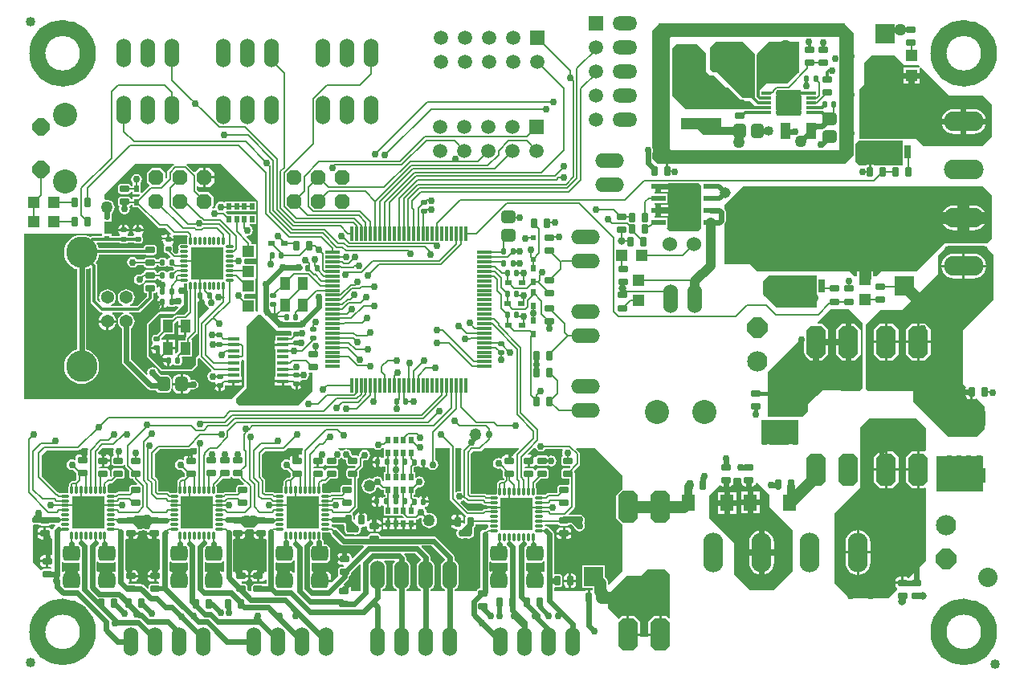
<source format=gtl>
G04 Layer_Physical_Order=1*
G04 Layer_Color=255*
%FSLAX24Y24*%
%MOIN*%
G70*
G01*
G75*
%ADD10C,0.0650*%
G04:AMPARAMS|DCode=11|XSize=29.1mil|YSize=39.4mil|CornerRadius=5.8mil|HoleSize=0mil|Usage=FLASHONLY|Rotation=270.000|XOffset=0mil|YOffset=0mil|HoleType=Round|Shape=RoundedRectangle|*
%AMROUNDEDRECTD11*
21,1,0.0291,0.0277,0,0,270.0*
21,1,0.0175,0.0394,0,0,270.0*
1,1,0.0117,-0.0139,-0.0087*
1,1,0.0117,-0.0139,0.0087*
1,1,0.0117,0.0139,0.0087*
1,1,0.0117,0.0139,-0.0087*
%
%ADD11ROUNDEDRECTD11*%
G04:AMPARAMS|DCode=12|XSize=29.1mil|YSize=39.4mil|CornerRadius=5.8mil|HoleSize=0mil|Usage=FLASHONLY|Rotation=0.000|XOffset=0mil|YOffset=0mil|HoleType=Round|Shape=RoundedRectangle|*
%AMROUNDEDRECTD12*
21,1,0.0291,0.0277,0,0,0.0*
21,1,0.0175,0.0394,0,0,0.0*
1,1,0.0117,0.0087,-0.0139*
1,1,0.0117,-0.0087,-0.0139*
1,1,0.0117,-0.0087,0.0139*
1,1,0.0117,0.0087,0.0139*
%
%ADD12ROUNDEDRECTD12*%
%ADD13R,0.0600X0.0240*%
%ADD14R,0.1970X0.1700*%
%ADD15R,0.0280X0.0560*%
%ADD16R,0.0600X0.0120*%
%ADD17R,0.0120X0.0600*%
G04:AMPARAMS|DCode=18|XSize=11mil|YSize=31.5mil|CornerRadius=4.4mil|HoleSize=0mil|Usage=FLASHONLY|Rotation=180.000|XOffset=0mil|YOffset=0mil|HoleType=Round|Shape=RoundedRectangle|*
%AMROUNDEDRECTD18*
21,1,0.0110,0.0227,0,0,180.0*
21,1,0.0022,0.0315,0,0,180.0*
1,1,0.0088,-0.0011,0.0113*
1,1,0.0088,0.0011,0.0113*
1,1,0.0088,0.0011,-0.0113*
1,1,0.0088,-0.0011,-0.0113*
%
%ADD18ROUNDEDRECTD18*%
G04:AMPARAMS|DCode=19|XSize=11mil|YSize=31.5mil|CornerRadius=4.4mil|HoleSize=0mil|Usage=FLASHONLY|Rotation=270.000|XOffset=0mil|YOffset=0mil|HoleType=Round|Shape=RoundedRectangle|*
%AMROUNDEDRECTD19*
21,1,0.0110,0.0227,0,0,270.0*
21,1,0.0022,0.0315,0,0,270.0*
1,1,0.0088,-0.0113,-0.0011*
1,1,0.0088,-0.0113,0.0011*
1,1,0.0088,0.0113,0.0011*
1,1,0.0088,0.0113,-0.0011*
%
%ADD19ROUNDEDRECTD19*%
%ADD20R,0.1370X0.1370*%
%ADD21R,0.1370X0.1370*%
G04:AMPARAMS|DCode=22|XSize=40mil|YSize=40mil|CornerRadius=20mil|HoleSize=0mil|Usage=FLASHONLY|Rotation=0.000|XOffset=0mil|YOffset=0mil|HoleType=Round|Shape=RoundedRectangle|*
%AMROUNDEDRECTD22*
21,1,0.0400,0.0000,0,0,0.0*
21,1,0.0000,0.0400,0,0,0.0*
1,1,0.0400,0.0000,0.0000*
1,1,0.0400,0.0000,0.0000*
1,1,0.0400,0.0000,0.0000*
1,1,0.0400,0.0000,0.0000*
%
%ADD22ROUNDEDRECTD22*%
%ADD23R,0.0480X0.0480*%
%ADD24R,0.0480X0.0480*%
%ADD25R,0.0420X0.0520*%
%ADD26R,0.0354X0.1299*%
%ADD27R,0.0240X0.0240*%
%ADD28R,0.1260X0.0630*%
%ADD29R,0.0280X0.0200*%
%ADD30R,0.0200X0.0280*%
%ADD31R,0.0790X0.0790*%
%ADD32R,0.0790X0.0790*%
%ADD33R,0.0500X0.0150*%
G04:AMPARAMS|DCode=34|XSize=63mil|YSize=71mil|CornerRadius=15.8mil|HoleSize=0mil|Usage=FLASHONLY|Rotation=270.000|XOffset=0mil|YOffset=0mil|HoleType=Round|Shape=RoundedRectangle|*
%AMROUNDEDRECTD34*
21,1,0.0630,0.0395,0,0,270.0*
21,1,0.0315,0.0710,0,0,270.0*
1,1,0.0315,-0.0198,-0.0158*
1,1,0.0315,-0.0198,0.0158*
1,1,0.0315,0.0198,0.0158*
1,1,0.0315,0.0198,-0.0158*
%
%ADD34ROUNDEDRECTD34*%
G04:AMPARAMS|DCode=35|XSize=22mil|YSize=24mil|CornerRadius=4.4mil|HoleSize=0mil|Usage=FLASHONLY|Rotation=0.000|XOffset=0mil|YOffset=0mil|HoleType=Round|Shape=RoundedRectangle|*
%AMROUNDEDRECTD35*
21,1,0.0220,0.0152,0,0,0.0*
21,1,0.0132,0.0240,0,0,0.0*
1,1,0.0088,0.0066,-0.0076*
1,1,0.0088,-0.0066,-0.0076*
1,1,0.0088,-0.0066,0.0076*
1,1,0.0088,0.0066,0.0076*
%
%ADD35ROUNDEDRECTD35*%
G04:AMPARAMS|DCode=36|XSize=22mil|YSize=24mil|CornerRadius=4.4mil|HoleSize=0mil|Usage=FLASHONLY|Rotation=270.000|XOffset=0mil|YOffset=0mil|HoleType=Round|Shape=RoundedRectangle|*
%AMROUNDEDRECTD36*
21,1,0.0220,0.0152,0,0,270.0*
21,1,0.0132,0.0240,0,0,270.0*
1,1,0.0088,-0.0076,-0.0066*
1,1,0.0088,-0.0076,0.0066*
1,1,0.0088,0.0076,0.0066*
1,1,0.0088,0.0076,-0.0066*
%
%ADD36ROUNDEDRECTD36*%
%ADD37R,0.0543X0.0709*%
%ADD38R,0.0200X0.0260*%
%ADD39R,0.0433X0.0669*%
G04:AMPARAMS|DCode=40|XSize=52mil|YSize=60mil|CornerRadius=13mil|HoleSize=0mil|Usage=FLASHONLY|Rotation=180.000|XOffset=0mil|YOffset=0mil|HoleType=Round|Shape=RoundedRectangle|*
%AMROUNDEDRECTD40*
21,1,0.0520,0.0340,0,0,180.0*
21,1,0.0260,0.0600,0,0,180.0*
1,1,0.0260,-0.0130,0.0170*
1,1,0.0260,0.0130,0.0170*
1,1,0.0260,0.0130,-0.0170*
1,1,0.0260,-0.0130,-0.0170*
%
%ADD40ROUNDEDRECTD40*%
G04:AMPARAMS|DCode=41|XSize=52mil|YSize=60mil|CornerRadius=13mil|HoleSize=0mil|Usage=FLASHONLY|Rotation=270.000|XOffset=0mil|YOffset=0mil|HoleType=Round|Shape=RoundedRectangle|*
%AMROUNDEDRECTD41*
21,1,0.0520,0.0340,0,0,270.0*
21,1,0.0260,0.0600,0,0,270.0*
1,1,0.0260,-0.0170,-0.0130*
1,1,0.0260,-0.0170,0.0130*
1,1,0.0260,0.0170,0.0130*
1,1,0.0260,0.0170,-0.0130*
%
%ADD41ROUNDEDRECTD41*%
%ADD42R,0.1673X0.0465*%
G04:AMPARAMS|DCode=43|XSize=50mil|YSize=50mil|CornerRadius=25mil|HoleSize=0mil|Usage=FLASHONLY|Rotation=90.000|XOffset=0mil|YOffset=0mil|HoleType=Round|Shape=RoundedRectangle|*
%AMROUNDEDRECTD43*
21,1,0.0500,0.0000,0,0,90.0*
21,1,0.0000,0.0500,0,0,90.0*
1,1,0.0500,0.0000,0.0000*
1,1,0.0500,0.0000,0.0000*
1,1,0.0500,0.0000,0.0000*
1,1,0.0500,0.0000,0.0000*
%
%ADD43ROUNDEDRECTD43*%
%ADD44C,0.0600*%
G04:AMPARAMS|DCode=45|XSize=105mil|YSize=105mil|CornerRadius=26.3mil|HoleSize=0mil|Usage=FLASHONLY|Rotation=180.000|XOffset=0mil|YOffset=0mil|HoleType=Round|Shape=RoundedRectangle|*
%AMROUNDEDRECTD45*
21,1,0.1050,0.0525,0,0,180.0*
21,1,0.0525,0.1050,0,0,180.0*
1,1,0.0525,-0.0263,0.0263*
1,1,0.0525,0.0263,0.0263*
1,1,0.0525,0.0263,-0.0263*
1,1,0.0525,-0.0263,-0.0263*
%
%ADD45ROUNDEDRECTD45*%
%ADD46R,0.0402X0.0118*%
%ADD47C,0.0240*%
%ADD48C,0.0320*%
%ADD49C,0.0500*%
%ADD50C,0.0080*%
%ADD51C,0.0400*%
%ADD52C,0.0200*%
%ADD53C,0.0070*%
%ADD54C,0.0100*%
%ADD55C,0.0120*%
%ADD56C,0.0250*%
%ADD57C,0.0160*%
%ADD58R,0.1299X0.1063*%
%ADD59R,0.1575X0.0984*%
%ADD60R,0.1929X0.1457*%
%ADD61R,0.0551X0.0472*%
G04:AMPARAMS|DCode=62|XSize=133mil|YSize=83mil|CornerRadius=0mil|HoleSize=0mil|Usage=FLASHONLY|Rotation=270.000|XOffset=0mil|YOffset=0mil|HoleType=Round|Shape=Octagon|*
%AMOCTAGOND62*
4,1,8,-0.0208,-0.0665,0.0208,-0.0665,0.0415,-0.0458,0.0415,0.0458,0.0208,0.0665,-0.0208,0.0665,-0.0415,0.0458,-0.0415,-0.0458,-0.0208,-0.0665,0.0*
%
%ADD62OCTAGOND62*%

%ADD63C,0.0591*%
%ADD64R,0.0591X0.0591*%
%ADD65O,0.0600X0.1200*%
%ADD66P,0.0758X8X292.5*%
%ADD67C,0.1000*%
%ADD68O,0.1200X0.0600*%
%ADD69O,0.1024X0.0591*%
%ADD70R,0.0591X0.0591*%
%ADD71C,0.1305*%
%ADD72C,0.0540*%
%ADD73O,0.1650X0.0825*%
%ADD74P,0.0909X8X112.5*%
%ADD75C,0.0840*%
%ADD76P,0.0671X8X22.5*%
%ADD77C,0.0800*%
%ADD78O,0.0825X0.1650*%
%ADD79C,0.0300*%
%ADD80C,0.0500*%
%ADD81C,0.0320*%
%ADD82C,0.0450*%
%ADD83C,0.0400*%
G36*
X43110Y26511D02*
X43099D01*
Y25811D01*
X43110D01*
Y25276D01*
X41417D01*
X40866Y25827D01*
Y26378D01*
X41102Y26614D01*
X43110D01*
Y26511D01*
D02*
G37*
G36*
X29635Y14686D02*
X29724Y14668D01*
X30119D01*
X30208Y14686D01*
X30242Y14709D01*
X30292Y14683D01*
Y14342D01*
X30242Y14323D01*
X30186Y14346D01*
X30119Y14355D01*
X29971D01*
Y13938D01*
X29871D01*
Y14355D01*
X29724D01*
X29657Y14346D01*
X29594Y14320D01*
X29574Y14306D01*
X29524Y14330D01*
Y14706D01*
X29574Y14727D01*
X29635Y14686D01*
D02*
G37*
G36*
X13346Y14686D02*
X13434Y14668D01*
X13829D01*
X13918Y14686D01*
X13969Y14720D01*
X14019Y14693D01*
Y14338D01*
X13969Y14313D01*
X13959Y14320D01*
X13897Y14346D01*
X13829Y14355D01*
X13682D01*
Y13938D01*
X13582D01*
Y14355D01*
X13434D01*
X13367Y14346D01*
X13305Y14320D01*
X13276Y14299D01*
X13226Y14324D01*
Y14719D01*
X13276Y14732D01*
X13346Y14686D01*
D02*
G37*
G36*
X12873Y19400D02*
X12869Y19394D01*
X12860Y19351D01*
X12860Y19351D01*
Y19213D01*
X12810Y19173D01*
X12786Y19178D01*
X12698D01*
Y18929D01*
X12598D01*
Y19178D01*
X12509D01*
X12447Y19166D01*
X12395Y19131D01*
X12360Y19078D01*
X12348Y19017D01*
Y18969D01*
X12304Y18945D01*
X12286Y18957D01*
X12200Y18974D01*
X12114Y18957D01*
X12041Y18909D01*
X11993Y18836D01*
X11976Y18750D01*
X11993Y18664D01*
X12041Y18591D01*
X12114Y18543D01*
X12200Y18526D01*
X12255Y18537D01*
X12378Y18413D01*
Y18306D01*
X12388Y18258D01*
Y18146D01*
X12328Y18086D01*
X12224D01*
X12224Y18086D01*
X12181Y18078D01*
X12145Y18053D01*
X12145Y18053D01*
X12105Y18013D01*
X12080Y17977D01*
X12072Y17934D01*
X12072Y17934D01*
Y17872D01*
X12066Y17863D01*
X12057Y17818D01*
Y17624D01*
X12042Y17587D01*
X12009Y17576D01*
X11811D01*
X11766Y17568D01*
X11757Y17561D01*
X11682D01*
X11669Y17575D01*
X11632Y17599D01*
X11601Y17605D01*
X10937Y18269D01*
Y19137D01*
X11148Y19348D01*
X12460D01*
X12460Y19348D01*
X12503Y19356D01*
X12539Y19381D01*
X12609Y19450D01*
X12846D01*
X12873Y19400D01*
D02*
G37*
G36*
X11889Y14686D02*
X11978Y14668D01*
X12373D01*
X12461Y14686D01*
X12485Y14702D01*
X12529Y14678D01*
Y14359D01*
X12479Y14330D01*
X12440Y14346D01*
X12373Y14355D01*
X12225D01*
Y13938D01*
X12125D01*
Y14355D01*
X11978D01*
X11910Y14346D01*
X11848Y14320D01*
X11819Y14298D01*
X11769Y14323D01*
Y14721D01*
X11819Y14733D01*
X11889Y14686D01*
D02*
G37*
G36*
X16357Y14686D02*
X16446Y14668D01*
X16841D01*
X16930Y14686D01*
X16957Y14704D01*
X17001Y14681D01*
Y14356D01*
X16951Y14329D01*
X16908Y14346D01*
X16841Y14355D01*
X16694D01*
Y13938D01*
X16594D01*
Y14355D01*
X16446D01*
X16379Y14346D01*
X16316Y14320D01*
X16297Y14306D01*
X16247Y14330D01*
Y14706D01*
X16297Y14727D01*
X16357Y14686D01*
D02*
G37*
G36*
X13452Y28343D02*
X13452Y28278D01*
X13416Y28243D01*
X13060D01*
X13009Y28233D01*
X12966Y28204D01*
X12952Y28189D01*
X12876Y28230D01*
X12740Y28271D01*
X12598Y28285D01*
X12457Y28271D01*
X12321Y28230D01*
X12195Y28163D01*
X12085Y28072D01*
X11995Y27962D01*
X11928Y27837D01*
X11886Y27701D01*
X11872Y27559D01*
X11886Y27417D01*
X11928Y27281D01*
X11995Y27156D01*
X12085Y27046D01*
X12195Y26955D01*
X12321Y26888D01*
X12405Y26863D01*
Y23523D01*
X12321Y23498D01*
X12195Y23430D01*
X12085Y23340D01*
X11995Y23230D01*
X11928Y23105D01*
X11886Y22968D01*
X11872Y22827D01*
X11886Y22685D01*
X11928Y22549D01*
X11995Y22424D01*
X12085Y22313D01*
X12195Y22223D01*
X12321Y22156D01*
X12457Y22115D01*
X12598Y22101D01*
X12740Y22115D01*
X12876Y22156D01*
X13002Y22223D01*
X13112Y22313D01*
X13202Y22424D01*
X13269Y22549D01*
X13310Y22685D01*
X13324Y22827D01*
X13310Y22968D01*
X13269Y23105D01*
X13202Y23230D01*
X13112Y23340D01*
X13002Y23430D01*
X12876Y23498D01*
X12792Y23523D01*
Y26863D01*
X12876Y26888D01*
X12935Y26919D01*
X12977Y26894D01*
Y25523D01*
X12988Y25473D01*
X13016Y25430D01*
X13343Y25103D01*
X13386Y25074D01*
X13436Y25064D01*
X13461D01*
X13471Y25043D01*
X13474Y25014D01*
X13405Y24961D01*
X13345Y24883D01*
X13308Y24793D01*
X13302Y24747D01*
X14035D01*
X14029Y24793D01*
X13992Y24883D01*
X13932Y24961D01*
X13863Y25014D01*
X13866Y25043D01*
X13876Y25064D01*
X14326D01*
X14336Y25014D01*
X14287Y24994D01*
X14216Y24939D01*
X14161Y24868D01*
X14127Y24786D01*
X14115Y24697D01*
X14127Y24608D01*
X14161Y24525D01*
X14216Y24454D01*
X14265Y24417D01*
Y23049D01*
X14279Y22975D01*
X14321Y22912D01*
X15333Y21900D01*
X15396Y21858D01*
X15470Y21844D01*
X15683D01*
X15724Y21782D01*
X15790Y21738D01*
X15868Y21723D01*
X16128D01*
X16206Y21738D01*
X16272Y21782D01*
X16316Y21848D01*
X16332Y21926D01*
Y22266D01*
X16316Y22344D01*
X16272Y22411D01*
X16206Y22455D01*
X16128Y22470D01*
X15898D01*
X15772Y22596D01*
X15758Y22665D01*
X15710Y22737D01*
X15637Y22786D01*
X15551Y22803D01*
X15465Y22786D01*
X15393Y22737D01*
X15344Y22665D01*
X15327Y22579D01*
X15340Y22512D01*
X15294Y22487D01*
X14652Y23129D01*
Y24417D01*
X14701Y24454D01*
X14755Y24525D01*
X14790Y24608D01*
X14801Y24697D01*
X14790Y24786D01*
X14755Y24868D01*
X14701Y24939D01*
X14630Y24994D01*
X14580Y25014D01*
X14590Y25064D01*
X14961D01*
X15011Y25074D01*
X15054Y25103D01*
X15544Y25592D01*
X15572Y25635D01*
X15583Y25686D01*
Y25864D01*
X15589D01*
X15639Y25874D01*
X15681Y25902D01*
X15697Y25927D01*
X15747Y25911D01*
Y25874D01*
X15758Y25818D01*
X15790Y25770D01*
X15814Y25754D01*
Y25696D01*
X15790Y25680D01*
X15758Y25632D01*
X15747Y25576D01*
Y25550D01*
X15960D01*
Y25500D01*
X16010D01*
Y25277D01*
X16026D01*
X16082Y25288D01*
X16130Y25320D01*
X16136Y25330D01*
X16189Y25342D01*
X16227Y25317D01*
X16271Y25308D01*
X16330D01*
X16337Y25306D01*
X16344Y25308D01*
X16403D01*
X16447Y25317D01*
X16479Y25338D01*
X16498D01*
X16518Y25324D01*
X16602Y25308D01*
X16616Y25288D01*
X16629Y25263D01*
X16457Y25091D01*
X15837D01*
X15809Y25086D01*
X15786Y25070D01*
X15343Y24627D01*
X15328Y24604D01*
X15322Y24577D01*
Y23248D01*
X15328Y23221D01*
X15343Y23198D01*
X15885Y22656D01*
X15908Y22641D01*
X15935Y22635D01*
X17156D01*
X17183Y22641D01*
X17206Y22656D01*
X17393Y22843D01*
X17408Y22866D01*
X17414Y22894D01*
Y23138D01*
X17449Y23169D01*
X17501Y23162D01*
X17502Y23160D01*
X17986Y22676D01*
X17970Y22622D01*
X17955Y22619D01*
X17883Y22570D01*
X17834Y22497D01*
X17817Y22411D01*
X17834Y22326D01*
X17883Y22253D01*
X17955Y22204D01*
X18035Y22188D01*
X18042Y22140D01*
X18041Y22140D01*
X17998Y22131D01*
X17962Y22107D01*
X17938Y22070D01*
X17929Y22028D01*
X17938Y21985D01*
X17962Y21948D01*
X17998Y21924D01*
X18041Y21915D01*
X18123D01*
X18125Y21905D01*
X18157Y21858D01*
X18204Y21826D01*
X18261Y21815D01*
X18287D01*
Y22028D01*
X18387D01*
Y21815D01*
X18413D01*
X18469Y21826D01*
X18516Y21858D01*
X18548Y21905D01*
X18559Y21962D01*
Y22045D01*
X18848D01*
Y22220D01*
X18898D01*
Y22270D01*
X19248D01*
Y22395D01*
X19218D01*
Y22575D01*
Y23050D01*
X19248D01*
Y23091D01*
X19286Y23108D01*
X19331Y23081D01*
Y21998D01*
X18799Y21467D01*
X10226D01*
Y28346D01*
X13403D01*
X13452Y28343D01*
D02*
G37*
G36*
X10841Y16250D02*
X10884Y16222D01*
X10934Y16212D01*
X11211D01*
X11261Y16222D01*
X11303Y16250D01*
X11314Y16266D01*
X11493D01*
X11508Y16216D01*
X11494Y16207D01*
X11438Y16151D01*
X11396Y16088D01*
X11395Y16082D01*
X11342Y16072D01*
X11325Y16096D01*
X11273Y16131D01*
X11211Y16144D01*
X11122D01*
Y15895D01*
Y15646D01*
X11211D01*
X11273Y15658D01*
X11325Y15693D01*
X11331Y15702D01*
X11381Y15687D01*
Y15035D01*
X11331Y14994D01*
X11319Y14996D01*
X11230D01*
Y14748D01*
Y14499D01*
X11300D01*
X11339Y14465D01*
X11340Y14465D01*
X11319Y14430D01*
X11041D01*
X10991Y14421D01*
X10949Y14392D01*
X10912Y14388D01*
X10591Y14709D01*
Y16225D01*
X10630Y16267D01*
X10830D01*
X10841Y16250D01*
D02*
G37*
G36*
X13942Y19400D02*
X13927Y19377D01*
X13910Y19291D01*
X13927Y19205D01*
X13949Y19171D01*
X13932Y19129D01*
X13890Y19101D01*
X13861Y19058D01*
X13851Y19008D01*
Y18834D01*
X13861Y18784D01*
X13890Y18741D01*
X13932Y18713D01*
X13982Y18703D01*
X14259D01*
X14309Y18713D01*
X14352Y18741D01*
X14364Y18759D01*
X14414Y18744D01*
Y18701D01*
X14414Y18701D01*
X14422Y18658D01*
X14446Y18621D01*
X14577Y18491D01*
X14573Y18471D01*
Y18296D01*
X14583Y18246D01*
X14611Y18204D01*
X14654Y18176D01*
X14704Y18166D01*
X14733D01*
X14739Y18134D01*
X14763Y18098D01*
X14898Y17963D01*
X14879Y17917D01*
X14704D01*
X14654Y17907D01*
X14611Y17879D01*
X14583Y17836D01*
X14573Y17786D01*
Y17625D01*
X14570Y17622D01*
X14124D01*
X14124Y17622D01*
X14081Y17613D01*
X14045Y17589D01*
X14045Y17589D01*
X14017Y17561D01*
X13986D01*
X13977Y17568D01*
X13932Y17576D01*
X13738D01*
X13702Y17588D01*
X13690Y17624D01*
Y17818D01*
X13681Y17863D01*
X13675Y17872D01*
Y17916D01*
X13747Y17988D01*
X13835D01*
X13835Y17988D01*
X13878Y17997D01*
X13915Y18021D01*
X14061Y18167D01*
X14259D01*
X14309Y18177D01*
X14352Y18206D01*
X14380Y18248D01*
X14390Y18298D01*
Y18473D01*
X14380Y18523D01*
X14352Y18565D01*
X14309Y18594D01*
X14259Y18604D01*
X13982D01*
X13932Y18594D01*
X13890Y18565D01*
X13861Y18523D01*
X13851Y18473D01*
Y18298D01*
X13854Y18282D01*
X13821Y18247D01*
X13803Y18249D01*
X13764Y18298D01*
Y18473D01*
X13754Y18523D01*
X13725Y18565D01*
X13683Y18594D01*
X13633Y18604D01*
X13356D01*
X13328Y18637D01*
X13337Y18649D01*
X13368Y18672D01*
X13444D01*
Y18921D01*
Y19170D01*
X13356D01*
X13331Y19165D01*
X13281Y19205D01*
Y19261D01*
X13470Y19450D01*
X13915D01*
X13942Y19400D01*
D02*
G37*
G36*
X50394Y29921D02*
Y28150D01*
X50197Y27953D01*
X48425D01*
X47244Y26772D01*
X45768D01*
X45571Y26575D01*
X45458D01*
Y26784D01*
X45368D01*
Y26444D01*
X44868D01*
Y26784D01*
X44778D01*
Y26575D01*
X44685D01*
X44488Y26772D01*
X40650D01*
X40354Y27067D01*
X39272D01*
Y28742D01*
X39281Y28751D01*
X39323Y28814D01*
X39337Y28888D01*
Y29222D01*
X39323Y29297D01*
X39281Y29359D01*
X39272Y29368D01*
Y29528D01*
X40059Y30315D01*
X50000Y30315D01*
X50394Y29921D01*
D02*
G37*
G36*
X17369Y19197D02*
X17319Y19160D01*
X17289Y19166D01*
X17200D01*
Y18918D01*
X17100D01*
Y19166D01*
X17011D01*
X16950Y19154D01*
X16897Y19119D01*
X16862Y19067D01*
X16850Y19005D01*
Y18967D01*
X16806Y18944D01*
X16786Y18957D01*
X16700Y18974D01*
X16614Y18957D01*
X16541Y18909D01*
X16493Y18836D01*
X16476Y18750D01*
X16493Y18664D01*
X16541Y18591D01*
X16614Y18543D01*
X16700Y18526D01*
X16755Y18537D01*
X16881Y18411D01*
Y18295D01*
X16885Y18275D01*
X16837Y18228D01*
X16765D01*
X16765Y18228D01*
X16722Y18219D01*
X16686Y18195D01*
X16686Y18195D01*
X16614Y18122D01*
X16589Y18086D01*
X16581Y18043D01*
X16581Y18043D01*
Y17872D01*
X16575Y17863D01*
X16566Y17818D01*
Y17624D01*
X16551Y17587D01*
X16518Y17576D01*
X16320D01*
X16275Y17568D01*
X16275Y17567D01*
X16233Y17609D01*
X16197Y17633D01*
X16154Y17642D01*
X16154Y17642D01*
X15795D01*
X15782Y17655D01*
Y18072D01*
X15782Y18072D01*
X15773Y18115D01*
X15749Y18151D01*
X15639Y18261D01*
Y19205D01*
X15834Y19400D01*
X17034D01*
X17034Y19400D01*
X17077Y19409D01*
X17114Y19433D01*
X17131Y19450D01*
X17369D01*
Y19197D01*
D02*
G37*
G36*
X45030Y24630D02*
Y21929D01*
X44911Y21811D01*
X44163D01*
X44124Y21850D01*
X43337D01*
X43100Y21614D01*
X42756Y21270D01*
X42756Y20965D01*
X42523Y20731D01*
X41115Y20731D01*
X41080Y20767D01*
Y22357D01*
X41080Y22594D01*
X42519Y24034D01*
X42565Y24015D01*
Y23333D01*
X42822Y23076D01*
X42960D01*
Y23841D01*
X43080D01*
Y23961D01*
X43595D01*
Y24348D01*
X43337Y24606D01*
X43156D01*
X43137Y24652D01*
X43682Y25197D01*
X44462D01*
X45030Y24630D01*
D02*
G37*
G36*
X18507Y14729D02*
Y14310D01*
X18457Y14290D01*
X18418Y14320D01*
X18355Y14346D01*
X18288Y14355D01*
X18141D01*
Y13938D01*
X18041D01*
Y14355D01*
X17893D01*
X17826Y14346D01*
X17763Y14320D01*
X17754Y14313D01*
X17704Y14338D01*
Y14693D01*
X17754Y14720D01*
X17804Y14686D01*
X17893Y14668D01*
X18288D01*
X18377Y14686D01*
X18452Y14736D01*
X18457Y14744D01*
X18507Y14729D01*
D02*
G37*
G36*
X21784Y19400D02*
X21764Y19371D01*
X21756Y19328D01*
X21756Y19328D01*
Y19204D01*
X21706Y19163D01*
X21689Y19166D01*
X21600D01*
Y18918D01*
X21500D01*
Y19166D01*
X21411D01*
X21350Y19154D01*
X21297Y19119D01*
X21262Y19067D01*
X21250Y19005D01*
Y18967D01*
X21206Y18944D01*
X21186Y18957D01*
X21100Y18974D01*
X21014Y18957D01*
X20941Y18909D01*
X20893Y18836D01*
X20876Y18750D01*
X20893Y18664D01*
X20941Y18591D01*
X21014Y18543D01*
X21100Y18526D01*
X21163Y18538D01*
X21281Y18421D01*
Y18295D01*
X21285Y18275D01*
X21223Y18214D01*
X21152D01*
X21152Y18214D01*
X21109Y18205D01*
X21072Y18181D01*
X21072Y18181D01*
X21000Y18109D01*
X20976Y18072D01*
X20967Y18029D01*
X20967Y18029D01*
Y17872D01*
X20961Y17863D01*
X20952Y17818D01*
Y17624D01*
X20937Y17587D01*
X20904Y17576D01*
X20706D01*
X20661Y17568D01*
X20652Y17561D01*
X20629D01*
X20614Y17576D01*
X20577Y17601D01*
X20534Y17609D01*
X20534Y17609D01*
X20246D01*
X20230Y17625D01*
Y18073D01*
X20230Y18073D01*
X20222Y18116D01*
X20198Y18152D01*
X20197Y18152D01*
X20081Y18269D01*
Y19188D01*
X20214Y19321D01*
X20983D01*
X20983Y19321D01*
X21026Y19330D01*
X21063Y19354D01*
X21159Y19450D01*
X21770D01*
X21784Y19400D01*
D02*
G37*
G36*
X16600Y24694D02*
Y24544D01*
X16910D01*
Y24494D01*
X16960D01*
Y24114D01*
X16970Y24088D01*
X16938Y24056D01*
X16914Y24019D01*
X16906Y23977D01*
X16906Y23977D01*
Y23911D01*
X16630D01*
Y23460D01*
X16535Y23366D01*
X16495Y23378D01*
X16485Y23384D01*
Y23531D01*
X16175D01*
Y23581D01*
X16125D01*
Y23941D01*
X15911D01*
Y24000D01*
X16075Y24164D01*
X16455D01*
Y24615D01*
X16553Y24713D01*
X16600Y24694D01*
D02*
G37*
G36*
X35039Y18311D02*
Y17726D01*
X35032D01*
X34790Y17483D01*
Y16498D01*
X35032Y16256D01*
X35039D01*
Y14331D01*
X34494Y13785D01*
X34448Y13805D01*
Y13828D01*
X34437Y13911D01*
X34405Y13989D01*
X34353Y14056D01*
X34323Y14086D01*
Y14559D01*
X33393D01*
Y13629D01*
X33802D01*
Y13567D01*
X33764Y13535D01*
X33747Y13538D01*
X33709D01*
Y13238D01*
X33609D01*
Y13538D01*
X33572D01*
X33510Y13526D01*
X33477Y13504D01*
X32202D01*
Y13630D01*
X32240Y13662D01*
X32245Y13661D01*
X32420D01*
X32470Y13671D01*
X32512Y13699D01*
X32541Y13741D01*
X32550Y13791D01*
Y14069D01*
X32541Y14119D01*
X32512Y14161D01*
X32470Y14189D01*
X32420Y14199D01*
X32245D01*
X32240Y14198D01*
X32202Y14230D01*
Y15866D01*
X32187Y15940D01*
X32145Y16003D01*
X32010Y16138D01*
X31947Y16180D01*
X31873Y16195D01*
X31842Y16189D01*
X31819Y16230D01*
X31849Y16279D01*
X32374D01*
X32387Y16259D01*
X32429Y16231D01*
X32480Y16221D01*
X32757D01*
X32807Y16231D01*
X32847Y16258D01*
X32933D01*
X33059Y16131D01*
X33060Y16125D01*
X33109Y16052D01*
X33182Y16003D01*
X33268Y15986D01*
X33354Y16003D01*
X33426Y16052D01*
X33475Y16125D01*
X33492Y16211D01*
X33475Y16296D01*
X33457Y16323D01*
Y16344D01*
X33475Y16371D01*
X33492Y16457D01*
X33475Y16543D01*
X33426Y16615D01*
X33354Y16664D01*
X33268Y16681D01*
X33182Y16664D01*
X33169Y16656D01*
X32818D01*
X32797Y16706D01*
X33032Y16941D01*
X33032Y16941D01*
X33056Y16977D01*
X33065Y17020D01*
Y18386D01*
X33056Y18428D01*
X33045Y18446D01*
Y18473D01*
X33040Y18498D01*
X33255Y18714D01*
X33278Y18748D01*
X33287Y18789D01*
X33287Y18789D01*
Y19189D01*
X33278Y19230D01*
X33255Y19265D01*
X33255Y19265D01*
X33116Y19404D01*
X33135Y19450D01*
X33900D01*
X35039Y18311D01*
D02*
G37*
G36*
X30754Y19404D02*
X30585Y19235D01*
X30561Y19199D01*
X30551Y19156D01*
X30548Y19156D01*
X30506Y19163D01*
X30489Y19166D01*
X30400D01*
Y18918D01*
X30300D01*
Y19166D01*
X30211D01*
X30150Y19154D01*
X30097Y19119D01*
X30062Y19067D01*
X30053Y19022D01*
X30005Y18994D01*
X29986Y19007D01*
X29900Y19024D01*
X29814Y19007D01*
X29741Y18959D01*
X29693Y18886D01*
X29676Y18800D01*
X29693Y18714D01*
X29741Y18641D01*
X29814Y18593D01*
X29900Y18576D01*
X29982Y18592D01*
X30085Y18489D01*
X30081Y18470D01*
Y18295D01*
X30091Y18245D01*
X30119Y18202D01*
X30127Y18197D01*
X30132Y18147D01*
X30098Y18112D01*
X30010D01*
X30010Y18112D01*
X29967Y18104D01*
X29930Y18079D01*
X29930Y18079D01*
X29880Y18029D01*
X29856Y17993D01*
X29847Y17950D01*
X29847Y17950D01*
Y17803D01*
X29841Y17794D01*
X29832Y17749D01*
Y17555D01*
X29817Y17518D01*
X29784Y17508D01*
X29586D01*
X29542Y17499D01*
X29532Y17492D01*
X29430D01*
X29415Y17507D01*
X29379Y17532D01*
X29336Y17540D01*
X29336Y17540D01*
X28757D01*
X28749Y17548D01*
Y19221D01*
X28839Y19311D01*
X29123D01*
X29123Y19311D01*
X29166Y19319D01*
X29202Y19343D01*
X29309Y19450D01*
X30735D01*
X30754Y19404D01*
D02*
G37*
G36*
X47638Y20276D02*
Y19324D01*
X47592Y19305D01*
X47581Y19316D01*
X47374D01*
Y18551D01*
Y17786D01*
X47581D01*
X47592Y17796D01*
X47638Y17777D01*
X47638Y14783D01*
X46908Y14054D01*
X46874Y14077D01*
X46812Y14089D01*
X46723D01*
Y13841D01*
X46673D01*
Y13791D01*
X46373D01*
Y13753D01*
X46386Y13691D01*
X46421Y13639D01*
X46431Y13632D01*
X46436Y13582D01*
X46073Y13218D01*
X44478Y13218D01*
X43858Y13839D01*
X43858Y16732D01*
X44921Y17795D01*
Y20315D01*
X45276Y20669D01*
X47244D01*
X47638Y20276D01*
D02*
G37*
G36*
X27888Y17341D02*
X27888Y17341D01*
X27896Y17298D01*
X27921Y17262D01*
X28529Y16653D01*
X28534Y16644D01*
X28537Y16586D01*
X28524Y16567D01*
X28514Y16517D01*
Y16320D01*
X28496Y16307D01*
X28454Y16328D01*
X27948D01*
Y16239D01*
X27960Y16178D01*
X27995Y16125D01*
X28048Y16090D01*
X28109Y16078D01*
X28176D01*
X28203Y16028D01*
X28179Y15991D01*
X28162Y15906D01*
X28179Y15820D01*
X28227Y15747D01*
X28300Y15698D01*
X28386Y15681D01*
X28472Y15698D01*
X28498Y15716D01*
X28549D01*
X28576Y15698D01*
X28661Y15681D01*
X28747Y15698D01*
X28820Y15747D01*
X28869Y15820D01*
X28878Y15865D01*
X28878Y15866D01*
X28881Y15872D01*
X28885Y15878D01*
X28886Y15885D01*
X28889Y15892D01*
X28889Y15899D01*
X28890Y15906D01*
Y16132D01*
X28912Y16147D01*
X28941Y16189D01*
X28950Y16239D01*
Y16279D01*
X29445D01*
X29475Y16229D01*
X29470Y16202D01*
Y16180D01*
X29473Y16163D01*
X29472Y16156D01*
X29444Y16112D01*
X29437Y16108D01*
X29423Y16105D01*
X29386Y16080D01*
X29386Y16080D01*
X29360Y16054D01*
X29331Y16060D01*
X29257Y16045D01*
X29194Y16003D01*
X29152Y15940D01*
X29137Y15866D01*
Y13626D01*
X29121D01*
X29071Y13616D01*
X29029Y13588D01*
X29001Y13545D01*
X28992Y13504D01*
X28072D01*
Y13556D01*
X28142Y13609D01*
X28201Y13687D01*
X28238Y13777D01*
X28251Y13873D01*
Y14473D01*
X28238Y14570D01*
X28201Y14660D01*
X28142Y14737D01*
X28072Y14791D01*
Y14907D01*
X28057Y14982D01*
X28015Y15044D01*
X27339Y15720D01*
X27276Y15762D01*
X27202Y15777D01*
X25016D01*
X25009Y15810D01*
X24981Y15852D01*
X24939Y15881D01*
X24889Y15890D01*
X24611D01*
X24561Y15881D01*
X24519Y15852D01*
X24491Y15810D01*
X24484Y15777D01*
X23552D01*
X23247Y16082D01*
X23184Y16124D01*
X23110Y16139D01*
X23081Y16133D01*
X23064Y16149D01*
X23028Y16174D01*
X22998Y16180D01*
X22970Y16219D01*
X22967Y16228D01*
X22977Y16264D01*
X22994Y16271D01*
X23035Y16263D01*
X23464D01*
X23489Y16226D01*
X23511Y16211D01*
Y16024D01*
X23517Y15996D01*
X23532Y15973D01*
X23551Y15955D01*
Y15945D01*
X23556Y15918D01*
X23572Y15894D01*
X23595Y15879D01*
X23622Y15874D01*
X23864D01*
X23891Y15856D01*
X23976Y15839D01*
X24062Y15856D01*
X24135Y15904D01*
X24184Y15977D01*
X24201Y16063D01*
X24192Y16107D01*
X24233Y16157D01*
X24292D01*
X24354Y16169D01*
X24400Y16200D01*
X24426Y16193D01*
X24450Y16180D01*
Y16120D01*
X24462Y16059D01*
X24497Y16006D01*
X24550Y15971D01*
X24611Y15959D01*
X24700D01*
Y16208D01*
Y16456D01*
X24611D01*
X24550Y16444D01*
X24503Y16413D01*
X24477Y16420D01*
X24453Y16434D01*
Y16595D01*
X24441Y16657D01*
X24406Y16709D01*
X24354Y16744D01*
X24292Y16757D01*
X24255D01*
Y16457D01*
X24155D01*
Y16757D01*
X24117D01*
X24056Y16744D01*
X24003Y16709D01*
X23968Y16657D01*
X23956Y16595D01*
Y16481D01*
X23906Y16456D01*
X23887Y16470D01*
Y16595D01*
X23878Y16645D01*
X23849Y16688D01*
X23842Y16692D01*
X23837Y16742D01*
X24018Y16923D01*
X24018Y16923D01*
X24043Y16959D01*
X24051Y17002D01*
X24051Y17002D01*
Y18180D01*
X24089Y18206D01*
X24118Y18248D01*
X24128Y18298D01*
Y18473D01*
X24124Y18492D01*
X24254Y18623D01*
X24279Y18659D01*
X24287Y18702D01*
X24287Y18702D01*
Y18899D01*
X24326Y18930D01*
X24350Y18926D01*
X24436Y18943D01*
X24509Y18991D01*
X24557Y19064D01*
X24574Y19150D01*
X24557Y19236D01*
X24509Y19309D01*
X24436Y19357D01*
X24350Y19374D01*
X24264Y19357D01*
X24191Y19309D01*
X24143Y19236D01*
X24126Y19150D01*
X24130Y19129D01*
X24103Y19110D01*
X24085Y19104D01*
X24047Y19129D01*
X23997Y19139D01*
X23845D01*
X23807Y19173D01*
X23790Y19259D01*
X23741Y19332D01*
X23669Y19380D01*
X23583Y19398D01*
X23497Y19380D01*
X23424Y19332D01*
X23413Y19324D01*
X23369D01*
X23357Y19342D01*
X23285Y19390D01*
X23236Y19400D01*
X23241Y19450D01*
X24730D01*
X24744Y19429D01*
X24817Y19380D01*
X24903Y19363D01*
X24989Y19380D01*
X25061Y19429D01*
X25075Y19450D01*
X25098D01*
X25147Y19448D01*
Y19052D01*
X25114Y19022D01*
X25064Y19030D01*
X25059Y19038D01*
X25011Y19070D01*
X24955Y19081D01*
X24939D01*
Y18858D01*
Y18635D01*
X24955D01*
X25011Y18647D01*
X25059Y18678D01*
X25065Y18688D01*
X25118Y18700D01*
X25155Y18675D01*
X25200Y18666D01*
X25205D01*
Y18428D01*
X25147D01*
Y18081D01*
X25097Y18077D01*
X25089Y18117D01*
X25041Y18190D01*
X24968Y18239D01*
X24882Y18256D01*
X24796Y18239D01*
X24723Y18190D01*
X24701Y18157D01*
X24631Y18186D01*
X24547Y18197D01*
X24464Y18186D01*
X24386Y18154D01*
X24319Y18102D01*
X24268Y18035D01*
X24235Y17958D01*
X24224Y17874D01*
X24235Y17790D01*
X24268Y17713D01*
X24319Y17646D01*
X24386Y17594D01*
X24464Y17562D01*
X24547Y17551D01*
X24631Y17562D01*
X24709Y17594D01*
X24775Y17646D01*
X24827Y17713D01*
X24859Y17790D01*
X24859Y17791D01*
X24882Y17807D01*
X24937Y17818D01*
X25021Y17734D01*
X25021Y17734D01*
X25057Y17709D01*
X25100Y17701D01*
X25147Y17700D01*
Y17493D01*
X25205D01*
Y17417D01*
X25170D01*
X25126Y17408D01*
X25088Y17383D01*
X25036Y17394D01*
X25029Y17404D01*
X24981Y17436D01*
X24925Y17447D01*
X24909D01*
Y17224D01*
Y17002D01*
X24925D01*
X24981Y17013D01*
X25029Y17045D01*
X25036Y17055D01*
X25088Y17066D01*
X25126Y17041D01*
X25147Y17031D01*
Y16631D01*
X25911D01*
X25971Y16571D01*
X25952Y16525D01*
X25687D01*
Y16295D01*
Y16065D01*
X25905D01*
Y16295D01*
X26005D01*
Y16065D01*
X26220D01*
Y16295D01*
X26270D01*
Y16345D01*
X26470D01*
Y16425D01*
X26496Y16463D01*
X26539Y16471D01*
X26575Y16495D01*
X26638Y16558D01*
X26674Y16551D01*
X26699Y16533D01*
X26713Y16500D01*
X26705Y16437D01*
X26716Y16353D01*
X26748Y16276D01*
X26799Y16209D01*
X26866Y16157D01*
X26944Y16125D01*
X27028Y16114D01*
X27111Y16125D01*
X27189Y16157D01*
X27256Y16209D01*
X27307Y16276D01*
X27339Y16353D01*
X27350Y16437D01*
X27339Y16521D01*
X27307Y16598D01*
X27256Y16665D01*
X27189Y16717D01*
X27111Y16749D01*
X27028Y16760D01*
X26964Y16751D01*
X26932Y16765D01*
X26914Y16790D01*
X26900Y16857D01*
X26852Y16930D01*
X26834Y16942D01*
X26850Y16992D01*
X26860D01*
X26917Y17003D01*
X26964Y17035D01*
X26996Y17082D01*
X27007Y17139D01*
Y17165D01*
X26794D01*
Y17215D01*
X26744D01*
Y17437D01*
X26728D01*
X26672Y17426D01*
X26625Y17394D01*
X26618Y17384D01*
X26566Y17373D01*
X26528Y17398D01*
X26483Y17407D01*
X26403D01*
X26382Y17428D01*
Y17493D01*
X26440D01*
Y17698D01*
X26559Y17818D01*
X26614Y17807D01*
X26700Y17824D01*
X26773Y17873D01*
X26821Y17946D01*
X26838Y18031D01*
X26821Y18117D01*
X26773Y18190D01*
X26700Y18239D01*
X26614Y18256D01*
X26528Y18239D01*
X26490Y18213D01*
X26440Y18240D01*
Y18428D01*
X26382D01*
Y18615D01*
X26423Y18656D01*
X26483D01*
X26528Y18665D01*
X26566Y18690D01*
X26618Y18679D01*
X26625Y18669D01*
X26672Y18637D01*
X26728Y18626D01*
X26744D01*
Y18848D01*
X26844D01*
Y18626D01*
X26860D01*
X26917Y18637D01*
X26925Y18643D01*
X26992Y18628D01*
X27017Y18591D01*
X27089Y18543D01*
X27175Y18526D01*
X27261Y18543D01*
X27334Y18591D01*
X27382Y18664D01*
X27400Y18750D01*
X27382Y18836D01*
X27334Y18909D01*
X27287Y18940D01*
Y19450D01*
X27888D01*
Y17341D01*
D02*
G37*
G36*
X15229Y16013D02*
X15315Y15996D01*
X15328Y15954D01*
X15630D01*
Y15904D01*
X15680D01*
Y15655D01*
X15769D01*
X15809Y15663D01*
X15859Y15631D01*
Y14423D01*
X15809Y14382D01*
X15789Y14386D01*
X15700D01*
Y14138D01*
Y13889D01*
X15782D01*
X15798Y13879D01*
X15822Y13854D01*
X15789Y13820D01*
X15511D01*
X15461Y13811D01*
X15419Y13782D01*
X15391Y13740D01*
X15381Y13690D01*
Y13624D01*
X15334Y13605D01*
X15200Y13739D01*
X15137Y13781D01*
X15063Y13796D01*
X14850D01*
X14829Y13811D01*
X14779Y13820D01*
X14574D01*
X14561Y13839D01*
X14586Y13889D01*
X14590D01*
Y14138D01*
Y14386D01*
X14501D01*
X14456Y14378D01*
X14406Y14407D01*
Y15631D01*
X14456Y15663D01*
X14497Y15655D01*
X14586D01*
Y15904D01*
X14636D01*
Y15954D01*
X14936D01*
Y15960D01*
X14981Y16002D01*
X15010Y15996D01*
X15096Y16013D01*
X15122Y16031D01*
X15203D01*
X15229Y16013D01*
D02*
G37*
G36*
X31814Y14729D02*
Y14310D01*
X31764Y14290D01*
X31725Y14320D01*
X31662Y14346D01*
X31595Y14355D01*
X31448D01*
Y13938D01*
X31348D01*
Y14355D01*
X31200D01*
X31133Y14346D01*
X31096Y14331D01*
X31046Y14362D01*
Y14676D01*
X31090Y14700D01*
X31111Y14686D01*
X31200Y14668D01*
X31595D01*
X31684Y14686D01*
X31759Y14736D01*
X31764Y14744D01*
X31814Y14729D01*
D02*
G37*
G36*
X21441Y14760D02*
Y14288D01*
X21391Y14271D01*
X21385Y14279D01*
X21331Y14320D01*
X21269Y14346D01*
X21201Y14355D01*
X21054D01*
Y13938D01*
X20954D01*
Y14355D01*
X20806D01*
X20739Y14346D01*
X20703Y14331D01*
X20653Y14362D01*
Y14676D01*
X20697Y14700D01*
X20718Y14686D01*
X20806Y14668D01*
X21201D01*
X21290Y14686D01*
X21365Y14736D01*
X21391Y14775D01*
X21441Y14760D01*
D02*
G37*
G36*
X23424Y19015D02*
X23497Y18966D01*
X23583Y18949D01*
X23589Y18944D01*
Y18834D01*
X23599Y18784D01*
X23627Y18741D01*
X23670Y18713D01*
X23720Y18703D01*
X23946D01*
X23967Y18653D01*
X23918Y18604D01*
X23720D01*
X23670Y18594D01*
X23627Y18565D01*
X23599Y18523D01*
X23589Y18473D01*
Y18298D01*
X23599Y18248D01*
X23627Y18206D01*
X23670Y18177D01*
X23720Y18167D01*
X23827D01*
Y17952D01*
X23777Y17914D01*
X23761Y17917D01*
X23483D01*
X23433Y17907D01*
X23391Y17879D01*
X23363Y17836D01*
X23353Y17786D01*
Y17611D01*
X23337Y17592D01*
X22947D01*
X22947Y17592D01*
X22904Y17584D01*
X22876Y17565D01*
X22872Y17568D01*
X22828Y17576D01*
X22634D01*
X22597Y17588D01*
X22586Y17624D01*
Y17818D01*
X22577Y17863D01*
X22570Y17872D01*
Y17943D01*
X22615Y17988D01*
X22699D01*
X22699Y17988D01*
X22742Y17997D01*
X22778Y18021D01*
X22923Y18166D01*
X23121D01*
X23171Y18176D01*
X23213Y18204D01*
X23242Y18246D01*
X23252Y18296D01*
Y18471D01*
X23242Y18521D01*
X23213Y18564D01*
X23171Y18592D01*
X23121Y18602D01*
X22844D01*
X22794Y18592D01*
X22751Y18564D01*
X22723Y18521D01*
X22722Y18519D01*
X22671D01*
X22671Y18521D01*
X22642Y18564D01*
X22600Y18592D01*
X22550Y18602D01*
X22273D01*
X22246Y18597D01*
X22200Y18631D01*
X22200Y18642D01*
X22245Y18676D01*
X22273Y18671D01*
X22361D01*
Y18919D01*
X22461D01*
Y18671D01*
X22550D01*
X22612Y18683D01*
X22664Y18718D01*
X22685Y18749D01*
X22743Y18752D01*
X22743Y18752D01*
X22751Y18739D01*
X22794Y18711D01*
X22844Y18701D01*
X23121D01*
X23171Y18711D01*
X23213Y18739D01*
X23242Y18782D01*
X23252Y18832D01*
Y18969D01*
X23285Y18976D01*
X23357Y19024D01*
X23369Y19032D01*
X23412D01*
X23424Y19015D01*
D02*
G37*
G36*
X31456Y19432D02*
X31505Y19359D01*
X31578Y19310D01*
X31663Y19293D01*
X31749Y19310D01*
X31822Y19359D01*
X31856Y19411D01*
X32554D01*
X32580Y19361D01*
X32559Y19328D01*
X32541Y19242D01*
X32559Y19156D01*
X32580Y19124D01*
X32545Y19101D01*
X32516Y19058D01*
X32506Y19008D01*
Y18834D01*
X32516Y18784D01*
X32545Y18741D01*
X32587Y18713D01*
X32637Y18703D01*
X32871D01*
X32891Y18653D01*
X32842Y18604D01*
X32637D01*
X32587Y18594D01*
X32545Y18565D01*
X32516Y18523D01*
X32506Y18473D01*
Y18298D01*
X32516Y18248D01*
X32545Y18206D01*
X32587Y18177D01*
X32637Y18167D01*
X32841D01*
Y17940D01*
X32791Y17910D01*
X32757Y17917D01*
X32480D01*
X32429Y17907D01*
X32387Y17879D01*
X32359Y17836D01*
X32349Y17786D01*
Y17611D01*
X32305Y17573D01*
X31969D01*
X31969Y17573D01*
X31926Y17564D01*
X31889Y17540D01*
X31842Y17492D01*
X31762D01*
X31752Y17499D01*
X31708Y17508D01*
X31514D01*
X31477Y17519D01*
X31466Y17555D01*
Y17749D01*
X31457Y17794D01*
X31451Y17803D01*
Y17955D01*
X31663Y18167D01*
X31861D01*
X31911Y18177D01*
X31953Y18206D01*
X31982Y18248D01*
X31992Y18298D01*
Y18473D01*
X31982Y18523D01*
X31953Y18565D01*
X31911Y18594D01*
X31861Y18604D01*
X31584D01*
X31534Y18594D01*
X31491Y18565D01*
X31463Y18523D01*
X31463Y18520D01*
X31412D01*
X31411Y18523D01*
X31383Y18565D01*
X31340Y18594D01*
X31290Y18604D01*
X31013D01*
X30987Y18638D01*
X30991Y18644D01*
X31027Y18672D01*
X31102D01*
Y18921D01*
X31202D01*
Y18672D01*
X31290D01*
X31352Y18684D01*
X31404Y18719D01*
X31425Y18750D01*
X31483Y18754D01*
X31483Y18754D01*
X31491Y18741D01*
X31534Y18713D01*
X31584Y18703D01*
X31861D01*
X31911Y18713D01*
X31939Y18732D01*
X32001Y18690D01*
X32087Y18673D01*
X32172Y18690D01*
X32245Y18739D01*
X32294Y18812D01*
X32311Y18898D01*
X32294Y18983D01*
X32245Y19056D01*
X32172Y19105D01*
X32087Y19122D01*
X32001Y19105D01*
X31966Y19082D01*
X31953Y19101D01*
X31911Y19129D01*
X31861Y19139D01*
X31584D01*
X31534Y19129D01*
X31491Y19101D01*
X31483Y19088D01*
X31483Y19088D01*
X31425Y19091D01*
X31404Y19122D01*
X31352Y19157D01*
X31290Y19170D01*
X31146D01*
X31127Y19216D01*
X31216Y19305D01*
X31231Y19327D01*
X31354Y19450D01*
X31453D01*
X31456Y19432D01*
D02*
G37*
G36*
X22876Y15950D02*
X22919Y15931D01*
X22931Y15871D01*
X22973Y15808D01*
X23335Y15446D01*
X23398Y15404D01*
X23472Y15390D01*
X24290D01*
X24309Y15343D01*
X23846Y14881D01*
X23800Y14900D01*
Y14925D01*
X23788Y14987D01*
X23753Y15039D01*
X23700Y15074D01*
X23639Y15086D01*
X23550D01*
Y14838D01*
X23500D01*
Y14788D01*
X23200D01*
Y14750D01*
X23212Y14689D01*
X23247Y14636D01*
X23300Y14601D01*
X23361Y14589D01*
X23454D01*
X23479Y14539D01*
X23465Y14520D01*
X23361D01*
X23311Y14511D01*
X23269Y14482D01*
X23241Y14440D01*
X23231Y14390D01*
Y14215D01*
X23241Y14165D01*
X23264Y14131D01*
X22994Y13861D01*
X22947Y13880D01*
Y13888D01*
X22490D01*
Y13938D01*
X22440D01*
Y14355D01*
X22293D01*
X22225Y14346D01*
X22189Y14331D01*
X22139Y14362D01*
Y14676D01*
X22183Y14700D01*
X22204Y14686D01*
X22293Y14668D01*
X22688D01*
X22776Y14686D01*
X22852Y14736D01*
X22902Y14812D01*
X22920Y14900D01*
Y15215D01*
X22902Y15304D01*
X22852Y15379D01*
X22776Y15430D01*
X22688Y15447D01*
X22652D01*
Y15529D01*
X22637Y15603D01*
X22595Y15666D01*
X22581Y15675D01*
X22586Y15697D01*
Y15895D01*
X22596Y15928D01*
X22633Y15943D01*
X22828D01*
X22868Y15951D01*
X22876Y15950D01*
D02*
G37*
G36*
X39995Y18159D02*
Y18011D01*
X40008Y17949D01*
X40043Y17897D01*
X40095Y17862D01*
X40157Y17850D01*
X40175D01*
Y18098D01*
X40415D01*
Y17850D01*
X40434D01*
X40496Y17862D01*
X40548Y17897D01*
X40583Y17949D01*
X40588Y17973D01*
X40642Y17990D01*
X41142Y17490D01*
X41142Y17008D01*
X42126Y16024D01*
Y14331D01*
X41329Y13533D01*
X40344Y13533D01*
X39665Y14213D01*
X39665Y15512D01*
X38642Y16535D01*
X38642Y17470D01*
X39072Y17900D01*
X39108Y17897D01*
X39160Y17862D01*
X39222Y17850D01*
X39240D01*
Y18098D01*
X39480D01*
Y17850D01*
X39499D01*
X39561Y17862D01*
X39613Y17897D01*
X39648Y17949D01*
X39660Y18011D01*
Y18186D01*
X39679Y18209D01*
X39955D01*
X39995Y18159D01*
D02*
G37*
G36*
X46752Y35335D02*
X47343D01*
X47396Y35281D01*
X47395Y35279D01*
X47395Y35279D01*
X47371Y35235D01*
X47344Y35235D01*
X46707D01*
Y35015D01*
X47387D01*
Y35188D01*
X47387Y35219D01*
X47434Y35243D01*
X48622Y34055D01*
X50000D01*
X50394Y33661D01*
Y32382D01*
X50000Y31988D01*
X47539D01*
X47244Y32283D01*
X44882D01*
Y34350D01*
X45079Y34547D01*
Y35433D01*
X45374Y35728D01*
X46358D01*
X46752Y35335D01*
D02*
G37*
G36*
X28819Y16390D02*
Y15906D01*
X28740Y15787D01*
X28425D01*
X28307Y15906D01*
Y15984D01*
X28714Y16391D01*
X28817D01*
X28819Y16390D01*
D02*
G37*
G36*
X27675Y14836D02*
X27673Y14782D01*
X27614Y14737D01*
X27555Y14660D01*
X27517Y14570D01*
X27505Y14473D01*
Y13873D01*
X27517Y13777D01*
X27555Y13687D01*
X27614Y13609D01*
X27684Y13556D01*
Y13504D01*
X27072D01*
Y13556D01*
X27142Y13609D01*
X27201Y13687D01*
X27238Y13777D01*
X27251Y13873D01*
Y14473D01*
X27238Y14570D01*
X27201Y14660D01*
X27142Y14737D01*
X27072Y14791D01*
Y14899D01*
X27057Y14973D01*
X27015Y15036D01*
X26707Y15343D01*
X26727Y15390D01*
X27122D01*
X27675Y14836D01*
D02*
G37*
G36*
X44650Y36670D02*
Y36492D01*
Y31610D01*
X44280Y31240D01*
X36961D01*
Y30925D01*
X36861D01*
Y31240D01*
X36520D01*
X36294Y31466D01*
Y31694D01*
X36307Y31714D01*
X36324Y31800D01*
X36307Y31886D01*
X36290Y31912D01*
Y36760D01*
X36590Y37060D01*
X44260D01*
X44650Y36670D01*
D02*
G37*
G36*
X46693Y32102D02*
X46682D01*
Y31402D01*
X46693D01*
Y31220D01*
X46654Y31181D01*
X45490D01*
X45472Y31193D01*
X45410Y31205D01*
X45373D01*
Y30905D01*
X45273D01*
Y31205D01*
X45235D01*
X45174Y31193D01*
X45156Y31181D01*
X44882D01*
X44724Y31339D01*
Y32087D01*
X44843Y32205D01*
X46693D01*
Y32102D01*
D02*
G37*
G36*
X20709Y24291D02*
X21283D01*
X21314Y24253D01*
X21314Y24249D01*
Y24149D01*
X21310Y24146D01*
X21271Y24120D01*
Y24120D01*
X21271Y24120D01*
X20631D01*
Y23900D01*
X20601D01*
Y23775D01*
X20951D01*
Y23675D01*
X20601D01*
Y23550D01*
X20631D01*
Y23080D01*
Y22825D01*
Y22395D01*
X20601D01*
Y22270D01*
X20951D01*
Y22220D01*
X21001D01*
Y22045D01*
X21293D01*
Y22030D01*
X21304Y21974D01*
X21336Y21927D01*
X21384Y21895D01*
X21440Y21884D01*
X21466D01*
Y22096D01*
X21516D01*
Y22146D01*
X21739D01*
Y22162D01*
X21727Y22219D01*
X21725Y22222D01*
X21755Y22267D01*
X21811Y22256D01*
X21897Y22273D01*
X21970Y22322D01*
X22018Y22394D01*
X22035Y22480D01*
X22023Y22543D01*
X22060Y22585D01*
X22061Y22586D01*
X22066Y22585D01*
X22165D01*
Y21811D01*
X21575Y21220D01*
X19134D01*
X19016Y21339D01*
Y21496D01*
X19449Y21929D01*
Y24488D01*
X19921Y24961D01*
X20039D01*
X20709Y24291D01*
D02*
G37*
G36*
X37008Y14213D02*
Y12385D01*
X36962Y12366D01*
X36872Y12456D01*
X36665D01*
Y11691D01*
X36615D01*
Y11641D01*
X36100D01*
Y11614D01*
X35790D01*
Y11641D01*
X35275D01*
Y11691D01*
X35225D01*
Y12456D01*
X35017D01*
X34903Y12341D01*
X34449Y12795D01*
Y13188D01*
X34195D01*
Y13288D01*
X34449D01*
Y13386D01*
X35197Y14134D01*
X35827D01*
X36102Y14409D01*
X36811D01*
X37008Y14213D01*
D02*
G37*
G36*
X28561Y17179D02*
X28561Y17179D01*
X28597Y17155D01*
X28640Y17146D01*
X28640Y17146D01*
X29219D01*
X29261Y17104D01*
X29261Y17104D01*
X29297Y17080D01*
X29340Y17071D01*
X29407D01*
X29433Y17036D01*
X29700D01*
Y16936D01*
X29433D01*
X29407Y16902D01*
X29337D01*
X29337Y16902D01*
X29294Y16893D01*
X29257Y16869D01*
X29257Y16869D01*
X29229Y16840D01*
X28659D01*
X28328Y17172D01*
X28342Y17220D01*
X28363Y17224D01*
X28436Y17272D01*
X28464Y17275D01*
X28561Y17179D01*
D02*
G37*
G36*
X24094Y16142D02*
Y16024D01*
X24016Y15945D01*
X23622D01*
Y15984D01*
X23583Y16024D01*
Y16299D01*
X23740Y16457D01*
X23780D01*
X24094Y16142D01*
D02*
G37*
G36*
X26668Y14835D02*
X26665Y14776D01*
X26614Y14737D01*
X26555Y14660D01*
X26517Y14570D01*
X26505Y14473D01*
Y13873D01*
X26517Y13777D01*
X26555Y13687D01*
X26614Y13609D01*
X26684Y13556D01*
Y13504D01*
X26072D01*
Y13556D01*
X26142Y13609D01*
X26201Y13687D01*
X26238Y13777D01*
X26251Y13873D01*
Y14473D01*
X26238Y14570D01*
X26201Y14660D01*
X26142Y14737D01*
X26072Y14791D01*
Y14870D01*
X26057Y14944D01*
X26015Y15007D01*
X25989Y15033D01*
X26008Y15080D01*
X26423D01*
X26668Y14835D01*
D02*
G37*
G36*
X25601Y14720D02*
X25555Y14660D01*
X25517Y14570D01*
X25505Y14473D01*
Y13873D01*
X25517Y13777D01*
X25555Y13687D01*
X25614Y13609D01*
X25684Y13556D01*
Y13504D01*
X25072D01*
Y13556D01*
X25142Y13609D01*
X25201Y13687D01*
X25238Y13777D01*
X25251Y13873D01*
Y14473D01*
X25238Y14570D01*
X25201Y14660D01*
X25155Y14720D01*
X25178Y14770D01*
X25578D01*
X25601Y14720D01*
D02*
G37*
G36*
X24194Y14610D02*
Y13510D01*
X24188Y13504D01*
X23790D01*
Y13585D01*
X23778Y13647D01*
X23743Y13699D01*
X23690Y13734D01*
X23629Y13746D01*
X23493D01*
X23474Y13793D01*
X23637Y13956D01*
X23679Y14019D01*
X23694Y14093D01*
Y14097D01*
X23731Y14122D01*
X23759Y14165D01*
X23769Y14215D01*
Y14256D01*
X24144Y14631D01*
X24194Y14610D01*
D02*
G37*
G36*
X28368Y19400D02*
X28364Y19393D01*
X28355Y19350D01*
X28355Y19350D01*
Y17679D01*
X28316Y17648D01*
X28278Y17655D01*
X28192Y17638D01*
X28162Y17619D01*
X28112Y17645D01*
Y19450D01*
X28342D01*
X28368Y19400D01*
D02*
G37*
G36*
X18846Y18239D02*
X18847Y18239D01*
X18863Y18214D01*
X18906Y18185D01*
X18956Y18175D01*
X19148D01*
X19148Y18173D01*
X19173Y18137D01*
X19346Y17963D01*
X19327Y17917D01*
X19153D01*
X19103Y17907D01*
X19060Y17879D01*
X19032Y17836D01*
X19022Y17786D01*
Y17612D01*
X18563D01*
X18563Y17612D01*
X18520Y17604D01*
X18484Y17579D01*
X18474Y17570D01*
X18441Y17576D01*
X18247D01*
X18211Y17588D01*
X18199Y17624D01*
Y17818D01*
X18191Y17863D01*
X18184Y17872D01*
Y17905D01*
X18455Y18176D01*
X18682D01*
X18732Y18185D01*
X18774Y18214D01*
X18791Y18239D01*
X18792Y18239D01*
X18846Y18239D01*
D02*
G37*
G36*
X19743Y16020D02*
X19739Y16001D01*
Y15963D01*
X20039D01*
Y15913D01*
X20089D01*
Y15665D01*
X20178D01*
X20215Y15672D01*
X20265Y15638D01*
Y14321D01*
X20219Y14290D01*
X20215Y14291D01*
X20183Y14339D01*
X20130Y14374D01*
X20069Y14386D01*
X19980D01*
Y14138D01*
Y13889D01*
X20069D01*
X20130Y13901D01*
X20183Y13936D01*
X20215Y13985D01*
X20219Y13985D01*
X20265Y13955D01*
Y13796D01*
X20140D01*
X20119Y13811D01*
X20069Y13820D01*
X19791D01*
X19741Y13811D01*
X19699Y13782D01*
X19671Y13740D01*
X19661Y13690D01*
Y13515D01*
X19652Y13504D01*
X19541D01*
X19489Y13555D01*
Y13690D01*
X19479Y13740D01*
X19451Y13782D01*
X19409Y13811D01*
X19359Y13820D01*
X19245D01*
X19231Y13839D01*
X19256Y13889D01*
X19359D01*
X19420Y13901D01*
X19473Y13936D01*
X19508Y13989D01*
X19520Y14050D01*
Y14088D01*
X19220D01*
Y14138D01*
X19170D01*
Y14386D01*
X19081D01*
X19020Y14374D01*
X18967Y14339D01*
X18945Y14305D01*
X18895Y14320D01*
Y15637D01*
X18933Y15669D01*
X18956Y15665D01*
X19044D01*
Y15913D01*
X19094D01*
Y15963D01*
X19394D01*
Y16001D01*
X19391Y16020D01*
X19432Y16070D01*
X19702D01*
X19743Y16020D01*
D02*
G37*
G36*
X15572Y16497D02*
Y16360D01*
X15315Y16102D01*
X14961D01*
X14724Y16339D01*
Y16535D01*
X14843Y16654D01*
X15415D01*
X15572Y16497D01*
D02*
G37*
G36*
X33386Y16496D02*
Y16181D01*
X33307Y16102D01*
X33189D01*
X32913Y16378D01*
Y16575D01*
X33307D01*
X33386Y16496D01*
D02*
G37*
G36*
X19961Y16535D02*
Y16339D01*
X19764Y16142D01*
X19370D01*
X19173Y16339D01*
Y16535D01*
X19252Y16614D01*
X19882D01*
X19961Y16535D01*
D02*
G37*
G36*
X10945Y16772D02*
Y16339D01*
X10630D01*
X10551Y16417D01*
Y16535D01*
X10827Y16811D01*
X10906D01*
X10945Y16772D01*
D02*
G37*
G36*
X16968Y26273D02*
X16983Y26237D01*
Y26042D01*
X16991Y25997D01*
X16998Y25988D01*
Y25121D01*
X16863Y24986D01*
X16555D01*
X16555Y24986D01*
X16512Y24978D01*
X16476Y24953D01*
X16476Y24953D01*
X16347Y24824D01*
X15895D01*
Y24302D01*
X15742Y24149D01*
X15642D01*
X15598Y24140D01*
X15560Y24115D01*
X15535Y24077D01*
X15526Y24033D01*
Y23901D01*
X15535Y23856D01*
X15560Y23818D01*
X15549Y23766D01*
X15539Y23759D01*
X15507Y23712D01*
X15496Y23656D01*
Y23640D01*
X15718D01*
Y23590D01*
X15769D01*
Y23377D01*
X15795D01*
X15815Y23381D01*
X15865Y23342D01*
Y23221D01*
X15963D01*
X16000Y23171D01*
X15995Y23147D01*
Y23121D01*
X16208D01*
Y23071D01*
X16258D01*
Y22848D01*
X16274D01*
X16330Y22859D01*
X16377Y22891D01*
X16384Y22901D01*
X16436Y22913D01*
X16474Y22887D01*
X16519Y22879D01*
X16651D01*
X16695Y22887D01*
X16733Y22913D01*
X16758Y22950D01*
X16767Y22995D01*
Y23147D01*
X16758Y23191D01*
X16751Y23201D01*
X16778Y23251D01*
X17190D01*
Y23911D01*
X17182D01*
X17161Y23961D01*
X17376Y24176D01*
X17376Y24176D01*
X17400Y24212D01*
X17409Y24255D01*
Y25506D01*
X17447Y25538D01*
X17461Y25535D01*
X17477D01*
Y25758D01*
X17577D01*
Y25535D01*
X17593D01*
X17618Y25514D01*
Y25512D01*
X17797Y25333D01*
X17811Y25311D01*
X17833Y25297D01*
X17894Y25236D01*
X17470Y24813D01*
Y24614D01*
X17470Y24609D01*
X17470Y24609D01*
Y23316D01*
X17343Y23189D01*
Y22894D01*
X17156Y22707D01*
X15935D01*
X15394Y23248D01*
Y24577D01*
X15837Y25020D01*
X16486D01*
X16860Y25394D01*
Y26284D01*
X16935D01*
X16968Y26273D01*
D02*
G37*
G36*
X16434Y31200D02*
X16411Y31185D01*
X16411Y31185D01*
X16186Y30960D01*
X16162Y30923D01*
X16153Y30880D01*
X16153Y30880D01*
Y30659D01*
X16120Y30632D01*
X16075Y30652D01*
Y30866D01*
X15885Y31056D01*
X15505D01*
X15315Y30866D01*
Y30486D01*
X15414Y30386D01*
X15412Y30327D01*
X15409Y30321D01*
X15112Y30024D01*
X15062Y30045D01*
Y30407D01*
X15062Y30407D01*
X15062D01*
X15057Y30457D01*
X15089Y30505D01*
X15106Y30591D01*
X15089Y30676D01*
X15041Y30749D01*
X14968Y30798D01*
X14882Y30815D01*
X14796Y30798D01*
X14723Y30749D01*
X14675Y30676D01*
X14658Y30591D01*
X14675Y30505D01*
X14710Y30452D01*
X14722Y30407D01*
X14722Y30407D01*
X14722D01*
X14722Y30407D01*
Y30309D01*
X14655D01*
X14649Y30336D01*
X14621Y30379D01*
X14578Y30407D01*
X14528Y30417D01*
X14251D01*
X14201Y30407D01*
X14159Y30379D01*
X14130Y30336D01*
X14120Y30286D01*
Y30111D01*
X14130Y30061D01*
X14159Y30019D01*
X14201Y29991D01*
X14251Y29981D01*
X14528D01*
X14578Y29991D01*
X14621Y30019D01*
X14649Y30061D01*
X14654Y30085D01*
X14722D01*
Y29987D01*
X15004D01*
X15024Y29937D01*
X14943Y29856D01*
X14722D01*
Y29758D01*
X14658D01*
X14649Y29801D01*
X14621Y29843D01*
X14578Y29872D01*
X14528Y29882D01*
X14251D01*
X14201Y29872D01*
X14159Y29843D01*
X14130Y29801D01*
X14120Y29751D01*
Y29576D01*
X14130Y29526D01*
X14159Y29484D01*
X14181Y29468D01*
X14173Y29456D01*
X14156Y29370D01*
X14173Y29284D01*
X14221Y29211D01*
X14294Y29163D01*
X14380Y29146D01*
X14466Y29163D01*
X14539Y29211D01*
X14587Y29284D01*
X14604Y29370D01*
X14587Y29456D01*
X14585Y29459D01*
X14621Y29484D01*
X14649Y29526D01*
X14651Y29534D01*
X14722D01*
Y29436D01*
X14943D01*
X15767Y28612D01*
X15767Y28612D01*
X15804Y28587D01*
X15846Y28579D01*
X15846Y28579D01*
X16094D01*
X16330Y28343D01*
X16305Y28297D01*
X16276Y28303D01*
X16250D01*
Y28140D01*
X16423D01*
Y28156D01*
X16412Y28212D01*
X16394Y28239D01*
X16424Y28284D01*
X16438Y28281D01*
X16971D01*
X16998Y28254D01*
Y28217D01*
X16991Y28208D01*
X16983Y28163D01*
Y27964D01*
X16969Y27931D01*
X16935Y27917D01*
X16737D01*
X16692Y27908D01*
X16654Y27883D01*
X16629Y27846D01*
X16620Y27801D01*
Y27779D01*
X16629Y27734D01*
X16653Y27695D01*
X16629Y27656D01*
X16620Y27611D01*
Y27589D01*
X16626Y27562D01*
X16595Y27512D01*
X16479D01*
X16384Y27607D01*
X16392Y27647D01*
Y27779D01*
X16383Y27823D01*
X16358Y27861D01*
X16370Y27914D01*
X16380Y27920D01*
X16412Y27968D01*
X16423Y28024D01*
Y28040D01*
X16200D01*
Y28090D01*
X16150D01*
Y28303D01*
X16124D01*
X16068Y28292D01*
X16023Y28262D01*
X15807D01*
X15764Y28253D01*
X15728Y28229D01*
X15703Y28193D01*
X15695Y28150D01*
X15703Y28107D01*
X15728Y28070D01*
X15764Y28046D01*
X15807Y28037D01*
X15977D01*
Y28024D01*
X15988Y27968D01*
X16020Y27920D01*
X16030Y27914D01*
X16042Y27861D01*
X16017Y27823D01*
X16008Y27779D01*
Y27647D01*
X16017Y27603D01*
X16042Y27565D01*
X16080Y27540D01*
X16124Y27531D01*
X16143D01*
X16287Y27387D01*
X16263Y27340D01*
X16230Y27333D01*
X16192Y27308D01*
X16178Y27288D01*
X16178Y27288D01*
X16123D01*
X16123Y27288D01*
X16109Y27308D01*
X16071Y27333D01*
X16027Y27342D01*
X15895D01*
X15851Y27333D01*
X15813Y27308D01*
X15788Y27270D01*
X15786Y27262D01*
X15711D01*
X15709Y27270D01*
X15681Y27312D01*
X15639Y27340D01*
X15589Y27350D01*
X15311D01*
X15261Y27340D01*
X15219Y27312D01*
X15191Y27270D01*
X15189Y27262D01*
X14910D01*
X14879Y27309D01*
X14806Y27357D01*
X14720Y27374D01*
X14634Y27357D01*
X14561Y27309D01*
X14513Y27236D01*
X14496Y27150D01*
X14513Y27064D01*
X14561Y26991D01*
X14634Y26943D01*
X14720Y26926D01*
X14806Y26943D01*
X14879Y26991D01*
X14910Y27038D01*
X15182D01*
X15191Y26995D01*
X15219Y26952D01*
X15261Y26924D01*
X15311Y26914D01*
X15589D01*
X15639Y26924D01*
X15681Y26952D01*
X15709Y26995D01*
X15718Y27038D01*
X15786D01*
X15788Y27030D01*
X15813Y26992D01*
X15851Y26967D01*
X15895Y26958D01*
X16027D01*
X16071Y26967D01*
X16109Y26992D01*
X16123Y27012D01*
X16123Y27012D01*
X16178D01*
X16178Y27012D01*
X16192Y26992D01*
X16230Y26967D01*
X16274Y26958D01*
X16374D01*
X16409Y26922D01*
X16409Y26922D01*
X16423Y26913D01*
X16434Y26856D01*
X16432Y26851D01*
X16374Y26792D01*
X16274D01*
X16230Y26783D01*
X16192Y26758D01*
X16178Y26738D01*
X16178Y26738D01*
X16123D01*
X16123Y26738D01*
X16109Y26758D01*
X16071Y26783D01*
X16027Y26792D01*
X15895D01*
X15851Y26783D01*
X15813Y26758D01*
X15788Y26720D01*
X15786Y26712D01*
X15718D01*
X15709Y26755D01*
X15681Y26798D01*
X15639Y26826D01*
X15589Y26836D01*
X15311D01*
X15261Y26826D01*
X15219Y26798D01*
X15191Y26755D01*
X15185Y26729D01*
X15145Y26721D01*
X15108Y26697D01*
X15108Y26697D01*
X15055Y26643D01*
X15000Y26654D01*
X14914Y26637D01*
X14841Y26589D01*
X14793Y26516D01*
X14776Y26430D01*
X14793Y26344D01*
X14841Y26271D01*
X14914Y26223D01*
X15000Y26206D01*
X15086Y26223D01*
X15159Y26271D01*
X15207Y26344D01*
X15215Y26381D01*
X15261Y26410D01*
X15311Y26400D01*
X15589D01*
X15639Y26410D01*
X15681Y26438D01*
X15709Y26480D01*
X15711Y26488D01*
X15786D01*
X15788Y26480D01*
X15813Y26442D01*
X15851Y26417D01*
X15895Y26408D01*
X15921D01*
X15926Y26358D01*
X15896Y26352D01*
X15847Y26319D01*
X15813Y26269D01*
X15802Y26211D01*
Y26138D01*
X15790Y26130D01*
X15769Y26099D01*
X15719Y26114D01*
Y26170D01*
X15709Y26220D01*
X15681Y26262D01*
X15639Y26291D01*
X15589Y26300D01*
X15311D01*
X15261Y26291D01*
X15219Y26262D01*
X15191Y26220D01*
X15181Y26170D01*
Y25995D01*
X15191Y25945D01*
X15219Y25902D01*
X15261Y25874D01*
X15311Y25864D01*
X15317D01*
Y25741D01*
X14906Y25329D01*
X14609D01*
X14600Y25379D01*
X14630Y25392D01*
X14701Y25446D01*
X14755Y25517D01*
X14790Y25600D01*
X14801Y25689D01*
X14790Y25778D01*
X14755Y25860D01*
X14701Y25931D01*
X14630Y25986D01*
X14547Y26020D01*
X14458Y26032D01*
X14370Y26020D01*
X14287Y25986D01*
X14216Y25931D01*
X14161Y25860D01*
X14127Y25778D01*
X14115Y25689D01*
X14127Y25600D01*
X14161Y25517D01*
X14216Y25446D01*
X14287Y25392D01*
X14317Y25379D01*
X14307Y25329D01*
X13819D01*
X13810Y25379D01*
X13840Y25392D01*
X13911Y25446D01*
X13965Y25517D01*
X14000Y25600D01*
X14011Y25689D01*
X14000Y25778D01*
X13965Y25860D01*
X13911Y25931D01*
X13840Y25986D01*
X13757Y26020D01*
X13668Y26032D01*
X13580Y26020D01*
X13497Y25986D01*
X13426Y25931D01*
X13371Y25860D01*
X13337Y25778D01*
X13325Y25689D01*
X13337Y25600D01*
X13371Y25517D01*
X13331Y25490D01*
X13243Y25578D01*
Y27002D01*
X13232Y27053D01*
X13204Y27096D01*
X13176Y27124D01*
X13202Y27156D01*
X13269Y27281D01*
X13310Y27417D01*
X13317Y27480D01*
X15231D01*
X15261Y27459D01*
X15311Y27450D01*
X15589D01*
X15639Y27459D01*
X15681Y27488D01*
X15709Y27530D01*
X15719Y27580D01*
Y27755D01*
X15709Y27805D01*
X15681Y27848D01*
X15639Y27876D01*
X15589Y27886D01*
X15311D01*
X15261Y27876D01*
X15219Y27848D01*
X15191Y27805D01*
X15181Y27755D01*
Y27745D01*
X13297D01*
X13269Y27837D01*
X13221Y27928D01*
X13251Y27978D01*
X13452D01*
Y27963D01*
X13832D01*
Y27978D01*
X14179D01*
X14187Y27965D01*
X14225Y27940D01*
X14269Y27931D01*
X14421D01*
X14466Y27940D01*
X14503Y27965D01*
X14512Y27978D01*
X14777D01*
X14787Y27962D01*
X14825Y27937D01*
X14869Y27928D01*
X15021D01*
X15066Y27937D01*
X15103Y27962D01*
X15129Y28000D01*
X15138Y28044D01*
Y28176D01*
X15129Y28221D01*
X15103Y28258D01*
X15114Y28312D01*
X15125Y28319D01*
X15157Y28367D01*
X15168Y28423D01*
Y28439D01*
X14722D01*
Y28423D01*
X14734Y28367D01*
X14765Y28319D01*
X14762Y28267D01*
X14742Y28243D01*
X14547D01*
X14527Y28269D01*
X14525Y28320D01*
X14557Y28368D01*
X14568Y28424D01*
Y28440D01*
X14122D01*
Y28424D01*
X14134Y28368D01*
X14165Y28320D01*
X14164Y28269D01*
X14144Y28243D01*
X13832D01*
Y28343D01*
X13611D01*
X13563Y28346D01*
X13563Y28393D01*
Y28836D01*
X13623D01*
X13642Y28832D01*
X13660Y28836D01*
X13832D01*
Y29007D01*
X13835Y29026D01*
Y29174D01*
X13870Y29201D01*
X13921Y29268D01*
X13953Y29346D01*
X13964Y29429D01*
X13953Y29513D01*
X13921Y29591D01*
X13870Y29657D01*
X13803Y29709D01*
X13725Y29741D01*
X13642Y29752D01*
X13601Y29746D01*
X13563Y29779D01*
Y29970D01*
X13553Y29980D01*
X14823Y31250D01*
X16419D01*
X16434Y31200D01*
D02*
G37*
G36*
X50433Y27480D02*
Y25591D01*
X49173Y24331D01*
Y22087D01*
X49297Y21963D01*
X49287Y21910D01*
Y21822D01*
X49535D01*
Y21772D01*
X49585D01*
Y21472D01*
X49623D01*
X49685Y21484D01*
X49737Y21519D01*
X49741Y21519D01*
X50079Y21181D01*
Y20236D01*
X49764Y19921D01*
X48583D01*
X47126Y21378D01*
Y21811D01*
X45236D01*
X45157Y21890D01*
Y24567D01*
X45748Y25157D01*
X46654D01*
X48150Y26654D01*
Y27441D01*
X48543Y27835D01*
X50079D01*
X50433Y27480D01*
D02*
G37*
G36*
X38297Y30335D02*
Y28543D01*
X38179Y28425D01*
X37018D01*
X36876Y28567D01*
X36897Y28617D01*
X36905D01*
Y28997D01*
X36388D01*
Y29087D01*
X36415D01*
Y29307D01*
Y29527D01*
X36388D01*
Y29617D01*
X36905D01*
Y29997D01*
X36388D01*
Y30087D01*
X36415D01*
Y30307D01*
X36655D01*
Y30087D01*
X36935D01*
Y30425D01*
X38207D01*
X38297Y30335D01*
D02*
G37*
G36*
X19902Y29705D02*
Y25118D01*
X19878Y25099D01*
X19828Y25122D01*
Y25635D01*
X19366D01*
X19330Y25671D01*
X19332Y25673D01*
X19349Y25759D01*
X19341Y25798D01*
X19383Y25848D01*
X19828D01*
Y26465D01*
X19838D01*
Y27085D01*
X19364D01*
X19334Y27135D01*
X19348Y27205D01*
X19340Y27248D01*
X19381Y27298D01*
X19838D01*
Y27918D01*
X19672D01*
X19640Y27953D01*
X19631Y27996D01*
X19607Y28032D01*
X19434Y28205D01*
X19459Y28251D01*
X19477Y28247D01*
X19563Y28264D01*
X19636Y28313D01*
X19684Y28386D01*
X19701Y28472D01*
X19684Y28557D01*
X19636Y28630D01*
X19572Y28673D01*
X19577Y28715D01*
X19580Y28723D01*
X19845D01*
Y29123D01*
X18681D01*
X18596Y29209D01*
X18616Y29259D01*
X19845D01*
Y29659D01*
X18553D01*
Y29655D01*
X18503Y29629D01*
X18462Y29656D01*
X18376Y29673D01*
X18290Y29656D01*
X18217Y29607D01*
X18169Y29535D01*
X18152Y29449D01*
X18155Y29431D01*
X18120Y29396D01*
X18110Y29398D01*
X18045Y29385D01*
X18020Y29431D01*
X18075Y29486D01*
Y29866D01*
X17885Y30056D01*
X17474D01*
X17377Y30152D01*
Y30313D01*
X17424Y30332D01*
X17490Y30266D01*
X17645D01*
Y30676D01*
Y31086D01*
X17490D01*
X17320Y30915D01*
X17249Y30915D01*
X16979Y31185D01*
X16957Y31200D01*
X16972Y31250D01*
X18356D01*
X19902Y29705D01*
D02*
G37*
%LPC*%
G36*
X14035Y24647D02*
X13718D01*
Y24330D01*
X13765Y24336D01*
X13855Y24374D01*
X13932Y24433D01*
X13992Y24510D01*
X14029Y24600D01*
X14035Y24647D01*
D02*
G37*
G36*
X15910Y25450D02*
X15747D01*
Y25446D01*
X15728Y25427D01*
X15718D01*
X15676Y25419D01*
X15639Y25394D01*
X15615Y25358D01*
X15606Y25315D01*
X15615Y25272D01*
X15639Y25236D01*
X15676Y25211D01*
X15718Y25203D01*
X15775D01*
X15775Y25203D01*
X15818Y25211D01*
X15854Y25236D01*
X15896Y25277D01*
X15910D01*
Y25450D01*
D02*
G37*
G36*
X13618Y24647D02*
X13302D01*
X13308Y24600D01*
X13345Y24510D01*
X13405Y24433D01*
X13482Y24374D01*
X13572Y24336D01*
X13618Y24330D01*
Y24647D01*
D02*
G37*
G36*
X16702Y22046D02*
X16387D01*
Y21926D01*
X16405Y21837D01*
X16456Y21761D01*
X16532Y21710D01*
X16622Y21692D01*
X16702D01*
Y22046D01*
D02*
G37*
G36*
X16882Y22501D02*
X16802D01*
Y22096D01*
Y21692D01*
X16882D01*
X16972Y21710D01*
X17048Y21761D01*
X17099Y21837D01*
X17108Y21883D01*
X17254D01*
X17328Y21898D01*
X17391Y21940D01*
X17433Y22003D01*
X17448Y22077D01*
X17433Y22151D01*
X17391Y22214D01*
X17328Y22256D01*
X17254Y22270D01*
X17116D01*
X17099Y22356D01*
X17048Y22432D01*
X16972Y22483D01*
X16882Y22501D01*
D02*
G37*
G36*
X16702D02*
X16622D01*
X16532Y22483D01*
X16456Y22432D01*
X16405Y22356D01*
X16387Y22266D01*
Y22146D01*
X16702D01*
Y22501D01*
D02*
G37*
G36*
X19248Y22170D02*
X18948D01*
Y22045D01*
X19248D01*
Y22170D01*
D02*
G37*
G36*
X11022Y15845D02*
X10772D01*
Y15807D01*
X10785Y15746D01*
X10820Y15693D01*
X10872Y15658D01*
X10934Y15646D01*
X11022D01*
Y15845D01*
D02*
G37*
G36*
Y16144D02*
X10934D01*
X10872Y16131D01*
X10820Y16096D01*
X10785Y16044D01*
X10772Y15982D01*
Y15945D01*
X11022D01*
Y16144D01*
D02*
G37*
G36*
X11130Y14698D02*
X10880D01*
Y14660D01*
X10892Y14599D01*
X10927Y14546D01*
X10980Y14511D01*
X11041Y14499D01*
X11130D01*
Y14698D01*
D02*
G37*
G36*
Y14996D02*
X11041D01*
X10980Y14984D01*
X10927Y14949D01*
X10892Y14897D01*
X10880Y14835D01*
Y14798D01*
X11130D01*
Y14996D01*
D02*
G37*
G36*
X13794Y18871D02*
X13544D01*
Y18672D01*
X13633D01*
X13694Y18684D01*
X13747Y18719D01*
X13782Y18772D01*
X13794Y18834D01*
Y18871D01*
D02*
G37*
G36*
X13633Y19170D02*
X13544D01*
Y18971D01*
X13794D01*
Y19008D01*
X13782Y19070D01*
X13747Y19122D01*
X13694Y19157D01*
X13633Y19170D01*
D02*
G37*
G36*
X48960Y28750D02*
X48346D01*
X48350Y28742D01*
X48432Y28634D01*
X48539Y28552D01*
X48664Y28501D01*
X48797Y28483D01*
X48960D01*
Y28750D01*
D02*
G37*
G36*
X50074D02*
X49460D01*
Y28483D01*
X49623D01*
X49756Y28501D01*
X49881Y28552D01*
X49988Y28634D01*
X50070Y28742D01*
X50074Y28750D01*
D02*
G37*
G36*
X48960Y29517D02*
X48797D01*
X48664Y29499D01*
X48539Y29448D01*
X48432Y29366D01*
X48350Y29258D01*
X48346Y29250D01*
X48960D01*
Y29517D01*
D02*
G37*
G36*
X49623D02*
X49460D01*
Y29250D01*
X50074D01*
X50070Y29258D01*
X49988Y29366D01*
X49881Y29448D01*
X49756Y29499D01*
X49623Y29517D01*
D02*
G37*
G36*
X44300Y24606D02*
X44163D01*
X43905Y24348D01*
Y23961D01*
X44300D01*
Y24606D01*
D02*
G37*
G36*
Y23721D02*
X43905D01*
Y23333D01*
X44163Y23076D01*
X44300D01*
Y23721D01*
D02*
G37*
G36*
X44678Y24606D02*
X44540D01*
Y23841D01*
Y23076D01*
X44678D01*
X44935Y23333D01*
Y24348D01*
X44678Y24606D01*
D02*
G37*
G36*
X43595Y23721D02*
X43200D01*
Y23076D01*
X43337D01*
X43595Y23333D01*
Y23721D01*
D02*
G37*
G36*
X16485Y23941D02*
X16225D01*
Y23631D01*
X16485D01*
Y23941D01*
D02*
G37*
G36*
X16860Y24444D02*
X16600D01*
Y24134D01*
X16860D01*
Y24444D01*
D02*
G37*
G36*
X32757Y16152D02*
X32668D01*
Y15954D01*
X32918D01*
Y15991D01*
X32906Y16053D01*
X32871Y16105D01*
X32818Y16140D01*
X32757Y16152D01*
D02*
G37*
G36*
X32568D02*
X32480D01*
X32418Y16140D01*
X32365Y16105D01*
X32330Y16053D01*
X32318Y15991D01*
Y15954D01*
X32568D01*
Y16152D01*
D02*
G37*
G36*
X32955Y14230D02*
X32918D01*
Y13980D01*
X33116D01*
Y14069D01*
X33104Y14130D01*
X33069Y14183D01*
X33017Y14218D01*
X32955Y14230D01*
D02*
G37*
G36*
X32818D02*
X32780D01*
X32719Y14218D01*
X32666Y14183D01*
X32631Y14130D01*
X32619Y14069D01*
Y13980D01*
X32818D01*
Y14230D01*
D02*
G37*
G36*
Y13880D02*
X32619D01*
Y13791D01*
X32631Y13730D01*
X32666Y13677D01*
X32719Y13642D01*
X32780Y13630D01*
X32818D01*
Y13880D01*
D02*
G37*
G36*
X33116D02*
X32918D01*
Y13630D01*
X32955D01*
X33017Y13642D01*
X33069Y13677D01*
X33104Y13730D01*
X33116Y13791D01*
Y13880D01*
D02*
G37*
G36*
X32568Y15854D02*
X32318D01*
Y15816D01*
X32330Y15754D01*
X32365Y15702D01*
X32418Y15667D01*
X32480Y15655D01*
X32568D01*
Y15854D01*
D02*
G37*
G36*
X32918D02*
X32668D01*
Y15655D01*
X32757D01*
X32818Y15667D01*
X32871Y15702D01*
X32906Y15754D01*
X32918Y15816D01*
Y15854D01*
D02*
G37*
G36*
X44771Y15058D02*
X44304D01*
Y14696D01*
X44322Y14562D01*
X44373Y14437D01*
X44455Y14330D01*
X44562Y14248D01*
X44687Y14196D01*
X44771Y14185D01*
Y15058D01*
D02*
G37*
G36*
X45338D02*
X44871D01*
Y14185D01*
X44955Y14196D01*
X45079Y14248D01*
X45186Y14330D01*
X45269Y14437D01*
X45320Y14562D01*
X45338Y14696D01*
Y15058D01*
D02*
G37*
G36*
X46623Y14089D02*
X46535D01*
X46473Y14077D01*
X46421Y14042D01*
X46386Y13990D01*
X46373Y13928D01*
Y13891D01*
X46623D01*
Y14089D01*
D02*
G37*
G36*
X44871Y16031D02*
Y15158D01*
X45338D01*
Y15521D01*
X45320Y15655D01*
X45269Y15779D01*
X45186Y15886D01*
X45079Y15968D01*
X44955Y16020D01*
X44871Y16031D01*
D02*
G37*
G36*
X44771D02*
X44687Y16020D01*
X44562Y15968D01*
X44455Y15886D01*
X44373Y15779D01*
X44322Y15655D01*
X44304Y15521D01*
Y15158D01*
X44771D01*
Y16031D01*
D02*
G37*
G36*
X47274Y18501D02*
X46809D01*
Y18043D01*
X47066Y17786D01*
X47274D01*
Y18501D01*
D02*
G37*
G36*
X45934Y19316D02*
X45726D01*
X45469Y19058D01*
Y18601D01*
X45934D01*
Y19316D01*
D02*
G37*
G36*
Y18501D02*
X45469D01*
Y18043D01*
X45726Y17786D01*
X45934D01*
Y18501D01*
D02*
G37*
G36*
X46499D02*
X46034D01*
Y17786D01*
X46241D01*
X46499Y18043D01*
Y18501D01*
D02*
G37*
G36*
X46241Y19316D02*
X46034D01*
Y18601D01*
X46499D01*
Y19058D01*
X46241Y19316D01*
D02*
G37*
G36*
X47274D02*
X47066D01*
X46809Y19058D01*
Y18601D01*
X47274D01*
Y19316D01*
D02*
G37*
G36*
X28284Y16678D02*
X28247D01*
Y16428D01*
X28446D01*
Y16517D01*
X28433Y16578D01*
X28398Y16631D01*
X28346Y16666D01*
X28284Y16678D01*
D02*
G37*
G36*
X28147D02*
X28109D01*
X28048Y16666D01*
X27995Y16631D01*
X27960Y16578D01*
X27948Y16517D01*
Y16428D01*
X28147D01*
Y16678D01*
D02*
G37*
G36*
X25267Y16525D02*
X25117D01*
Y16345D01*
X25267D01*
Y16525D01*
D02*
G37*
G36*
Y16245D02*
X25117D01*
Y16065D01*
X25267D01*
Y16245D01*
D02*
G37*
G36*
X25050Y16158D02*
X24800D01*
Y15959D01*
X24889D01*
X24950Y15971D01*
X25003Y16006D01*
X25038Y16059D01*
X25050Y16120D01*
Y16158D01*
D02*
G37*
G36*
X25587Y16525D02*
X25367D01*
Y16295D01*
Y16065D01*
X25587D01*
Y16295D01*
Y16525D01*
D02*
G37*
G36*
X24889Y16456D02*
X24800D01*
Y16258D01*
X25050D01*
Y16295D01*
X25038Y16357D01*
X25003Y16409D01*
X24950Y16444D01*
X24889Y16456D01*
D02*
G37*
G36*
X26470Y16245D02*
X26320D01*
Y16065D01*
X26470D01*
Y16245D01*
D02*
G37*
G36*
X24839Y18808D02*
X24676D01*
Y18782D01*
X24687Y18726D01*
X24719Y18678D01*
X24767Y18647D01*
X24823Y18635D01*
X24839D01*
Y18808D01*
D02*
G37*
G36*
X26860Y17437D02*
X26844D01*
Y17265D01*
X27007D01*
Y17291D01*
X26996Y17347D01*
X26964Y17394D01*
X26917Y17426D01*
X26860Y17437D01*
D02*
G37*
G36*
X24809Y17447D02*
X24793D01*
X24737Y17436D01*
X24689Y17404D01*
X24658Y17357D01*
X24646Y17300D01*
Y17274D01*
X24809D01*
Y17447D01*
D02*
G37*
G36*
Y17174D02*
X24646D01*
Y17148D01*
X24658Y17092D01*
X24689Y17045D01*
X24737Y17013D01*
X24793Y17002D01*
X24809D01*
Y17174D01*
D02*
G37*
G36*
X24839Y19081D02*
X24823D01*
X24767Y19070D01*
X24719Y19038D01*
X24687Y18990D01*
X24676Y18934D01*
Y18908D01*
X24839D01*
Y19081D01*
D02*
G37*
G36*
X14779Y14386D02*
X14690D01*
Y14188D01*
X14940D01*
Y14225D01*
X14928Y14287D01*
X14893Y14339D01*
X14840Y14374D01*
X14779Y14386D01*
D02*
G37*
G36*
X15600D02*
X15511D01*
X15450Y14374D01*
X15397Y14339D01*
X15362Y14287D01*
X15350Y14225D01*
Y14188D01*
X15600D01*
Y14386D01*
D02*
G37*
G36*
X14940Y14088D02*
X14690D01*
Y13889D01*
X14779D01*
X14840Y13901D01*
X14893Y13936D01*
X14928Y13989D01*
X14940Y14050D01*
Y14088D01*
D02*
G37*
G36*
X15600D02*
X15350D01*
Y14050D01*
X15362Y13989D01*
X15397Y13936D01*
X15450Y13901D01*
X15511Y13889D01*
X15600D01*
Y14088D01*
D02*
G37*
G36*
X15580Y15854D02*
X15330D01*
Y15816D01*
X15342Y15754D01*
X15377Y15702D01*
X15430Y15667D01*
X15491Y15655D01*
X15580D01*
Y15854D01*
D02*
G37*
G36*
X14936D02*
X14686D01*
Y15655D01*
X14774D01*
X14836Y15667D01*
X14889Y15702D01*
X14923Y15754D01*
X14936Y15816D01*
Y15854D01*
D02*
G37*
G36*
X22688Y14355D02*
X22540D01*
Y13988D01*
X22947D01*
Y14096D01*
X22939Y14163D01*
X22913Y14225D01*
X22871Y14279D01*
X22818Y14320D01*
X22755Y14346D01*
X22688Y14355D01*
D02*
G37*
G36*
X23450Y15086D02*
X23361D01*
X23300Y15074D01*
X23247Y15039D01*
X23212Y14987D01*
X23200Y14925D01*
Y14888D01*
X23450D01*
Y15086D01*
D02*
G37*
G36*
X39274Y17045D02*
X39022D01*
Y16711D01*
X39274D01*
Y17045D01*
D02*
G37*
G36*
X40240Y17065D02*
X39989D01*
Y16731D01*
X40240D01*
Y17065D01*
D02*
G37*
G36*
X39765Y17045D02*
X39514D01*
Y16711D01*
X39765D01*
Y17045D01*
D02*
G37*
G36*
X40941Y16022D02*
Y15228D01*
X41338D01*
Y15521D01*
X41320Y15655D01*
X41269Y15779D01*
X41186Y15886D01*
X41079Y15968D01*
X40955Y16020D01*
X40941Y16022D01*
D02*
G37*
G36*
X40701Y14988D02*
X40304D01*
Y14696D01*
X40322Y14562D01*
X40373Y14437D01*
X40455Y14330D01*
X40562Y14248D01*
X40687Y14196D01*
X40701Y14195D01*
Y14988D01*
D02*
G37*
G36*
X41338D02*
X40941D01*
Y14195D01*
X40955Y14196D01*
X41079Y14248D01*
X41186Y14330D01*
X41269Y14437D01*
X41320Y14562D01*
X41338Y14696D01*
Y14988D01*
D02*
G37*
G36*
X40701Y16022D02*
X40687Y16020D01*
X40562Y15968D01*
X40455Y15886D01*
X40373Y15779D01*
X40322Y15655D01*
X40304Y15521D01*
Y15228D01*
X40701D01*
Y16022D01*
D02*
G37*
G36*
X40732Y17065D02*
X40480D01*
Y16731D01*
X40732D01*
Y17065D01*
D02*
G37*
G36*
X40240Y17639D02*
X39989D01*
Y17305D01*
X40240D01*
Y17639D01*
D02*
G37*
G36*
X40732D02*
X40480D01*
Y17305D01*
X40732D01*
Y17639D01*
D02*
G37*
G36*
X39274Y17620D02*
X39022D01*
Y17285D01*
X39274D01*
Y17620D01*
D02*
G37*
G36*
X39765D02*
X39514D01*
Y17285D01*
X39765D01*
Y17620D01*
D02*
G37*
G36*
X49090Y32880D02*
X48296D01*
X48298Y32866D01*
X48350Y32742D01*
X48432Y32634D01*
X48539Y32552D01*
X48664Y32501D01*
X48797Y32483D01*
X49090D01*
Y32880D01*
D02*
G37*
G36*
X50124D02*
X49330D01*
Y32483D01*
X49623D01*
X49756Y32501D01*
X49881Y32552D01*
X49988Y32634D01*
X50070Y32742D01*
X50122Y32866D01*
X50124Y32880D01*
D02*
G37*
G36*
X46927Y34775D02*
X46707D01*
Y34555D01*
X46927D01*
Y34775D01*
D02*
G37*
G36*
X47387D02*
X47167D01*
Y34555D01*
X47387D01*
Y34775D01*
D02*
G37*
G36*
X49090Y33517D02*
X48797D01*
X48664Y33499D01*
X48539Y33448D01*
X48432Y33366D01*
X48350Y33258D01*
X48298Y33134D01*
X48296Y33120D01*
X49090D01*
Y33517D01*
D02*
G37*
G36*
X49623D02*
X49330D01*
Y33120D01*
X50124D01*
X50122Y33134D01*
X50070Y33258D01*
X49988Y33366D01*
X49881Y33448D01*
X49756Y33499D01*
X49623Y33517D01*
D02*
G37*
G36*
X42796Y36517D02*
X42710Y36500D01*
X42698Y36492D01*
X37048D01*
X37006Y36450D01*
Y31862D01*
X37048Y31820D01*
X39787D01*
X39807Y31812D01*
X39890Y31801D01*
X39974Y31812D01*
X39994Y31820D01*
X44050D01*
Y36492D01*
X42893D01*
X42881Y36500D01*
X42796Y36517D01*
D02*
G37*
%LPD*%
G36*
X42380Y35060D02*
X41880Y34560D01*
X41000D01*
X40720Y34280D01*
X40620D01*
Y34397D01*
X40621Y34404D01*
Y35310D01*
Y35781D01*
X40640Y35800D01*
X41130Y36290D01*
X42380D01*
Y35060D01*
D02*
G37*
G36*
X38530Y35830D02*
Y35070D01*
X38690Y34910D01*
X38848D01*
X39910Y33848D01*
X40352D01*
X40580Y33620D01*
Y33540D01*
X40550Y33510D01*
X37680D01*
X37570Y33620D01*
X37110Y34080D01*
Y35210D01*
Y36030D01*
X37290Y36210D01*
X38150D01*
X38530Y35830D01*
D02*
G37*
G36*
X40550Y35800D02*
Y35310D01*
Y34404D01*
X40549Y34402D01*
X40539Y34351D01*
Y34047D01*
X40547Y34004D01*
X40529Y33975D01*
X40517Y33960D01*
X40128D01*
X40119Y33966D01*
X40069Y33976D01*
X40044D01*
X39790Y34230D01*
X38980Y35040D01*
X38810D01*
X38690Y35160D01*
Y36050D01*
X38930Y36290D01*
X40060D01*
X40550Y35800D01*
D02*
G37*
%LPC*%
G36*
X20901Y22170D02*
X20601D01*
Y22045D01*
X20901D01*
Y22170D01*
D02*
G37*
G36*
X21739Y22046D02*
X21566D01*
Y21884D01*
X21592D01*
X21648Y21895D01*
X21696Y21927D01*
X21727Y21974D01*
X21739Y22030D01*
Y22046D01*
D02*
G37*
G36*
X35532Y12456D02*
X35325D01*
Y11741D01*
X35790D01*
Y12198D01*
X35532Y12456D01*
D02*
G37*
G36*
X36565D02*
X36357D01*
X36100Y12198D01*
Y11741D01*
X36565D01*
Y12456D01*
D02*
G37*
G36*
X19359Y14386D02*
X19270D01*
Y14188D01*
X19520D01*
Y14225D01*
X19508Y14287D01*
X19473Y14339D01*
X19420Y14374D01*
X19359Y14386D01*
D02*
G37*
G36*
X19880D02*
X19791D01*
X19730Y14374D01*
X19677Y14339D01*
X19642Y14287D01*
X19630Y14225D01*
Y14188D01*
X19880D01*
Y14386D01*
D02*
G37*
G36*
Y14088D02*
X19630D01*
Y14050D01*
X19642Y13989D01*
X19677Y13936D01*
X19730Y13901D01*
X19791Y13889D01*
X19880D01*
Y14088D01*
D02*
G37*
G36*
X19989Y15863D02*
X19739D01*
Y15826D01*
X19752Y15764D01*
X19787Y15712D01*
X19839Y15677D01*
X19901Y15665D01*
X19989D01*
Y15863D01*
D02*
G37*
G36*
X19394D02*
X19144D01*
Y15665D01*
X19233D01*
X19295Y15677D01*
X19347Y15712D01*
X19382Y15764D01*
X19394Y15826D01*
Y15863D01*
D02*
G37*
G36*
X15668Y23540D02*
X15496D01*
Y23524D01*
X15507Y23467D01*
X15539Y23420D01*
X15586Y23388D01*
X15642Y23377D01*
X15668D01*
Y23540D01*
D02*
G37*
G36*
X16158Y23021D02*
X15995D01*
Y22995D01*
X16006Y22939D01*
X16038Y22891D01*
X16085Y22859D01*
X16142Y22848D01*
X16158D01*
Y23021D01*
D02*
G37*
G36*
X14895Y28702D02*
X14869D01*
X14813Y28691D01*
X14765Y28659D01*
X14734Y28611D01*
X14722Y28555D01*
Y28539D01*
X14895D01*
Y28702D01*
D02*
G37*
G36*
X14421Y28703D02*
X14395D01*
Y28540D01*
X14568D01*
Y28556D01*
X14557Y28612D01*
X14525Y28660D01*
X14477Y28692D01*
X14421Y28703D01*
D02*
G37*
G36*
X15021Y28702D02*
X14995D01*
Y28539D01*
X15168D01*
Y28555D01*
X15157Y28611D01*
X15125Y28659D01*
X15077Y28691D01*
X15021Y28702D01*
D02*
G37*
G36*
X14295Y28703D02*
X14269D01*
X14213Y28692D01*
X14165Y28660D01*
X14134Y28612D01*
X14122Y28556D01*
Y28540D01*
X14295D01*
Y28703D01*
D02*
G37*
G36*
X49160Y26950D02*
X48287D01*
X48298Y26866D01*
X48350Y26742D01*
X48432Y26634D01*
X48539Y26552D01*
X48664Y26501D01*
X48797Y26483D01*
X49160D01*
Y26950D01*
D02*
G37*
G36*
X50133D02*
X49260D01*
Y26483D01*
X49623D01*
X49756Y26501D01*
X49881Y26552D01*
X49988Y26634D01*
X50070Y26742D01*
X50122Y26866D01*
X50133Y26950D01*
D02*
G37*
G36*
X49160Y27517D02*
X48797D01*
X48664Y27499D01*
X48539Y27448D01*
X48432Y27366D01*
X48350Y27258D01*
X48298Y27134D01*
X48287Y27050D01*
X49160D01*
Y27517D01*
D02*
G37*
G36*
X49623D02*
X49260D01*
Y27050D01*
X50133D01*
X50122Y27134D01*
X50070Y27258D01*
X49988Y27366D01*
X49881Y27448D01*
X49756Y27499D01*
X49623Y27517D01*
D02*
G37*
G36*
X46241Y24616D02*
X46034D01*
Y23901D01*
X46499D01*
Y24358D01*
X46241Y24616D01*
D02*
G37*
G36*
X47274D02*
X47066D01*
X46809Y24358D01*
Y23901D01*
X47274D01*
Y24616D01*
D02*
G37*
G36*
X45934D02*
X45726D01*
X45469Y24358D01*
Y23901D01*
X45934D01*
Y24616D01*
D02*
G37*
G36*
X47581D02*
X47374D01*
Y23901D01*
X47839D01*
Y24358D01*
X47581Y24616D01*
D02*
G37*
G36*
X47274Y23801D02*
X46809D01*
Y23343D01*
X47066Y23086D01*
X47274D01*
Y23801D01*
D02*
G37*
G36*
X47839D02*
X47374D01*
Y23086D01*
X47581D01*
X47839Y23343D01*
Y23801D01*
D02*
G37*
G36*
X45934D02*
X45469D01*
Y23343D01*
X45726Y23086D01*
X45934D01*
Y23801D01*
D02*
G37*
G36*
X46499D02*
X46034D01*
Y23086D01*
X46241D01*
X46499Y23343D01*
Y23801D01*
D02*
G37*
G36*
X49485Y21722D02*
X49287D01*
Y21633D01*
X49299Y21571D01*
X49334Y21519D01*
X49386Y21484D01*
X49448Y21472D01*
X49485D01*
Y21722D01*
D02*
G37*
G36*
X36935Y29187D02*
X36655D01*
Y29087D01*
X36935D01*
Y29187D01*
D02*
G37*
G36*
Y29527D02*
X36655D01*
Y29427D01*
X36935D01*
Y29527D01*
D02*
G37*
G36*
X17900Y31086D02*
X17745D01*
Y30726D01*
X18105D01*
Y30881D01*
X17900Y31086D01*
D02*
G37*
G36*
X18105Y30626D02*
X17745D01*
Y30266D01*
X17900D01*
X18105Y30471D01*
Y30626D01*
D02*
G37*
%LPD*%
D10*
X50263Y11811D02*
G03*
X50263Y11811I-1050J0D01*
G01*
X12861D02*
G03*
X12861Y11811I-1050J0D01*
G01*
Y35827D02*
G03*
X12861Y35827I-1050J0D01*
G01*
X50263D02*
G03*
X50263Y35827I-1050J0D01*
G01*
D11*
X47254Y13841D02*
D03*
Y13305D02*
D03*
X46673Y13841D02*
D03*
Y13305D02*
D03*
X40295Y18098D02*
D03*
Y18634D02*
D03*
X39360Y18098D02*
D03*
Y18634D02*
D03*
X15450Y26618D02*
D03*
Y26082D02*
D03*
X15450Y27132D02*
D03*
Y27668D02*
D03*
X32008Y28181D02*
D03*
Y27646D02*
D03*
X47008Y36803D02*
D03*
Y36268D02*
D03*
X14390Y30199D02*
D03*
Y29663D02*
D03*
X43858Y26055D02*
D03*
Y25520D02*
D03*
X44449Y26055D02*
D03*
Y25520D02*
D03*
X45748Y26134D02*
D03*
Y25598D02*
D03*
X19095Y18394D02*
D03*
Y18929D02*
D03*
X14843Y18384D02*
D03*
Y18919D02*
D03*
X23858Y18386D02*
D03*
Y18921D02*
D03*
X32776Y18386D02*
D03*
Y18921D02*
D03*
X35069Y26346D02*
D03*
Y26882D02*
D03*
X35020Y28502D02*
D03*
Y29037D02*
D03*
X22205Y23339D02*
D03*
Y22803D02*
D03*
X32008Y26409D02*
D03*
Y25874D02*
D03*
Y25228D02*
D03*
Y24693D02*
D03*
X35059Y25789D02*
D03*
Y25254D02*
D03*
X43540Y34728D02*
D03*
Y34192D02*
D03*
X42805Y35434D02*
D03*
Y35969D02*
D03*
X43376D02*
D03*
Y35434D02*
D03*
X14121Y18921D02*
D03*
Y18386D02*
D03*
X14843Y17163D02*
D03*
Y17699D02*
D03*
X14636Y16439D02*
D03*
Y15904D02*
D03*
X13494Y18921D02*
D03*
Y18386D02*
D03*
X18543Y18929D02*
D03*
Y18394D02*
D03*
X19291Y17163D02*
D03*
Y17699D02*
D03*
X19094Y16449D02*
D03*
Y15913D02*
D03*
X17992Y18929D02*
D03*
Y18394D02*
D03*
X22982Y18919D02*
D03*
Y18384D02*
D03*
X23622Y17163D02*
D03*
Y17699D02*
D03*
X22411Y18919D02*
D03*
Y18384D02*
D03*
X31722Y18921D02*
D03*
Y18386D02*
D03*
X32618Y17163D02*
D03*
Y17699D02*
D03*
Y16439D02*
D03*
Y15904D02*
D03*
X31152Y18921D02*
D03*
Y18386D02*
D03*
X30350Y18382D02*
D03*
Y18918D02*
D03*
X21550Y18382D02*
D03*
Y18918D02*
D03*
X17150Y18382D02*
D03*
Y18918D02*
D03*
X12648Y18394D02*
D03*
Y18929D02*
D03*
X40581Y21695D02*
D03*
Y21159D02*
D03*
X11072Y16430D02*
D03*
Y15895D02*
D03*
X15630Y16439D02*
D03*
Y15904D02*
D03*
X20039Y16449D02*
D03*
Y15913D02*
D03*
X39930Y33222D02*
D03*
Y33758D02*
D03*
X29260Y12872D02*
D03*
Y13408D02*
D03*
X19930Y14138D02*
D03*
Y13602D02*
D03*
X23490Y13498D02*
D03*
Y12962D02*
D03*
X23500Y14838D02*
D03*
Y14302D02*
D03*
X24750Y16208D02*
D03*
Y15672D02*
D03*
X11180Y14748D02*
D03*
Y14212D02*
D03*
X15650Y14138D02*
D03*
Y13602D02*
D03*
X14640Y14138D02*
D03*
Y13602D02*
D03*
X19220Y14138D02*
D03*
Y13602D02*
D03*
D12*
X37833Y17904D02*
D03*
X38368D02*
D03*
X42039Y17923D02*
D03*
X41504D02*
D03*
X12312Y29650D02*
D03*
X12848D02*
D03*
X12312Y28850D02*
D03*
X12848D02*
D03*
X31494Y23258D02*
D03*
X32030D02*
D03*
X46921Y30906D02*
D03*
X46386D02*
D03*
X45323Y30905D02*
D03*
X45858D02*
D03*
X21504Y27835D02*
D03*
X22039D02*
D03*
X35996Y28996D02*
D03*
X35461D02*
D03*
X31921Y28780D02*
D03*
X31386D02*
D03*
X31494Y22559D02*
D03*
X32030D02*
D03*
Y21378D02*
D03*
X31494D02*
D03*
X35996Y28524D02*
D03*
X35461D02*
D03*
X35382Y28002D02*
D03*
X35917D02*
D03*
X23669Y16457D02*
D03*
X24205D02*
D03*
X49535Y21772D02*
D03*
X50071D02*
D03*
X28732Y16378D02*
D03*
X28197D02*
D03*
X34195Y13238D02*
D03*
X33659D02*
D03*
X36376Y30925D02*
D03*
X36911D02*
D03*
X13958Y13000D02*
D03*
X13422D02*
D03*
X29942Y13030D02*
D03*
X30478D02*
D03*
X31608Y13040D02*
D03*
X31072D02*
D03*
X32868Y13930D02*
D03*
X32332D02*
D03*
X17878Y12960D02*
D03*
X17342D02*
D03*
X15085Y13000D02*
D03*
X14550D02*
D03*
X18680Y12960D02*
D03*
X19215D02*
D03*
D13*
X38708Y28807D02*
D03*
Y29307D02*
D03*
Y30307D02*
D03*
X36535Y28807D02*
D03*
Y29307D02*
D03*
Y30307D02*
D03*
X38708Y29807D02*
D03*
X36535D02*
D03*
D14*
X46142Y33196D02*
D03*
X42559Y27605D02*
D03*
D15*
X46892Y31752D02*
D03*
X46392D02*
D03*
X45892D02*
D03*
X45392D02*
D03*
X41809Y26161D02*
D03*
X42309D02*
D03*
X42809D02*
D03*
X43309D02*
D03*
D16*
X29318Y27562D02*
D03*
Y27365D02*
D03*
Y27169D02*
D03*
Y26972D02*
D03*
Y26775D02*
D03*
Y26578D02*
D03*
Y26381D02*
D03*
Y26184D02*
D03*
Y25987D02*
D03*
Y25791D02*
D03*
Y25594D02*
D03*
Y25397D02*
D03*
Y25200D02*
D03*
Y25000D02*
D03*
Y24800D02*
D03*
Y24600D02*
D03*
Y24410D02*
D03*
Y24210D02*
D03*
Y24010D02*
D03*
Y23820D02*
D03*
Y23620D02*
D03*
Y23420D02*
D03*
Y23230D02*
D03*
Y23030D02*
D03*
Y22830D02*
D03*
X23018D02*
D03*
Y23030D02*
D03*
Y23230D02*
D03*
Y23420D02*
D03*
Y23620D02*
D03*
Y23820D02*
D03*
Y24010D02*
D03*
Y24210D02*
D03*
Y24410D02*
D03*
Y24600D02*
D03*
Y24800D02*
D03*
Y25000D02*
D03*
Y25200D02*
D03*
Y25397D02*
D03*
Y25594D02*
D03*
Y25791D02*
D03*
Y25987D02*
D03*
Y26184D02*
D03*
Y26381D02*
D03*
Y26578D02*
D03*
Y26775D02*
D03*
Y26972D02*
D03*
Y27169D02*
D03*
Y27365D02*
D03*
Y27562D02*
D03*
D17*
X28538Y22050D02*
D03*
X28338D02*
D03*
X28138D02*
D03*
X27948D02*
D03*
X27748D02*
D03*
X27548D02*
D03*
X27358D02*
D03*
X27158D02*
D03*
X26958D02*
D03*
X26768D02*
D03*
X26568D02*
D03*
X26368D02*
D03*
X26168D02*
D03*
X25971D02*
D03*
X25774D02*
D03*
X25577D02*
D03*
X25380D02*
D03*
X25184D02*
D03*
X24987D02*
D03*
X24790D02*
D03*
X24593D02*
D03*
X24396D02*
D03*
X24199D02*
D03*
X24003D02*
D03*
X23806D02*
D03*
Y28350D02*
D03*
X24003D02*
D03*
X24199D02*
D03*
X24396D02*
D03*
X24593D02*
D03*
X24790D02*
D03*
X24987D02*
D03*
X25184D02*
D03*
X25380D02*
D03*
X25577D02*
D03*
X25774D02*
D03*
X25971D02*
D03*
X26168D02*
D03*
X26368D02*
D03*
X26568D02*
D03*
X26768D02*
D03*
X26958D02*
D03*
X27158D02*
D03*
X27358D02*
D03*
X27548D02*
D03*
X27748D02*
D03*
X27948D02*
D03*
X28138D02*
D03*
X28338D02*
D03*
X28538D02*
D03*
D18*
X17110Y26155D02*
D03*
X17300D02*
D03*
X17500D02*
D03*
X17700D02*
D03*
X17898D02*
D03*
X18095D02*
D03*
X18292D02*
D03*
X18489D02*
D03*
Y28050D02*
D03*
X18292D02*
D03*
X18095D02*
D03*
X17898D02*
D03*
X17700D02*
D03*
X17500D02*
D03*
X17300D02*
D03*
X17110D02*
D03*
X13563Y17705D02*
D03*
X13366D02*
D03*
X13169D02*
D03*
X12972D02*
D03*
X12774D02*
D03*
X12574D02*
D03*
X12374D02*
D03*
X12184D02*
D03*
Y15810D02*
D03*
X12374D02*
D03*
X12574D02*
D03*
X12774D02*
D03*
X12972D02*
D03*
X13169D02*
D03*
X13366D02*
D03*
X13563D02*
D03*
X18072Y17705D02*
D03*
X17875D02*
D03*
X17678D02*
D03*
X17481D02*
D03*
X17283D02*
D03*
X17083D02*
D03*
X16883D02*
D03*
X16693D02*
D03*
Y15810D02*
D03*
X16883D02*
D03*
X17083D02*
D03*
X17283D02*
D03*
X17481D02*
D03*
X17678D02*
D03*
X17875D02*
D03*
X18072D02*
D03*
X22458Y17705D02*
D03*
X22261D02*
D03*
X22065D02*
D03*
X21868D02*
D03*
X21669D02*
D03*
X21469D02*
D03*
X21269D02*
D03*
X21079D02*
D03*
Y15810D02*
D03*
X21269D02*
D03*
X21469D02*
D03*
X21669D02*
D03*
X21868D02*
D03*
X22065D02*
D03*
X22261D02*
D03*
X22458D02*
D03*
X31339Y17636D02*
D03*
X31142D02*
D03*
X30945D02*
D03*
X30748D02*
D03*
X30550D02*
D03*
X30350D02*
D03*
X30150D02*
D03*
X29960D02*
D03*
Y15741D02*
D03*
X30150D02*
D03*
X30350D02*
D03*
X30550D02*
D03*
X30748D02*
D03*
X30945D02*
D03*
X31142D02*
D03*
X31339D02*
D03*
D19*
X18745Y26411D02*
D03*
Y26608D02*
D03*
Y26805D02*
D03*
Y27002D02*
D03*
Y27200D02*
D03*
Y27400D02*
D03*
Y27600D02*
D03*
Y27790D02*
D03*
X16850D02*
D03*
Y27600D02*
D03*
Y27400D02*
D03*
Y27200D02*
D03*
Y27002D02*
D03*
Y26805D02*
D03*
Y26608D02*
D03*
Y26411D02*
D03*
X13819Y16070D02*
D03*
Y16260D02*
D03*
Y16460D02*
D03*
Y16660D02*
D03*
Y16859D02*
D03*
Y17055D02*
D03*
Y17252D02*
D03*
Y17449D02*
D03*
X11924D02*
D03*
Y17252D02*
D03*
Y17055D02*
D03*
Y16859D02*
D03*
Y16660D02*
D03*
Y16460D02*
D03*
Y16260D02*
D03*
Y16070D02*
D03*
X18328D02*
D03*
Y16260D02*
D03*
Y16460D02*
D03*
Y16660D02*
D03*
Y16859D02*
D03*
Y17055D02*
D03*
Y17252D02*
D03*
Y17449D02*
D03*
X16433D02*
D03*
Y17252D02*
D03*
Y17055D02*
D03*
Y16859D02*
D03*
Y16660D02*
D03*
Y16460D02*
D03*
Y16260D02*
D03*
Y16070D02*
D03*
X22714D02*
D03*
Y16260D02*
D03*
Y16460D02*
D03*
Y16660D02*
D03*
Y16859D02*
D03*
Y17055D02*
D03*
Y17252D02*
D03*
Y17449D02*
D03*
X20819D02*
D03*
Y17252D02*
D03*
Y17055D02*
D03*
Y16859D02*
D03*
Y16660D02*
D03*
Y16460D02*
D03*
Y16260D02*
D03*
Y16070D02*
D03*
X31594Y16001D02*
D03*
Y16191D02*
D03*
Y16391D02*
D03*
Y16591D02*
D03*
Y16790D02*
D03*
Y16986D02*
D03*
Y17183D02*
D03*
Y17380D02*
D03*
X29700D02*
D03*
Y17183D02*
D03*
Y16986D02*
D03*
Y16790D02*
D03*
Y16591D02*
D03*
Y16391D02*
D03*
Y16191D02*
D03*
Y16001D02*
D03*
D20*
X17800Y27100D02*
D03*
D21*
X12874Y16760D02*
D03*
X17383D02*
D03*
X21769D02*
D03*
X30650Y16691D02*
D03*
D22*
X10482Y10522D02*
D03*
Y37126D02*
D03*
X50512Y10482D02*
D03*
D23*
X10630Y28850D02*
D03*
X11463D02*
D03*
X10630Y29650D02*
D03*
X11463D02*
D03*
X35863Y27451D02*
D03*
X35030D02*
D03*
D24*
X19518Y26158D02*
D03*
Y25325D02*
D03*
X19528Y26775D02*
D03*
Y27608D02*
D03*
X47047Y34895D02*
D03*
Y35728D02*
D03*
X45118Y26444D02*
D03*
Y25610D02*
D03*
X35699Y26394D02*
D03*
Y25561D02*
D03*
D25*
X16175Y24494D02*
D03*
Y23581D02*
D03*
X16910D02*
D03*
Y24494D02*
D03*
X21766Y25367D02*
D03*
Y26280D02*
D03*
X21031D02*
D03*
Y25367D02*
D03*
D26*
X42211Y35650D02*
D03*
X39889D02*
D03*
D27*
X13642Y29026D02*
D03*
Y28153D02*
D03*
X31339Y27283D02*
D03*
Y28157D02*
D03*
D28*
X49478Y20679D02*
D03*
Y18308D02*
D03*
D29*
X30315Y26299D02*
D03*
X30866D02*
D03*
X30285Y25433D02*
D03*
X30837D02*
D03*
X21024Y27953D02*
D03*
X20472D02*
D03*
X30315Y24528D02*
D03*
X30866D02*
D03*
D30*
X31339Y26890D02*
D03*
Y26339D02*
D03*
Y25354D02*
D03*
Y25906D02*
D03*
X14892Y30197D02*
D03*
Y29646D02*
D03*
X31339Y24724D02*
D03*
Y24173D02*
D03*
D31*
X45945Y36654D02*
D03*
Y35076D02*
D03*
X46732Y26181D02*
D03*
Y27759D02*
D03*
X33858Y14094D02*
D03*
Y15672D02*
D03*
X41545Y21545D02*
D03*
Y19968D02*
D03*
D32*
X37513Y35650D02*
D03*
X39090D02*
D03*
D33*
X20951Y23975D02*
D03*
Y23725D02*
D03*
X18898Y22220D02*
D03*
X20951Y22470D02*
D03*
X18898D02*
D03*
Y22970D02*
D03*
X20951Y22220D02*
D03*
X18898Y22720D02*
D03*
X20951D02*
D03*
Y22970D02*
D03*
Y23475D02*
D03*
X18898Y23225D02*
D03*
Y23475D02*
D03*
Y23975D02*
D03*
X20951Y23225D02*
D03*
X18898Y23725D02*
D03*
D34*
X13632Y13938D02*
D03*
Y15058D02*
D03*
X12175Y13938D02*
D03*
Y15058D02*
D03*
X18091Y13938D02*
D03*
Y15058D02*
D03*
X16644Y13938D02*
D03*
Y15058D02*
D03*
X22490Y13938D02*
D03*
Y15058D02*
D03*
X21004Y13938D02*
D03*
Y15058D02*
D03*
X31398Y13938D02*
D03*
Y15058D02*
D03*
X29921Y13938D02*
D03*
Y15058D02*
D03*
D35*
X15961Y26600D02*
D03*
X16340D02*
D03*
X15961Y27150D02*
D03*
X16340D02*
D03*
X43451Y33710D02*
D03*
X43830D02*
D03*
X30128Y27106D02*
D03*
X30505D02*
D03*
X22372Y26909D02*
D03*
X21995D02*
D03*
X25679Y21378D02*
D03*
X26056D02*
D03*
X20896Y27441D02*
D03*
X20519D02*
D03*
X16337Y25500D02*
D03*
X15960D02*
D03*
X16337Y25950D02*
D03*
X15960D02*
D03*
X16585Y23071D02*
D03*
X16208D02*
D03*
X17904Y25758D02*
D03*
X17527D02*
D03*
X21486Y24872D02*
D03*
X21109D02*
D03*
X30285Y26693D02*
D03*
X30662D02*
D03*
X30285Y25827D02*
D03*
X30662D02*
D03*
X30128Y27598D02*
D03*
X30505D02*
D03*
X26417Y18848D02*
D03*
X26794D02*
D03*
X26417Y17215D02*
D03*
X26794D02*
D03*
X26014Y18858D02*
D03*
X25637D02*
D03*
X26014Y17224D02*
D03*
X25637D02*
D03*
X25266Y18858D02*
D03*
X24889D02*
D03*
X25236Y17224D02*
D03*
X24859D02*
D03*
X30285Y24961D02*
D03*
X30662D02*
D03*
X43067Y34760D02*
D03*
X42690D02*
D03*
D36*
X14945Y28489D02*
D03*
Y28110D02*
D03*
X30000Y23396D02*
D03*
Y23773D02*
D03*
X22215Y24006D02*
D03*
Y24383D02*
D03*
X16200Y27713D02*
D03*
Y28090D02*
D03*
X15718Y23967D02*
D03*
Y23590D02*
D03*
X20561Y25768D02*
D03*
Y25391D02*
D03*
X26811Y29262D02*
D03*
Y29639D02*
D03*
X18337Y22028D02*
D03*
Y22405D02*
D03*
X21516Y22096D02*
D03*
Y22473D02*
D03*
X21506Y24183D02*
D03*
Y23806D02*
D03*
X18327Y24124D02*
D03*
Y23747D02*
D03*
X14345Y28113D02*
D03*
Y28490D02*
D03*
D37*
X41982Y17185D02*
D03*
X40360D02*
D03*
X37772Y17165D02*
D03*
X39394D02*
D03*
D38*
X19675Y29459D02*
D03*
X19360D02*
D03*
X19043D02*
D03*
X18723D02*
D03*
Y28923D02*
D03*
X19043D02*
D03*
X19360D02*
D03*
X19675D02*
D03*
X26270Y19783D02*
D03*
X25955D02*
D03*
X25637D02*
D03*
X25317D02*
D03*
Y19248D02*
D03*
X25637D02*
D03*
X25955D02*
D03*
X26270D02*
D03*
Y18228D02*
D03*
X25955D02*
D03*
X25637D02*
D03*
X25317D02*
D03*
Y17693D02*
D03*
X25637D02*
D03*
X25955D02*
D03*
X26270D02*
D03*
Y16831D02*
D03*
X25955D02*
D03*
X25637D02*
D03*
X25317D02*
D03*
Y16295D02*
D03*
X25637D02*
D03*
X25955D02*
D03*
X26270D02*
D03*
D39*
X41828Y32590D02*
D03*
X42872D02*
D03*
D40*
X15998Y22096D02*
D03*
X16752D02*
D03*
X40660Y32600D02*
D03*
X39906D02*
D03*
D41*
X30315Y28281D02*
D03*
Y29035D02*
D03*
X43650Y32360D02*
D03*
Y33114D02*
D03*
D42*
X38300Y34202D02*
D03*
Y32898D02*
D03*
D43*
X28957Y19990D02*
D03*
X27028Y16437D02*
D03*
X24547Y17874D02*
D03*
D44*
X49606Y10866D02*
D03*
X48819D02*
D03*
X48268Y11417D02*
D03*
Y12205D02*
D03*
X48819Y12756D02*
D03*
X49606D02*
D03*
X50157Y12205D02*
D03*
Y11417D02*
D03*
X12205Y10866D02*
D03*
X11417D02*
D03*
X10866Y11417D02*
D03*
Y12205D02*
D03*
X11417Y12756D02*
D03*
X12205D02*
D03*
X12756Y12205D02*
D03*
Y11417D02*
D03*
X12205Y34882D02*
D03*
X11417D02*
D03*
X10866Y35433D02*
D03*
Y36220D02*
D03*
X11417Y36772D02*
D03*
X12205D02*
D03*
X12756Y36220D02*
D03*
Y35433D02*
D03*
X49606Y34882D02*
D03*
X48819D02*
D03*
X48268Y35433D02*
D03*
Y36220D02*
D03*
X48819Y36772D02*
D03*
X49606D02*
D03*
X50157Y36220D02*
D03*
Y35433D02*
D03*
X37008Y27913D02*
D03*
X38008D02*
D03*
D45*
X41947Y33766D02*
D03*
D46*
X41002Y34159D02*
D03*
Y33963D02*
D03*
Y33766D02*
D03*
Y33569D02*
D03*
Y33372D02*
D03*
X42892Y34159D02*
D03*
Y33963D02*
D03*
Y33766D02*
D03*
Y33569D02*
D03*
Y33372D02*
D03*
D47*
X39941Y18632D02*
X39943Y18634D01*
X40295D01*
X39350Y18996D02*
X39360Y18986D01*
Y18634D02*
Y18986D01*
X38368Y18191D02*
X38435Y18258D01*
X38368Y17904D02*
Y18191D01*
X33659Y12079D02*
X33888Y11850D01*
X33659Y12079D02*
Y13238D01*
X11575Y14180D02*
Y16014D01*
Y13682D02*
Y13950D01*
X11543Y13982D02*
X11575Y13950D01*
X11543Y13982D02*
Y14212D01*
X47254Y15561D02*
X47362Y15669D01*
X47254Y13841D02*
Y15561D01*
X46673Y13841D02*
X47254D01*
X47512Y13305D02*
X47520Y13297D01*
X47254Y13305D02*
X47512D01*
X46663Y13071D02*
X46673Y13081D01*
Y13305D01*
X37498Y30307D02*
X37569Y30236D01*
X36535Y30307D02*
X37498D01*
X39144Y28888D02*
Y29222D01*
X39063Y28807D02*
X39144Y28888D01*
X38708Y28807D02*
X39063D01*
X39059Y29307D02*
X39144Y29222D01*
X38708Y29307D02*
X39059D01*
X12723Y13555D02*
X14071Y12207D01*
X19990Y12250D02*
X20760Y11480D01*
X19840Y12400D02*
X19990Y12250D01*
X18240D02*
X19990D01*
X14071Y12207D02*
X14943D01*
X12416Y13423D02*
X13600Y12239D01*
Y11912D02*
Y12239D01*
Y11912D02*
X14094Y11417D01*
X43326Y32790D02*
X43650Y33114D01*
X43072Y32790D02*
X43326D01*
X42872Y32590D02*
X43072Y32790D01*
X46095Y36803D02*
X46575D01*
X36100Y31268D02*
Y31800D01*
Y31268D02*
X36300Y31068D01*
X41828Y32590D02*
X41838Y32580D01*
X42220D01*
X43330Y32040D02*
X43650Y32360D01*
X43290Y32040D02*
X43330D01*
X40660Y32600D02*
X41130D01*
X42460Y32160D02*
Y32178D01*
X42872Y32590D01*
X32504Y12614D02*
X32996Y12122D01*
X32008Y13110D02*
X32504Y12614D01*
X24878Y11417D02*
Y12848D01*
X25878Y11417D02*
Y14173D01*
X24878Y13240D02*
Y14173D01*
X16866Y12790D02*
X16891D01*
X12723Y13555D02*
Y15358D01*
X12574Y15507D02*
X12723Y15358D01*
X29960Y15096D02*
Y15433D01*
X29921Y15058D02*
X29960Y15096D01*
X48937Y21772D02*
X49535D01*
X21635Y13508D02*
X22082Y13061D01*
X21945Y13637D02*
X22149Y13433D01*
X30853Y13281D02*
Y15380D01*
X30945Y15472D01*
X32996Y11417D02*
Y12122D01*
X31873Y16001D02*
X32008Y15866D01*
X29996Y11417D02*
X30000Y11421D01*
X30354Y15472D02*
X30486Y15341D01*
X31339Y15117D02*
X31398Y15058D01*
X31339Y15117D02*
Y15433D01*
X27874Y16378D02*
X28197D01*
X11152Y16460D02*
X11614D01*
X11102D02*
X11152D01*
X11072Y16430D02*
X11102Y16460D01*
X14155Y16439D02*
X14636D01*
X15630D02*
X16121D01*
X18661Y16460D02*
X19083D01*
X19094Y16449D01*
X23031Y16460D02*
X23035Y16457D01*
X23669D01*
X20039Y16449D02*
X20504D01*
X20459Y13637D02*
Y15971D01*
X20463Y15974D01*
X11072Y15895D02*
X11191Y15776D01*
Y15581D02*
Y15776D01*
X11575Y16014D02*
X11631Y16070D01*
X15939Y22037D02*
X15998Y22096D01*
X16772Y22077D02*
X17254D01*
X12598Y27514D02*
Y27559D01*
Y22827D02*
Y27514D01*
X16337Y25500D02*
X16368Y25531D01*
X16604D01*
X15551Y22543D02*
Y22579D01*
Y22543D02*
X15998Y22096D01*
X22447Y25309D02*
Y25709D01*
X11575Y13682D02*
X11834Y13423D01*
X12416D01*
X16053Y15906D02*
X16093Y15945D01*
X13033Y13684D02*
Y15355D01*
X23110Y15945D02*
X23472Y15583D01*
X27878Y11417D02*
Y14173D01*
X26878Y11417D02*
Y14173D01*
X27878D02*
Y14907D01*
X27202Y15583D02*
X27878Y14907D01*
X23472Y15583D02*
X27202D01*
X26878Y14173D02*
Y14899D01*
X26504Y15273D02*
X26878Y14899D01*
X25878Y14173D02*
Y14870D01*
X25785Y14963D02*
X25878Y14870D01*
X24675Y14963D02*
X25785D01*
X24388Y14676D02*
X24675Y14963D01*
X20760Y11417D02*
Y11480D01*
X13033Y15355D02*
X13169Y15492D01*
X16644Y15058D02*
X16693Y15107D01*
X16693Y15463D02*
X16693Y15107D01*
X13563Y15127D02*
X13632Y15058D01*
X13563Y15127D02*
Y15482D01*
X14094Y11417D02*
X14642D01*
X12175Y15048D02*
X12184Y15057D01*
Y15481D01*
X20394Y25000D02*
X20832Y24562D01*
X21699D01*
X20394Y25000D02*
Y25000D01*
X20251Y25143D02*
X20394Y25000D01*
X20482Y24911D01*
X20630D01*
X20251Y25143D02*
Y26238D01*
X20942Y26929D01*
X21654D01*
X18071Y15078D02*
X18091Y15058D01*
X18071Y15078D02*
Y15472D01*
X21079Y15133D02*
Y15528D01*
X21004Y15058D02*
X21079Y15133D01*
X22458Y15090D02*
Y15529D01*
Y15090D02*
X22490Y15058D01*
X21699Y24562D02*
X22447Y25309D01*
X21469Y15460D02*
X21635Y15294D01*
X21945Y15370D02*
X22065Y15490D01*
X17083Y15476D02*
X17195Y15364D01*
X17510Y15325D02*
X17678Y15493D01*
X13642Y29026D02*
Y29429D01*
X15470Y22037D02*
X15939D01*
X14458Y23049D02*
Y24697D01*
Y23049D02*
X15470Y22037D01*
X13033Y13684D02*
X13329Y13387D01*
X14163D01*
X14550Y13000D01*
Y12958D02*
Y13000D01*
X16053Y13602D02*
X16866Y12790D01*
X16053Y13602D02*
Y15906D01*
X14213Y13880D02*
X14490Y13602D01*
X14640D01*
X16083Y12827D02*
X16351D01*
X14640Y13602D02*
X15063D01*
X16891Y12790D02*
X17456Y12224D01*
X17342Y12914D02*
Y12960D01*
X17195Y13061D02*
X17319Y12937D01*
X19215Y12960D02*
Y13015D01*
X18797Y13433D02*
X19215Y13015D01*
X13958Y12992D02*
Y13000D01*
Y12992D02*
X14370Y12580D01*
X15063Y13602D02*
X15465Y13200D01*
X15710D01*
X16083Y12827D01*
X28873Y12540D02*
Y13063D01*
X29218Y13408D01*
X29260D01*
X29331Y13478D02*
Y15866D01*
X29260Y13408D02*
X29331Y13478D01*
X24704Y13022D02*
X24878Y12848D01*
X24265Y12627D02*
X24878Y13240D01*
X14213Y13880D02*
Y15974D01*
X15642Y11417D02*
Y11508D01*
X14550Y12958D02*
X14991Y12517D01*
X15071D01*
X16642Y11417D02*
Y11778D01*
X16190Y12230D02*
X16642Y11778D01*
X17642Y11417D02*
Y11537D01*
X16351Y12827D02*
X16750Y12429D01*
X17510Y13610D02*
X17687Y13433D01*
X18797D01*
X18623Y11417D02*
X19760D01*
X17342Y12914D02*
X17722Y12534D01*
X20459Y13637D02*
X20663Y13433D01*
X21272D01*
X21054Y13123D02*
X21279Y12899D01*
X20534Y13123D02*
X21054D01*
X20503Y13154D02*
X20534Y13123D01*
X19616Y13154D02*
X20503D01*
X18701Y14070D02*
X19616Y13154D01*
X20333Y12844D02*
X21760Y11417D01*
X19215Y12960D02*
X19331Y12844D01*
X20333D01*
X22840Y13433D02*
X23500Y14093D01*
Y14302D01*
X22149Y13433D02*
X22840D01*
X23500Y14302D02*
X23542D01*
X24513Y15273D01*
X26504D01*
X22082Y13061D02*
X23391D01*
X23490Y12962D01*
X21279Y12899D02*
X22760Y11417D01*
X21635Y13508D02*
Y15294D01*
X21945Y13637D02*
Y15370D01*
X23490Y12962D02*
X23920D01*
X24388Y13430D01*
Y14676D01*
X21272Y13433D02*
X22078Y12627D01*
X24309D02*
X24704Y13022D01*
X22078Y12627D02*
X24265D01*
X24309D01*
X18132Y11908D02*
Y11920D01*
Y11908D02*
X18623Y11417D01*
X17456Y12224D02*
X17828D01*
X18132Y11920D01*
X17722Y12534D02*
X17956D01*
X17195Y13061D02*
Y15364D01*
X17510Y13610D02*
Y15325D01*
X18701Y14070D02*
Y15935D01*
X16750Y12429D02*
X17642Y11537D01*
X14943Y12207D02*
X15642Y11508D01*
X15071Y12517D02*
X15358Y12230D01*
X16190D01*
X19930Y13602D02*
X20425D01*
X20459Y13637D01*
X11180Y14212D02*
X11543D01*
X11575Y14180D01*
X17956Y12534D02*
X18240Y12250D01*
X30550Y12480D02*
X30996Y12034D01*
Y11850D02*
Y12034D01*
X30486Y12710D02*
X30996Y12200D01*
Y12034D02*
Y12200D01*
X30486Y12710D02*
Y15341D01*
X31996Y11417D02*
Y11894D01*
X31072Y12944D02*
Y13040D01*
X30853Y13281D02*
X31083Y13051D01*
X31072Y12944D02*
X31510Y12506D01*
Y12380D02*
Y12506D01*
Y12380D02*
X31996Y11894D01*
X32018Y13930D02*
X32332D01*
X32008Y13940D02*
X32018Y13930D01*
X32008Y13110D02*
Y13940D01*
Y15866D01*
X28873Y12540D02*
X29996Y11417D01*
X41476Y17854D02*
X41504D01*
X41465Y17894D02*
X41504Y17854D01*
X41211Y17894D02*
X41465D01*
D48*
X37772Y17843D02*
X37833Y17904D01*
X37772Y17165D02*
Y17843D01*
X41982Y17185D02*
X42039Y17242D01*
X38463Y32600D02*
X39906D01*
X38300Y32763D02*
X38463Y32600D01*
X42039Y17242D02*
Y17854D01*
D49*
Y17242D02*
X43080Y18283D01*
Y18541D01*
X34990Y13238D02*
X35128Y13376D01*
X34195Y13238D02*
X34990D01*
X34125Y13508D02*
X34195Y13438D01*
Y13238D02*
Y13438D01*
X34125Y13508D02*
Y13828D01*
X33858Y14094D02*
X34125Y13828D01*
X35128Y13376D02*
X35630Y12874D01*
X35275Y16991D02*
X36615D01*
X37592D01*
X48150Y20787D02*
X49016D01*
X39090Y35650D02*
X39889D01*
X40039D01*
X40291Y35397D01*
Y34350D02*
Y35397D01*
X46732Y26181D02*
X47402Y25512D01*
D50*
X22982Y18919D02*
X23199Y19136D01*
Y19183D01*
X35352Y28031D02*
X35382Y28002D01*
X35020Y28031D02*
X35352D01*
X35020D02*
X35020Y28032D01*
Y28502D01*
X36744Y25945D02*
X37059Y25630D01*
X35197Y25945D02*
X36744D01*
X35059Y26083D02*
X35197Y25945D01*
X38005Y26420D02*
X38059Y26366D01*
X35059Y25254D02*
X35366Y25561D01*
X35699D01*
X35030Y26783D02*
Y27451D01*
X37545D02*
X38008Y27913D01*
X35863Y27451D02*
X37545D01*
X34873Y24920D02*
X39743D01*
X34680Y25114D02*
X34873Y24920D01*
X34680Y25114D02*
Y28159D01*
X41407Y24980D02*
X43174D01*
X41014Y25374D02*
X41407Y24980D01*
X40197Y25374D02*
X41014D01*
X34685Y29331D02*
X35039Y28976D01*
X35235Y28758D02*
X35433Y28560D01*
Y28551D02*
Y28560D01*
Y28551D02*
X35461Y28524D01*
X34628Y28758D02*
X35235D01*
X34449Y28937D02*
X34628Y28758D01*
X45490Y30537D02*
X45858Y30905D01*
X35934Y30537D02*
X45490D01*
X30231Y29591D02*
X33248D01*
X39743Y24920D02*
X40197Y25374D01*
X33248Y29591D02*
X34680Y28159D01*
X28323Y29741D02*
X35138D01*
X35934Y30537D01*
X43174Y24980D02*
X43627Y25433D01*
X43772D01*
X43858Y25520D01*
X21841Y30716D02*
X22461Y31336D01*
X21841Y30096D02*
Y30716D01*
X28189Y31348D02*
X29059D01*
X28100Y31437D02*
X28189Y31348D01*
X30561Y26079D02*
X31079D01*
X30308Y26332D02*
X30561Y26079D01*
X30285Y26309D02*
X30308Y26332D01*
X21001Y31088D02*
Y35019D01*
X20488Y35532D02*
X21001Y35019D01*
X20488Y35532D02*
Y35827D01*
X22177Y22793D02*
X22313D01*
X21897Y23073D02*
X22177Y22793D01*
X21341Y23073D02*
X21897D01*
X26582Y19488D02*
X26654D01*
X26287Y19783D02*
X26582Y19488D01*
X26270Y19783D02*
X26287D01*
X15347Y18154D02*
Y19390D01*
X15170Y19720D02*
X15500Y20050D01*
X15170Y18090D02*
X15329Y17931D01*
X15527Y19251D02*
X15788Y19512D01*
X15527Y18214D02*
Y19251D01*
X15170Y18090D02*
Y19720D01*
X15360Y20360D02*
X17160D01*
X28448Y17450D02*
X28640Y17258D01*
X22667Y26775D02*
X23018D01*
X22598Y26844D02*
X22667Y26775D01*
X22598Y26844D02*
Y27520D01*
X22652Y26578D02*
X23018D01*
X22372Y26858D02*
X22652Y26578D01*
X22372Y26858D02*
Y26909D01*
X22490Y19183D02*
X22559Y19252D01*
X22490Y18998D02*
Y19183D01*
X22411Y18919D02*
X22490Y18998D01*
X22610Y19610D02*
X22860Y19860D01*
X22490Y19610D02*
X22610D01*
X43800Y33630D02*
X43880Y33710D01*
X43800Y33253D02*
Y33630D01*
Y33253D02*
X43832Y33222D01*
X19269Y17699D02*
X19291D01*
X19070Y17500D02*
X19269Y17699D01*
X18563Y17500D02*
X19070D01*
X19237Y17163D02*
X19291D01*
X19073Y17327D02*
X19237Y17163D01*
X18633Y17327D02*
X19073D01*
X43449Y34089D02*
X43522D01*
X43126Y33766D02*
X43449Y34089D01*
X42892Y33766D02*
X43126D01*
X43650Y33222D02*
X43832D01*
X43067Y34760D02*
X43215Y34612D01*
Y34067D02*
Y34612D01*
X32370Y12480D02*
X32504Y12614D01*
X16750Y12429D02*
Y12450D01*
Y12380D02*
Y12429D01*
X17003Y28733D02*
X18304D01*
X17641Y28563D02*
X18228D01*
X17578Y28500D02*
X17641Y28563D01*
X17362Y28500D02*
X17578D01*
X17299Y28563D02*
X17362Y28500D01*
X16808Y28563D02*
X17299D01*
X14380Y29618D02*
X14407Y29646D01*
X19405Y32165D02*
X20285Y31285D01*
X20401Y29227D02*
Y31169D01*
X14764Y32165D02*
X19405D01*
X20551Y29289D02*
Y31387D01*
X19497Y32441D02*
X20551Y31387D01*
X18504Y32441D02*
X19497D01*
X20701Y29351D02*
Y31449D01*
X19395Y32755D02*
X20701Y31449D01*
X18318Y32755D02*
X19395D01*
X16354Y34719D02*
X18318Y32755D01*
X13839Y34242D02*
X14104Y34508D01*
X12592Y29106D02*
Y30230D01*
X13839Y31476D01*
Y34242D01*
X12848Y30249D02*
X14614Y32015D01*
X18489Y28050D02*
Y28302D01*
X18228Y28563D02*
X18489Y28302D01*
X18745Y27790D02*
Y28293D01*
X18304Y28733D02*
X18745Y28293D01*
X18351Y28903D02*
X19025Y28229D01*
Y27708D02*
Y28229D01*
X19043Y28438D02*
X19528Y27953D01*
X19043Y28438D02*
Y28923D01*
X19528Y27608D02*
Y27953D01*
X12574Y15507D02*
Y15810D01*
X23018Y25397D02*
X23409D01*
X23633Y25621D01*
X23741D01*
X23927Y25807D01*
X23681Y25457D02*
X24167D01*
X24419Y25709D01*
X23424Y25200D02*
X23681Y25457D01*
X23018Y25200D02*
X23424D01*
X19291Y23278D02*
Y23661D01*
X19239Y23225D02*
X19291Y23278D01*
X18898Y23225D02*
X19239D01*
X29960Y15433D02*
Y15741D01*
X31579Y27523D02*
Y28549D01*
X31386Y28742D02*
X31579Y28549D01*
X31386Y28742D02*
Y28780D01*
X26614Y16102D02*
Y16122D01*
X26437Y16299D02*
X26614Y16122D01*
X26274Y16299D02*
X26437D01*
X14805Y17699D02*
X14843D01*
X14616Y17510D02*
X14805Y17699D01*
X14124Y17510D02*
X14616D01*
X14756Y17163D02*
X14843D01*
X14594Y17325D02*
X14756Y17163D01*
X14162Y17325D02*
X14594D01*
X26417Y17215D02*
Y17234D01*
X26270Y17382D02*
X26417Y17234D01*
X26270Y17382D02*
Y17693D01*
Y19016D02*
X26447Y18839D01*
X26270Y18661D02*
X26447Y18839D01*
X26270Y18228D02*
Y18661D01*
X18495Y23975D02*
X18898D01*
X18346Y24124D02*
X18495Y23975D01*
X18327Y24124D02*
X18346D01*
X16604Y23276D02*
X16910Y23581D01*
X16604Y23091D02*
Y23276D01*
X16585Y23071D02*
X16604Y23091D01*
X22047Y26962D02*
Y27106D01*
X21909Y27244D02*
X22047Y27106D01*
X21890Y27244D02*
X21909D01*
X32953Y17020D02*
Y18386D01*
X30665Y19156D02*
X30966Y19457D01*
X30835Y19082D02*
X31137Y19385D01*
X25207Y27057D02*
X27503D01*
X23041Y24823D02*
X23583D01*
X23018Y25594D02*
X23327D01*
X23997Y24089D02*
X24331D01*
X23018Y24210D02*
X23876D01*
X23997Y24089D01*
X23864Y24010D02*
X24045Y23829D01*
X23018Y24010D02*
X23864D01*
X23967Y23533D02*
X24488D01*
X23680Y23820D02*
X23967Y23533D01*
X23018Y23820D02*
X23680D01*
X23018Y23620D02*
X23663D01*
X24163Y23120D01*
X23018Y23230D02*
X23681D01*
X24592Y22858D02*
X24596Y22854D01*
X24053Y22858D02*
X24592D01*
X23681Y23230D02*
X24053Y22858D01*
X26168Y22050D02*
Y22917D01*
X26214Y22963D01*
X23638Y27790D02*
X26856D01*
X27165Y27480D01*
X27087D02*
X27165D01*
X26368Y22628D02*
X26811Y23071D01*
X26568Y22434D02*
X26890Y22756D01*
X26568Y22050D02*
Y22434D01*
X26890Y22756D02*
X27283D01*
X27835Y23819D02*
X28824Y22830D01*
X27362Y23819D02*
X27835D01*
X27579Y24331D02*
X28879Y23030D01*
X27362Y24331D02*
X27579D01*
X23700Y27940D02*
X27248D01*
X27361Y27826D01*
X27158Y28120D02*
X27188Y28090D01*
X27158Y28120D02*
Y28350D01*
X23937Y26220D02*
X24055Y26339D01*
X23767Y26220D02*
X23937D01*
X23337Y25791D02*
X23767Y26220D01*
X19360Y28588D02*
X19477Y28472D01*
X19360Y28588D02*
Y28923D01*
X50384Y21772D02*
X50404Y21752D01*
X50071Y21772D02*
X50384D01*
X31494Y22915D02*
X31496Y22913D01*
X31494Y22911D02*
X31496Y22913D01*
X32411Y20996D02*
X33504D01*
X32030Y21378D02*
X32411Y20996D01*
X32360Y21708D02*
Y22229D01*
X32030Y21378D02*
X32360Y21708D01*
X32030Y22559D02*
X32360Y22229D01*
X31236Y21636D02*
Y24071D01*
Y21636D02*
X31494Y21378D01*
X31236Y24071D02*
X31339Y24173D01*
X28824Y22830D02*
X29318D01*
X28879Y23030D02*
X29318D01*
X30677Y20832D02*
X31360Y20149D01*
X29738Y24491D02*
X30677Y23552D01*
Y20832D02*
Y23552D01*
X29908Y24533D02*
X30827Y23614D01*
Y20894D02*
Y23614D01*
Y20894D02*
X31510Y20211D01*
X30665Y18154D02*
Y19156D01*
X29842Y20370D02*
X30630D01*
X29908Y24533D02*
Y24590D01*
X29698Y24800D02*
X29908Y24590D01*
X44449Y26378D02*
X44449Y26378D01*
X44449Y26055D02*
Y26378D01*
X45000Y30906D02*
X45000Y30905D01*
X45323D01*
X47008Y36268D02*
X47047Y36228D01*
Y35728D02*
Y36228D01*
X46685Y26134D02*
X46732Y26181D01*
X45748Y26134D02*
X46685D01*
X45736Y25610D02*
X45748Y25598D01*
X45118Y25610D02*
X45736D01*
X43309Y26161D02*
X43415Y26055D01*
X43858D01*
Y25520D02*
X44449D01*
X46892Y31752D02*
X46921Y31722D01*
Y30906D02*
Y31722D01*
X46386Y30905D02*
X46386Y30906D01*
X45858Y30905D02*
X46386D01*
X43110Y33963D02*
X43215Y34067D01*
X42892Y33963D02*
X43110D01*
X28356Y24439D02*
X28579Y24217D01*
X30016Y25244D02*
X30285Y24974D01*
X30016Y25244D02*
Y25811D01*
X28579Y24217D02*
X29311D01*
X30285Y24961D02*
Y24974D01*
X30945Y15472D02*
Y15741D01*
X32044Y17258D02*
X32523D01*
X31969Y17183D02*
X32044Y17258D01*
X31594Y17183D02*
X31969D01*
X31969Y17461D02*
X32392D01*
X31888Y17380D02*
X31969Y17461D01*
X31594Y17380D02*
X31888D01*
X14121Y19278D02*
X14134Y19291D01*
X14121Y18921D02*
Y19278D01*
X14614Y32015D02*
X19111D01*
X12848Y29650D02*
Y30249D01*
X19111Y32015D02*
X20251Y30875D01*
Y29164D02*
Y30875D01*
X14354Y32575D02*
X14764Y32165D01*
X16354Y34719D02*
Y35827D01*
X22212Y33934D02*
X22781Y34503D01*
X24622Y34976D02*
Y35827D01*
X24149Y34503D02*
X24622Y34976D01*
X22781Y34503D02*
X24149D01*
X31594Y16001D02*
X31873D01*
X29331Y15866D02*
X29466Y16001D01*
X29700D01*
X31339Y15433D02*
Y15741D01*
X30350Y15477D02*
X30354Y15472D01*
X30350Y15477D02*
Y15741D01*
X29700Y16986D02*
X30354D01*
X30650Y16691D02*
X30945Y16986D01*
X31594D01*
X11614Y16460D02*
X11924D01*
X11072Y16380D02*
X11152Y16460D01*
X13819D02*
X14134D01*
X16142D02*
X16433D01*
X18328D02*
X18661D01*
X18729Y17055D02*
X18730Y17057D01*
X22714Y16460D02*
X23031D01*
X23724Y16787D02*
X23939Y17002D01*
X23038Y16787D02*
X23724D01*
X23939Y17002D02*
Y18305D01*
X20808Y16449D02*
X20819Y16460D01*
X20504Y16449D02*
X20808D01*
X20558Y16070D02*
X20819D01*
X20463Y15974D02*
X20558Y16070D01*
X21474Y17055D02*
X21769Y16760D01*
X20819Y17055D02*
X21474D01*
X21769Y16760D02*
X22065Y17055D01*
X22714D01*
X11631Y16070D02*
X11924D01*
X16354Y33465D02*
Y34217D01*
X16063Y34508D02*
X16354Y34217D01*
X14104Y34508D02*
X16063D01*
X12592Y29106D02*
X12848Y28850D01*
X10927Y29947D02*
Y31000D01*
X10630Y29650D02*
X10927Y29947D01*
X10630Y28850D02*
Y29650D01*
X16265Y29471D02*
X17003Y28733D01*
X20758Y28238D02*
X21024Y27972D01*
Y27953D02*
Y27972D01*
Y27953D02*
X21386D01*
X21504Y27835D01*
X20472Y27953D02*
X20976Y27449D01*
Y27441D02*
Y27449D01*
X21210Y28206D02*
X22542D01*
X20251Y29164D02*
X21210Y28206D01*
X21272Y28356D02*
X22605D01*
X20401Y29227D02*
X21272Y28356D01*
X21334Y28506D02*
X22667D01*
X20551Y29289D02*
X21334Y28506D01*
X21396Y28656D02*
X23346D01*
X20701Y29351D02*
X21396Y28656D01*
X21459Y28806D02*
X23865D01*
X20851Y29413D02*
X21459Y28806D01*
X21001Y29475D02*
X21521Y28956D01*
X23927D01*
X21646Y27441D02*
X22039Y27835D01*
X20976Y27441D02*
X21646D01*
X20441Y27089D02*
X20453Y27077D01*
X20441Y27089D02*
Y27441D01*
X15775Y25315D02*
X15960Y25500D01*
X15718Y25315D02*
X15775D01*
X15955Y25955D02*
X15960Y25950D01*
X16752Y22096D02*
X16772Y22077D01*
X15797Y23140D02*
X16175Y23518D01*
Y23581D01*
X15797Y23140D02*
Y23511D01*
X15718Y23590D02*
X15797Y23511D01*
Y23140D02*
X16139D01*
X16208Y23071D01*
X16136D02*
X16208D01*
X15718Y23967D02*
X16175Y24423D01*
Y24494D01*
X17018Y23977D02*
X17297Y24255D01*
X17018Y23809D02*
Y23977D01*
Y23809D02*
X17037Y23789D01*
X16175Y24494D02*
X16555Y24874D01*
X17579Y25463D02*
Y25706D01*
X17527Y25758D02*
X17579Y25706D01*
X17500Y25784D02*
Y26155D01*
Y25784D02*
X17527Y25758D01*
X18022Y24134D02*
X18317D01*
X17904Y25758D02*
X17972Y25689D01*
Y25463D02*
Y25689D01*
X18713Y29449D02*
X18723Y29459D01*
X18376Y29449D02*
X18713D01*
X18472Y29173D02*
X18723Y28923D01*
X18110Y29173D02*
X18472D01*
X26768Y28350D02*
Y29219D01*
X26811Y29262D01*
X23914Y26999D02*
X24115D01*
X25577Y22437D02*
X25710Y22570D01*
X25577Y22050D02*
Y22437D01*
X23018Y24600D02*
X23468D01*
X23018Y24800D02*
X23041Y24823D01*
X25154Y30256D02*
X26247Y31348D01*
X22841Y30256D02*
X25154D01*
X26811Y29262D02*
X26880Y29331D01*
X27126D01*
X22542Y28206D02*
X23018Y27730D01*
X23652Y28350D02*
X23806D01*
X23346Y28656D02*
X23652Y28350D01*
X23018Y27562D02*
Y27730D01*
X22605Y28356D02*
X23175Y27785D01*
X23430D01*
X23237Y27935D02*
X23492D01*
X21766Y25367D02*
Y25410D01*
X22501Y26184D02*
X23018D01*
X22025Y26660D02*
X22501Y26184D01*
X21421Y29676D02*
X21841Y30096D01*
X21001Y30876D02*
X22212Y32087D01*
X21001Y29475D02*
Y30876D01*
X20851Y29413D02*
Y30938D01*
X21001Y31088D01*
X28138Y27904D02*
Y28350D01*
X28338Y27891D02*
Y28350D01*
X25679Y21073D02*
X25679Y21073D01*
Y21378D01*
X24396Y21659D02*
Y22050D01*
X24790Y21473D02*
Y22050D01*
X24199Y21674D02*
Y22050D01*
X24705Y21388D02*
X24790Y21473D01*
X23209Y21132D02*
X23417Y21340D01*
X23584Y21064D02*
Y21074D01*
X23228Y20210D02*
X23465Y19974D01*
X22750Y20210D02*
X23228D01*
X23583Y21063D02*
X23584Y21064D01*
X28072Y20581D02*
X28293Y20360D01*
X25971Y21463D02*
X26056Y21378D01*
X25971Y21463D02*
Y22050D01*
X25679Y21378D02*
X25774Y21473D01*
Y22050D01*
X26358Y21378D02*
X26368Y21388D01*
X26056Y21378D02*
X26358D01*
X22770Y22050D02*
X23806D01*
X22322Y23663D02*
X22323Y23661D01*
X24003Y21731D02*
Y22050D01*
X23911Y21640D02*
X24003Y21731D01*
X22020Y21271D02*
X22412D01*
X22009D02*
X22020D01*
X22782Y21640D02*
X23911D01*
X22412Y21271D02*
X22782Y21640D01*
X22642Y20960D02*
X23172Y21490D01*
X21868Y19328D02*
X22750Y20210D01*
X26368Y22050D02*
Y22628D01*
X31921Y28780D02*
X31941Y28799D01*
X32244D01*
X31240Y27382D02*
X31339Y27283D01*
X31240Y27382D02*
Y27687D01*
X28927Y24410D02*
X29318D01*
X28701Y24636D02*
X28927Y24410D01*
X27175Y20108D02*
X28138Y21071D01*
X27175Y18750D02*
Y20108D01*
X28138Y21071D02*
Y22050D01*
X27948Y21104D02*
Y22050D01*
X29738Y24491D02*
Y24520D01*
X30454Y23407D02*
X30454D01*
X30394Y23346D02*
X30454Y23407D01*
X22667Y28506D02*
X23237Y27935D01*
X23366Y28238D02*
X23402D01*
X29311Y24217D02*
X29318Y24210D01*
Y24420D02*
X29390D01*
X29846Y25981D02*
X30016Y25811D01*
X29318Y24800D02*
X29698D01*
X29658Y24600D02*
X29738Y24520D01*
X29318Y24600D02*
X29658D01*
X30016Y26097D02*
X30285Y25827D01*
X22221Y29256D02*
X24162D01*
X24593Y28824D01*
Y28350D02*
Y28824D01*
X24396Y28350D02*
Y28809D01*
X24100Y29106D02*
X24396Y28809D01*
X24003Y28350D02*
Y28668D01*
X23865Y28806D02*
X24003Y28668D01*
X23927Y28956D02*
X24199Y28684D01*
Y28350D02*
Y28684D01*
X21991Y29106D02*
X24100D01*
X21421Y29676D02*
X21991Y29106D01*
X25637Y16295D02*
X25955D01*
X26270D02*
X26274Y16299D01*
X25197Y17813D02*
X25317Y17693D01*
X25100Y17813D02*
X25197D01*
X24882Y18032D02*
X25100Y17813D01*
X26496Y16575D02*
X26693Y16772D01*
X26126Y16575D02*
X26496D01*
X28613Y16728D02*
X29275D01*
X29337Y16790D01*
X22065Y17705D02*
Y19184D01*
X26270Y17693D02*
X26275D01*
X26614Y18031D01*
X17701Y19230D02*
X17915Y19444D01*
X17701Y19184D02*
Y19230D01*
X17678Y19161D02*
X17701Y19184D01*
X17678Y17705D02*
Y19161D01*
X15527Y18214D02*
X15669Y18072D01*
X13711Y19766D02*
X13944Y20000D01*
X13388Y19766D02*
X13711D01*
X13169Y19307D02*
X13458Y19596D01*
X13169Y17705D02*
Y19307D01*
X19751Y19330D02*
X20051Y19630D01*
X19751Y18198D02*
Y19330D01*
X19095Y18394D02*
X19411Y18711D01*
X19969Y18222D02*
X20118Y18073D01*
X14526Y18701D02*
Y19526D01*
Y18701D02*
X14843Y18384D01*
X25955Y16746D02*
X26126Y16575D01*
X20118Y17579D02*
X20200Y17497D01*
X31972Y16790D02*
X32044Y16718D01*
X31594Y16790D02*
X31972D01*
X25955Y16746D02*
Y16831D01*
X23819Y16102D02*
Y16307D01*
X23669Y16457D02*
X23819Y16307D01*
X15536Y16787D02*
X16116D01*
X15329Y16993D02*
X15536Y16787D01*
X15329Y16993D02*
Y17931D01*
X19393Y16787D02*
X19608Y17002D01*
Y17860D01*
X30835Y18224D02*
Y19082D01*
Y18224D02*
X30945Y18114D01*
Y17636D02*
Y18114D01*
X22280Y26657D02*
X22556Y26381D01*
X22277Y26654D02*
X22280Y26657D01*
X22251Y26654D02*
X22277D01*
X21537Y24214D02*
X21753D01*
X21506Y24183D02*
X21537Y24214D01*
X21995Y26909D02*
X22251Y26654D01*
X21411Y26660D02*
X22025D01*
X22254Y23971D02*
Y24065D01*
X19452Y26158D02*
X19518D01*
X19002Y26608D02*
X19452Y26158D01*
X18745Y26608D02*
X19002D01*
X31339Y25799D02*
Y25906D01*
X31119Y25579D02*
X31339Y25799D01*
X31119Y25305D02*
Y25579D01*
X31026Y25213D02*
X31119Y25305D01*
X31079Y26079D02*
X31339Y26339D01*
X21708Y23806D02*
X21712Y23810D01*
X21506Y23806D02*
X21708D01*
X21519Y22470D02*
X21801D01*
X21516Y22473D02*
X21519Y22470D01*
X19125Y25759D02*
Y25759D01*
X19104Y25738D02*
X19125Y25759D01*
X19104Y25738D02*
X19518Y25325D01*
X19498Y26805D02*
X19528Y26775D01*
X18745Y26805D02*
X19498D01*
X18100Y22720D02*
X18898D01*
X18095Y22970D02*
X18898D01*
X18334Y23711D02*
X18348Y23725D01*
X18032Y23740D02*
X18038Y23747D01*
X18327D01*
X18041Y22028D02*
X18337D01*
X21516Y22096D02*
X21801D01*
X21516Y22096D02*
X21516Y22096D01*
X10580Y19303D02*
X10907Y19630D01*
X10825Y19248D02*
X11036Y19460D01*
X20951Y22720D02*
X21370D01*
X20951Y22470D02*
X21513D01*
X18317Y24134D02*
X18327Y24124D01*
X18330Y22411D02*
X18337Y22405D01*
X18041Y22411D02*
X18330D01*
X18337Y22028D02*
X18337Y22028D01*
X21298Y23975D02*
X21506Y24183D01*
X20951Y23975D02*
X21298D01*
X21513Y22470D02*
X21516Y22473D01*
X21392Y22220D02*
X21516Y22096D01*
X20951Y22220D02*
X21392D01*
X18348Y23725D02*
X18898D01*
X18337Y22028D02*
X18529Y22220D01*
X18898D01*
X18337Y22405D02*
X18402Y22470D01*
X18898D01*
X14390Y30199D02*
X14392Y30197D01*
X14892D01*
X14882Y30207D02*
X14892Y30197D01*
X14882Y30207D02*
Y30591D01*
X17265Y30106D02*
Y30740D01*
Y30106D02*
X17695Y29676D01*
X16900Y31106D02*
X17265Y30740D01*
X16491Y31106D02*
X16900D01*
X16265Y30880D02*
X16491Y31106D01*
X16265Y30611D02*
Y30880D01*
X15900Y30246D02*
X16265Y30611D01*
X14892Y29646D02*
X15492Y30246D01*
X15900D01*
X14407Y29646D02*
X14892D01*
X17018Y28393D02*
X17110Y28301D01*
Y28050D02*
Y28301D01*
X15695Y29676D02*
X16808Y28563D01*
X16265Y29471D02*
Y30246D01*
X17700Y25961D02*
X17904Y25758D01*
X17700Y25961D02*
Y26155D01*
X17297Y26152D02*
X17300Y26155D01*
X17700Y27200D02*
X17800Y27100D01*
X16850Y27200D02*
X17700D01*
X17500Y26800D02*
X17800Y27100D01*
X17500Y26155D02*
Y26800D01*
X19360Y29459D02*
X19675D01*
X19043D02*
X19360D01*
X18723D02*
X19043D01*
X18916Y27600D02*
X19025Y27708D01*
X18745Y27600D02*
X18916D01*
X16265Y30246D02*
X16695Y30676D01*
X19119Y27200D02*
X19124Y27205D01*
X18745Y27200D02*
X19119D01*
X18745Y25517D02*
Y26411D01*
X18484Y26150D02*
X18489Y26155D01*
X18745Y26411D02*
X18748Y26415D01*
X30394Y23346D02*
Y23379D01*
X30000Y23773D02*
X30394Y23379D01*
X30827Y26299D02*
X30945Y26417D01*
Y26693D01*
X30662D02*
X30945D01*
X30827Y25433D02*
X30945Y25551D01*
Y25787D01*
X30662Y25827D02*
X30702Y25787D01*
X30945D01*
X30662Y24961D02*
X30702Y24921D01*
X30866Y24528D02*
X30945Y24606D01*
Y24921D01*
X31691Y25010D02*
X32008Y24693D01*
X31691Y25010D02*
Y25553D01*
X31339Y25906D02*
X31691Y25553D01*
X32638Y24244D02*
X32776Y24106D01*
X32638Y24244D02*
Y24598D01*
X32008Y23339D02*
X32776Y24106D01*
X33504D01*
X32008Y26409D02*
X32480Y26882D01*
X32008Y27646D02*
X32480Y27173D01*
Y26882D02*
Y27173D01*
X30315Y29035D02*
X30335Y29016D01*
X30787D01*
X32008Y28181D02*
X32016Y28189D01*
X32402D01*
X33480Y24130D02*
X33504Y24106D01*
X32008Y25228D02*
X32638Y24598D01*
X31024Y28150D02*
X31031Y28157D01*
X31339D01*
Y27283D02*
X31579Y27523D01*
X21031Y26280D02*
X21411Y26660D01*
X31543Y26339D02*
X31614Y26409D01*
Y26614D01*
X31543Y26339D02*
X32008Y25874D01*
X31339Y26339D02*
X31543D01*
X31339Y24724D02*
Y25039D01*
Y25354D01*
Y26890D02*
Y27283D01*
X29953Y23820D02*
X30000Y23773D01*
X29318Y23820D02*
X29953D01*
X31204Y24308D02*
X31339Y24173D01*
X30535Y24308D02*
X31204D01*
X30315Y24528D02*
X30535Y24308D01*
X30285Y24557D02*
X30315Y24528D01*
X30285Y24557D02*
Y24961D01*
Y25423D02*
Y25827D01*
Y25423D02*
X30496Y25213D01*
X30276Y25433D02*
X30285Y25423D01*
X30496Y25213D02*
X31026D01*
X30285Y26309D02*
Y26693D01*
X25317Y16295D02*
X25637D01*
X25955D02*
X26270D01*
X30092Y28425D02*
X30128Y28390D01*
Y27598D02*
Y28390D01*
X22985Y16070D02*
X23110Y15945D01*
X22714Y16070D02*
X22985D01*
X29318Y27169D02*
X30046D01*
X30128Y27087D01*
X30265Y27358D02*
X30505Y27598D01*
X29325Y27358D02*
X30265D01*
X30092Y27562D02*
X30128Y27598D01*
X29318Y27562D02*
X30092D01*
X29318Y27365D02*
X29325Y27358D01*
X25266Y17224D02*
X25317Y17173D01*
X25266Y17224D02*
X25317Y17276D01*
X26270Y17067D02*
X26417Y17215D01*
X26270Y16831D02*
Y17067D01*
X25955Y17165D02*
X26014Y17224D01*
X25955Y16831D02*
Y17165D01*
X25317Y16831D02*
Y17173D01*
X12972Y19351D02*
X13388Y19766D01*
X10825Y18223D02*
Y19248D01*
X19581Y18127D02*
X19778Y17930D01*
X19751Y18198D02*
X19948Y18001D01*
X19213Y18384D02*
X19252Y18344D01*
Y18216D02*
Y18344D01*
Y18216D02*
X19608Y17860D01*
X18514Y18394D02*
X18583D01*
X18072Y17952D02*
X18514Y18394D01*
X18072Y17705D02*
Y17952D01*
X12972Y17705D02*
Y19351D01*
X24882Y17539D02*
X24889Y17533D01*
Y17224D02*
Y17533D01*
X26794Y17503D02*
X26811Y17520D01*
X26794Y17215D02*
Y17503D01*
X25637Y18858D02*
X25637Y18859D01*
Y19248D01*
X25955Y17283D02*
X26014Y17224D01*
X25955Y17283D02*
Y17693D01*
X25317Y17276D02*
Y17693D01*
X25955Y18799D02*
X26014Y18858D01*
X25955Y18228D02*
Y18799D01*
X25266Y18858D02*
X25317Y18807D01*
Y18228D02*
Y18807D01*
X25637Y18541D02*
X25640Y18543D01*
X25637Y18228D02*
Y18541D01*
X25637Y18546D02*
X25640Y18543D01*
X25637Y18546D02*
Y18858D01*
X25266D02*
X25317Y18910D01*
Y19248D01*
X25955Y18917D02*
X26014Y18858D01*
X25955Y18917D02*
Y19248D01*
X26270Y19016D02*
Y19248D01*
X21766Y26185D02*
Y26280D01*
X21031Y25451D02*
X21766Y26185D01*
X20630Y24911D02*
X21031Y25313D01*
Y25451D01*
X20630Y24911D02*
Y25322D01*
X20561Y25391D02*
X20630Y25322D01*
X21070Y24911D02*
X21109Y24872D01*
X21486D02*
Y25088D01*
X21766Y25367D01*
X20561Y25768D02*
Y25809D01*
X21031Y26280D01*
X28637Y17502D02*
X28711Y17428D01*
X29336D01*
X29384Y17380D01*
X29700D01*
X28640Y17258D02*
X29265D01*
X29340Y17183D01*
X29700D01*
X29337Y16790D02*
X29700D01*
X31339Y18002D02*
X31722Y18386D01*
X31339Y17636D02*
Y18002D01*
X31142Y18376D02*
X31152Y18386D01*
X31142Y17636D02*
Y18376D01*
X32154Y16986D02*
X32156Y16988D01*
X31594Y16986D02*
X32154D01*
X32618Y17687D02*
Y17699D01*
X32392Y17461D02*
X32618Y17687D01*
X32523Y17258D02*
X32618Y17163D01*
X28770Y16439D02*
X28817Y16391D01*
X29700D01*
X32570D02*
X32618Y16439D01*
X30665Y18154D02*
X30748Y18071D01*
Y17636D02*
Y18071D01*
X13169Y15492D02*
Y15810D01*
X16093Y15945D02*
X16142Y15896D01*
X16693Y15463D02*
X16693Y15771D01*
X13563Y15482D02*
Y15810D01*
X23458Y17327D02*
X23622Y17163D01*
X23148Y17055D02*
X23150Y17057D01*
X22714Y17055D02*
X23148D01*
X22966Y16859D02*
X23038Y16787D01*
X23858Y18386D02*
X23939Y18305D01*
X22714Y16859D02*
X22966D01*
X20364Y17057D02*
X20366Y17055D01*
X20819D01*
X22699Y18100D02*
X22982Y18384D01*
X22569Y18100D02*
X22699D01*
X22458Y17990D02*
X22569Y18100D01*
X22458Y17705D02*
Y17990D01*
X22261Y18234D02*
X22411Y18384D01*
X22261Y17705D02*
Y18234D01*
X20118Y17579D02*
Y18073D01*
X19994Y16787D02*
X20506D01*
X19778Y17003D02*
X19994Y16787D01*
X19778Y17003D02*
Y17930D01*
X19948Y17451D02*
Y18001D01*
Y17451D02*
X20072Y17327D01*
X20506Y16787D02*
X20577Y16859D01*
X20819D01*
X15256Y16526D02*
X15543D01*
X15630Y16439D01*
X15551D02*
X15572Y16460D01*
X14162Y16785D02*
X14943D01*
X15159Y17002D01*
X14713Y16516D02*
X15010D01*
X14636Y16439D02*
X14713Y16516D01*
X12579Y17055D02*
X12874Y16760D01*
X11924Y17055D02*
X12579D01*
X12874Y16760D02*
X13169Y17055D01*
X13819D01*
X16433D02*
X17088D01*
X17383Y16760D02*
X17678Y17055D01*
X18328D01*
X18729D01*
X15705Y17333D02*
X16110D01*
X15499Y17538D02*
X15705Y17333D01*
X15499Y17538D02*
Y18001D01*
X16234Y17449D02*
X16433D01*
X15669Y17608D02*
Y18072D01*
Y17608D02*
X15748Y17530D01*
X16154D01*
X16234Y17449D01*
X15347Y18154D02*
X15499Y18001D01*
X16110Y17333D02*
X16191Y17252D01*
X16433D01*
X16116Y16787D02*
X16187Y16859D01*
X16433D01*
X14088Y17252D02*
X14162Y17325D01*
X13819Y17252D02*
X14088D01*
X14843Y18177D02*
X15159Y17861D01*
X14843Y18177D02*
Y18384D01*
X15159Y17002D02*
Y17861D01*
X14088Y16859D02*
X14162Y16785D01*
X13819Y16859D02*
X14088D01*
X13819Y17055D02*
X14273D01*
X11329D02*
X11924D01*
X16142Y15896D02*
Y16014D01*
X16198Y16070D01*
X16433D01*
X18566D02*
X18701Y15935D01*
X18328Y16070D02*
X18566D01*
X10580Y17717D02*
Y19303D01*
X11663Y16859D02*
X11924D01*
X14117Y16070D02*
X14213Y15974D01*
X13819Y16070D02*
X14117D01*
X12312Y28850D02*
X12312Y28850D01*
X11463Y28850D02*
X12312D01*
Y29650D02*
X12312Y29650D01*
X11463Y29650D02*
X12312D01*
X16200Y27632D02*
X16432Y27400D01*
X16850D01*
X16337Y25500D02*
Y25950D01*
Y26187D01*
X16561Y26411D01*
X16850D01*
X16340Y27150D02*
X16488Y27002D01*
X16850D01*
X16340Y26600D02*
X16545Y26805D01*
X16850D01*
X17875Y17705D02*
Y18321D01*
X17954D02*
X18018Y18386D01*
X13494Y18921D02*
Y19232D01*
X13504Y19242D01*
X13366Y17705D02*
Y18258D01*
X13494Y18386D01*
X13563Y17705D02*
Y17963D01*
X13701Y18100D01*
X13835D01*
X14121Y18386D01*
X12184Y15481D02*
Y15810D01*
X23018Y25000D02*
X23024Y24994D01*
X22215Y24383D02*
Y24577D01*
X22264Y27018D02*
Y27274D01*
Y27018D02*
X22372Y26909D01*
X22556Y26381D02*
X23018D01*
X30702Y24921D02*
X30945D01*
X22212Y32087D02*
Y33934D01*
X22001Y30256D02*
X22421Y30676D01*
X22001Y29475D02*
Y30256D01*
X22421Y29676D02*
X22841Y30096D01*
X22421Y30676D02*
X22841Y30256D01*
X14354Y32575D02*
Y33465D01*
X22441Y27677D02*
X22598Y27520D01*
X22039Y27835D02*
X22283D01*
X22441Y27677D01*
X22001Y29475D02*
X22221Y29256D01*
X25955Y19713D02*
Y19783D01*
X24882Y19606D02*
X25140D01*
X25317Y19783D01*
X21764Y22433D02*
X21801Y22470D01*
X21615Y22433D02*
X21764D01*
X25955Y19783D02*
Y19854D01*
X23858Y18386D02*
X24175Y18702D01*
X21794Y22103D02*
X21801Y22096D01*
X20951Y22970D02*
X21238D01*
X21341Y23073D01*
X22323Y23339D02*
Y23661D01*
X22313Y23329D02*
X22323Y23339D01*
X20630Y24911D02*
X21070D01*
X21995Y26909D02*
X22047Y26962D01*
X22559Y19134D02*
Y19252D01*
X25955Y19854D02*
X26133Y20032D01*
X26504D01*
X13458Y19596D02*
X13927D01*
X14331Y20000D01*
X17851Y20360D02*
X18639D01*
X22065Y19184D02*
X22490Y19610D01*
X26504Y20032D02*
X26654Y19882D01*
X21868Y17705D02*
Y19328D01*
X17520Y20440D02*
X17590Y20510D01*
X17340Y20180D02*
X17671D01*
X17160Y20360D02*
X17340Y20180D01*
X17671D02*
X17851Y20360D01*
X17590Y20510D02*
X18540D01*
X17034Y19512D02*
X17522Y20000D01*
X17490Y19600D02*
X17530Y19640D01*
X17470Y19600D02*
X17481D01*
X17490D01*
X17481Y17705D02*
Y19600D01*
X13710Y20710D02*
X18510D01*
X14331Y20000D02*
X14488D01*
X14850Y18927D02*
Y19230D01*
X14843Y18919D02*
X14850Y18927D01*
X24882Y19606D02*
X24901Y19588D01*
X24903D01*
X26794Y18523D02*
Y18848D01*
Y18523D02*
X26802Y18515D01*
X29298Y23440D02*
X29318Y23420D01*
X30787Y29016D02*
X30789Y29014D01*
X32044Y16718D02*
X32651D01*
X32953Y17020D01*
X10580Y17717D02*
X10972Y17325D01*
X11590Y16785D02*
X11663Y16859D01*
X10825Y18223D02*
X11552Y17495D01*
X11589D01*
X11636Y17449D01*
X11924D01*
X10972Y17325D02*
X11079D01*
X11079Y17325D01*
X11484D01*
X11557Y17252D01*
X11924D01*
X10410Y17592D02*
X11217Y16785D01*
X11590D01*
X18071Y15809D02*
X18072Y15810D01*
X18071Y15472D02*
Y15809D01*
X21079Y15528D02*
Y15810D01*
X22458Y15529D02*
Y15810D01*
X32524Y27217D02*
X33504D01*
X32480Y27173D02*
X32524Y27217D01*
X16561Y26411D02*
Y26561D01*
X16608Y26608D01*
X16850D01*
X19969Y19234D02*
X20168Y19433D01*
X19969Y18222D02*
Y19234D01*
X23543Y26653D02*
Y26702D01*
X23867Y26952D02*
X23914Y26999D01*
X23543Y26702D02*
X23580Y26739D01*
X23948Y27360D02*
X23953D01*
X28538Y28350D02*
X28990D01*
X28338Y21150D02*
Y22050D01*
X22314Y23663D02*
X22322D01*
X21759Y23475D02*
X22254Y23971D01*
X23018Y27365D02*
X23579D01*
X23583Y27362D01*
X23018Y27169D02*
X23409D01*
X21766Y25410D02*
X22343Y25987D01*
X23018D01*
Y25791D02*
X23337D01*
X22600Y21880D02*
X22770Y22050D01*
X23409Y27169D02*
X23475Y27102D01*
X23690D01*
X23948Y27360D01*
X26133Y27640D02*
X26251Y27521D01*
X23580Y26739D02*
X24223D01*
X24690Y27207D01*
X27441D02*
X28138Y27904D01*
X27503Y27057D02*
X28338Y27891D01*
X24690Y27207D02*
X27441D01*
X23430Y27785D02*
X23576Y27640D01*
X23402Y28238D02*
X23700Y27940D01*
X23492Y27935D02*
X23638Y27790D01*
X23576Y27640D02*
X26133D01*
X28000Y17341D02*
X28613Y16728D01*
X29702Y20510D02*
X29842Y20370D01*
X28338Y21150D02*
X28978Y20510D01*
X29702D01*
X28701Y23957D02*
X28754Y24010D01*
X28514Y23957D02*
X28701D01*
X28754Y24010D02*
X29318D01*
X27548Y21651D02*
Y22050D01*
X27748Y21639D02*
Y22050D01*
X25055Y22605D02*
X25062Y22598D01*
X25055Y22605D02*
Y22824D01*
X25302Y23071D02*
X25551D01*
X25055Y22824D02*
X25302Y23071D01*
X25184Y22050D02*
Y22476D01*
X25062Y22598D02*
X25184Y22476D01*
X29318Y26578D02*
X29721D01*
X29846Y26454D01*
Y25981D02*
Y26454D01*
X29318Y26775D02*
X29737D01*
X30016Y26496D01*
Y26097D02*
Y26496D01*
X29318Y26972D02*
X29761D01*
X30039Y26693D01*
X30285D01*
X23468Y24600D02*
X23482Y24614D01*
X24593Y21644D02*
Y22050D01*
X24015Y21490D02*
X24199Y21674D01*
X23172Y21490D02*
X24015D01*
X23417Y21340D02*
X24077D01*
X24396Y21659D01*
X23583Y21063D02*
X24012D01*
X24593Y21644D01*
X23209Y21073D02*
Y21132D01*
X31594Y16391D02*
X32570D01*
X21469Y15460D02*
Y15810D01*
X22065Y15490D02*
Y15810D01*
X20537Y17252D02*
X20819D01*
X20462Y17327D02*
X20537Y17252D01*
X20072Y17327D02*
X20462D01*
X20200Y17497D02*
X20534D01*
X20582Y17449D01*
X20819D01*
X22714Y17252D02*
X22977D01*
X23052Y17327D01*
X23458D01*
X22714Y17449D02*
X22722Y17441D01*
X22908D01*
X22947Y17480D01*
X23404D01*
X23622Y17699D01*
X17083Y15476D02*
Y15810D01*
X17678Y15493D02*
Y15810D01*
X18328Y16859D02*
X18561D01*
X18633Y16787D01*
X19393D01*
X18328Y17252D02*
X18558D01*
X18633Y17327D01*
X18328Y17449D02*
X18512D01*
X18563Y17500D01*
X13819Y17449D02*
X14063D01*
X14124Y17510D01*
X23018Y26972D02*
X23366D01*
X23386Y26952D01*
X23867D01*
X27358Y28350D02*
Y28775D01*
X18898Y23725D02*
X19227D01*
X19291Y23661D01*
X26707Y20810D02*
X27548Y21651D01*
X26769Y20660D02*
X27748Y21639D01*
X26986Y20510D02*
X27441Y20965D01*
X27204Y20360D02*
X27948Y21104D01*
X16141Y28691D02*
X16438Y28393D01*
X15846Y28691D02*
X16141D01*
X16438Y28393D02*
X17018D01*
X14892Y29646D02*
X15846Y28691D01*
X15807Y28150D02*
X16182D01*
X16200Y28168D01*
X12574Y17060D02*
X12579Y17055D01*
X12574Y17060D02*
Y17705D01*
X17083Y17060D02*
Y17705D01*
Y17060D02*
X17088Y17055D01*
X17383Y16760D01*
X21469Y17060D02*
Y17705D01*
Y17060D02*
X21474Y17055D01*
X12774Y17705D02*
Y18267D01*
X12648Y18394D02*
X12774Y18267D01*
X12374Y17705D02*
Y17974D01*
X12500Y18100D01*
X12184Y17705D02*
Y17934D01*
X12224Y17974D01*
X12374D01*
X11036Y19460D02*
X12460D01*
X10907Y19630D02*
X11380D01*
X11500Y19750D01*
X12556Y18394D02*
X12648D01*
X12500Y18400D02*
X12550D01*
X12500Y18100D02*
Y18400D01*
X12200Y18750D02*
X12550Y18400D01*
X12556Y18394D01*
X17050Y19018D02*
Y19250D01*
Y19018D02*
X17150Y18918D01*
X16700Y18750D02*
X17068Y18382D01*
X17150D01*
X17283Y17705D02*
Y18249D01*
X17150Y18382D02*
X17283Y18249D01*
X16883Y17705D02*
Y18115D01*
X17150Y18382D01*
X16693Y17705D02*
Y18043D01*
X16765Y18115D01*
X16883D01*
X21669Y17705D02*
Y18263D01*
X21550Y18382D02*
X21669Y18263D01*
X21269Y17705D02*
Y18102D01*
X21550Y18382D01*
X21079Y17705D02*
Y18029D01*
X21152Y18102D01*
X21269D01*
X30550Y17636D02*
Y17900D01*
X30350Y18100D02*
X30550Y17900D01*
X30400Y18968D02*
Y19250D01*
X30350Y18918D02*
X30400Y18968D01*
X30150Y17636D02*
Y18000D01*
X30010D02*
X30150D01*
X29960Y17950D02*
X30010Y18000D01*
X29960Y17636D02*
Y17950D01*
X30350Y18100D02*
Y18382D01*
X30250Y18100D02*
Y18282D01*
X30350Y18382D01*
X30150Y18000D02*
X30250Y18100D01*
X30350Y16991D02*
Y17636D01*
Y16991D02*
X30354Y16986D01*
X30650Y16691D01*
X29932Y18800D02*
X30350Y18382D01*
X29900Y18800D02*
X29932D01*
X31494Y21644D02*
X31650Y21800D01*
X31494Y21378D02*
Y21644D01*
X32000Y24400D02*
X32008Y24408D01*
X31700Y26700D02*
Y26750D01*
X31614Y26614D02*
X31700Y26700D01*
X28293Y20360D02*
X29390D01*
X29500Y20250D01*
Y20000D02*
Y20250D01*
Y19800D02*
Y20000D01*
X28637Y17502D02*
Y19267D01*
X28783Y19683D02*
X28800D01*
X28637Y19267D02*
X28793Y19423D01*
X29123D01*
X29500Y19800D01*
X28467Y17431D02*
Y19350D01*
X27500Y20000D02*
X28000Y19500D01*
Y17341D02*
Y19500D01*
X24175Y19000D02*
X24325Y19150D01*
X24350D01*
X24175Y18702D02*
Y19000D01*
X20168Y19433D02*
X20983D01*
X21550Y20000D01*
X20051Y19630D02*
X20630D01*
X20750Y19750D01*
X19581Y19881D02*
X19600Y19900D01*
X19581Y18127D02*
Y19881D01*
X19340Y19371D02*
X19411Y19300D01*
X19692Y20360D02*
X27204D01*
X19411Y18711D02*
Y19300D01*
X19340Y19371D02*
Y20008D01*
X18510Y20710D02*
X18760Y20960D01*
X18540Y20510D02*
X18840Y20810D01*
X18639Y20360D02*
X18939Y20660D01*
X18640Y20149D02*
X19001Y20510D01*
X18760Y20960D02*
X22642D01*
X18840Y20810D02*
X26707D01*
X18939Y20660D02*
X26769D01*
X19001Y20510D02*
X26986D01*
X19450Y20200D02*
X19532D01*
X19400Y20250D02*
X19450Y20200D01*
X19532D02*
X19692Y20360D01*
X18660Y19892D02*
Y20108D01*
X18640Y20128D02*
X18660Y20108D01*
X18640Y20128D02*
Y20149D01*
X18212Y19444D02*
X18660Y19892D01*
X17915Y19444D02*
X18212D01*
X17522Y20000D02*
X18400D01*
X15788Y19512D02*
X17034D01*
X12460Y19460D02*
X13300Y20300D01*
X13710Y20710D01*
X10410Y17592D02*
Y19810D01*
X10600Y20000D01*
X16555Y24874D02*
X16909D01*
X17110Y25075D01*
Y26155D01*
X17297Y24255D02*
Y26152D01*
X18575Y23475D02*
X18898D01*
X18400Y23300D02*
X18575Y23475D01*
X17582Y24609D02*
X18484Y25512D01*
X17582Y23239D02*
X18100Y22720D01*
X17752Y23313D02*
X18095Y22970D01*
X17582Y23239D02*
Y24609D01*
X17752Y23313D02*
Y24523D01*
X21470Y23770D02*
X21506Y23806D01*
X20951Y23725D02*
X20996Y23770D01*
X21470D01*
X21405Y23475D02*
X21759D01*
X17752Y24523D02*
X18060Y24832D01*
X18745Y25517D01*
X17970Y25465D02*
X17972Y25463D01*
X17970Y25465D02*
Y25470D01*
X18484Y25512D02*
Y26150D01*
X15188Y26618D02*
X15450D01*
X15000Y26430D02*
X15188Y26618D01*
X15450Y26600D02*
X15961D01*
X14720Y27150D02*
X15961D01*
X20951Y23475D02*
X21405D01*
X15310Y20400D02*
X15350Y20360D01*
X15360D01*
X14526Y19526D02*
X15360Y20360D01*
X19340Y20008D02*
X19491Y20159D01*
X17578Y29020D02*
X17694Y28903D01*
X18351D01*
X16695Y29676D02*
X16894D01*
X17550Y29020D01*
X17578D01*
X21100Y18750D02*
X21110D01*
X21478Y18382D01*
X21550D01*
X26693Y16772D02*
X27028Y16437D01*
X24547Y17874D02*
X24724D01*
X24882Y18032D01*
X28467Y19350D02*
X28800Y19683D01*
X33937Y29331D02*
X34685D01*
X33158Y35208D02*
X34000Y36050D01*
X33158Y30630D02*
Y35208D01*
X33308Y34358D02*
X34000Y35050D01*
X33308Y30568D02*
Y34358D01*
X29059Y31348D02*
X29496Y31785D01*
X31091Y32191D02*
X31496Y31785D01*
X29901Y31618D02*
Y31764D01*
X30328Y32191D02*
X31091D01*
X29901Y31764D02*
X30328Y32191D01*
X31073Y32362D02*
X31496Y32785D01*
X32387Y30659D02*
X32608D01*
X32825Y30084D02*
X33308Y30568D01*
X32762Y30234D02*
X33158Y30630D01*
X32304Y30577D02*
X32387Y30659D01*
X32242Y30727D02*
X32623Y31107D01*
X31677Y30877D02*
X32606Y31806D01*
X29738Y31027D02*
X30496Y31785D01*
X29461Y31177D02*
X29901Y31618D01*
X26247Y31348D02*
X28100D01*
X26850Y32362D02*
X31073D01*
X32606Y31806D02*
Y34367D01*
X31516Y35457D02*
X32606Y34367D01*
X25824Y31336D02*
X26850Y32362D01*
X22461Y31336D02*
X25824D01*
X26560Y30384D02*
X32700D01*
X24790Y29675D02*
X26292Y31177D01*
X24987Y29659D02*
X26354Y31027D01*
X25184Y29644D02*
X26417Y30877D01*
X25380Y29629D02*
X26479Y30727D01*
X25774Y29810D02*
X26541Y30577D01*
X26148Y28370D02*
X26168Y28350D01*
X25774D02*
Y29810D01*
X26541Y30577D02*
X32304D01*
X25380Y28350D02*
Y29629D01*
X26479Y30727D02*
X32242D01*
X25184Y28350D02*
Y29644D01*
X26417Y30877D02*
X31677D01*
X24987Y28350D02*
Y29659D01*
X26354Y31027D02*
X29738D01*
X26292Y31177D02*
X29461D01*
X26148Y28370D02*
Y29760D01*
X26368Y28350D02*
Y29348D01*
X26298Y29418D02*
X26368Y29348D01*
X26298Y29418D02*
Y29697D01*
X27358Y28775D02*
X28323Y29741D01*
X28990Y28350D02*
X30231Y29591D01*
X26298Y29697D02*
X26684Y30084D01*
X32825D01*
X26148Y29760D02*
X26622Y30234D01*
X32762D01*
X25971Y28350D02*
Y29795D01*
X26560Y30384D01*
X22841Y30096D02*
X24369D01*
X24790Y29675D01*
Y28350D02*
Y29675D01*
X35699Y26394D02*
X35724Y26420D01*
X38005D01*
D51*
X38059Y25630D02*
Y26366D01*
X38708Y27015D01*
Y28807D01*
X41585Y21447D02*
X41782Y21644D01*
D52*
X39089Y29807D02*
X39311Y30030D01*
X38708Y29807D02*
X39089D01*
X39311Y30030D02*
Y30034D01*
X39038Y30307D02*
X39311Y30034D01*
X38708Y30307D02*
X39038D01*
X46575Y36803D02*
X47008D01*
X45945Y36654D02*
X46095Y36803D01*
X14380Y29370D02*
Y29618D01*
X31494Y22915D02*
Y23258D01*
Y22559D02*
Y22911D01*
X32618Y16439D02*
X32636Y16457D01*
X11034Y15856D02*
X11072Y15895D01*
X14636Y15600D02*
Y15904D01*
X15630Y15591D02*
Y15904D01*
X19094Y15591D02*
Y15913D01*
X20039Y15591D02*
Y15913D01*
X32598Y15512D02*
Y15884D01*
X32618Y15904D01*
X32008Y24408D02*
Y24693D01*
X21450Y19018D02*
Y19200D01*
Y19018D02*
X21550Y18918D01*
X15085Y13000D02*
X15225Y12860D01*
X15650Y13602D02*
X16053D01*
X16053Y13602D01*
X24750Y16208D02*
Y16560D01*
X23490Y13498D02*
Y13570D01*
X23740Y13820D01*
X23500Y14838D02*
Y15180D01*
X17878Y12960D02*
X18020D01*
X18380Y12600D01*
X18680Y12960D02*
X18730Y12910D01*
X19220Y14138D02*
Y14245D01*
X19930Y14138D02*
Y14221D01*
X20079Y14370D01*
X11210Y14778D02*
Y15080D01*
X11180Y14748D02*
X11210Y14778D01*
X18730Y12590D02*
Y12910D01*
X19094Y14370D02*
X19220Y14245D01*
X29260Y12790D02*
Y12872D01*
Y12790D02*
X29570Y12480D01*
X31608Y12862D02*
Y13040D01*
Y12862D02*
X31990Y12480D01*
X29942Y12478D02*
Y13030D01*
Y12478D02*
X29950Y12470D01*
X15085Y12995D02*
Y13000D01*
Y12995D02*
X15510Y12570D01*
X28957Y19857D02*
Y19990D01*
X28783Y19683D02*
X28957Y19857D01*
D53*
X37185Y30925D02*
X37205Y30906D01*
X36911Y30925D02*
X37185D01*
X36220Y28681D02*
X36346Y28807D01*
X36214Y28675D02*
X36220Y28681D01*
X36024Y28524D02*
X36181Y28681D01*
X35996Y28524D02*
X36024D01*
X36181Y28681D02*
X36220D01*
X36346Y28807D02*
X36535D01*
X36522Y29793D02*
X36535Y29807D01*
X36132Y29793D02*
X36522D01*
X35996Y29658D02*
X36132Y29793D01*
X35996Y28996D02*
Y29658D01*
X35419Y29037D02*
X35461Y28996D01*
X35020Y29037D02*
X35419D01*
X35461Y28459D02*
X35917Y28002D01*
X35461Y28459D02*
Y28524D01*
X23001Y31062D02*
X23130Y31191D01*
X42730Y35359D02*
X42805Y35434D01*
X42730Y35193D02*
Y35359D01*
X41951Y34414D02*
X42730Y35193D01*
X42805Y35434D02*
X43366D01*
X41448Y34414D02*
X41951D01*
X41298Y34265D02*
X41448Y34414D01*
X41298Y34228D02*
Y34265D01*
X41229Y34159D02*
X41298Y34228D01*
X41002Y34159D02*
X41229D01*
X30000Y23100D02*
Y23396D01*
X29776Y23620D02*
X30000Y23396D01*
X33179Y18789D02*
Y19189D01*
X32776Y18386D02*
X33179Y18789D01*
X31663Y19518D02*
X32851D01*
X33179Y19189D01*
X31510Y19757D02*
Y20211D01*
X31137Y19385D02*
X31510Y19757D01*
X30966Y19457D02*
X31360Y19851D01*
Y20149D01*
X32766Y19242D02*
X32776Y19232D01*
Y18921D02*
Y19232D01*
X29318Y23620D02*
X29776D01*
X24931Y27057D02*
X25207D01*
X24488Y26614D02*
X24931Y27057D01*
X24199Y26122D02*
X24744D01*
X24153Y26075D02*
X24199Y26122D01*
X23503Y24635D02*
X24251D01*
X24449Y24833D01*
X23482Y24614D02*
X23503Y24635D01*
X23583Y24823D02*
X23786D01*
X24298Y25335D02*
X24754D01*
X23786Y24823D02*
X24298Y25335D01*
X23602Y25000D02*
X23799Y25197D01*
X23018Y25000D02*
X23602D01*
X23827Y26075D02*
X24153D01*
X23345Y25594D02*
X23827Y26075D01*
X23327Y25594D02*
X23345D01*
X24453Y24089D02*
X24596Y24232D01*
X24331Y24089D02*
X24453D01*
X27118Y29716D02*
X27126Y29724D01*
X26897D02*
X27126D01*
X26811Y29639D02*
X26897Y29724D01*
X27117Y29716D02*
X27118D01*
X18068Y24832D02*
X18310Y24590D01*
X28077Y32205D02*
X28496Y31785D01*
X32884Y34803D02*
X33008Y34679D01*
X32700Y30384D02*
X33008Y30692D01*
Y34679D01*
X26898Y32205D02*
X28077D01*
X23130Y31191D02*
X25884D01*
X32884Y34803D02*
Y35089D01*
X31516Y36457D02*
X32884Y35089D01*
X25884Y31191D02*
X26898Y32205D01*
X26568Y28350D02*
Y29396D01*
X26811Y29639D01*
X25188Y31596D02*
X27098Y33506D01*
X31890D01*
X26959Y33799D02*
X32185D01*
X24783Y31624D02*
X26959Y33799D01*
D54*
X18290Y25710D02*
X18484D01*
X28296Y17450D02*
X28448D01*
X28278Y17431D02*
X28296Y17450D01*
X21400Y23470D02*
X21405Y23475D01*
X21420Y23490D01*
X18060Y24832D02*
X18068D01*
D55*
X42670Y34740D02*
X42690Y34760D01*
X42670Y34480D02*
Y34740D01*
X43540Y35040D02*
X43600Y35100D01*
X43750D01*
X43540Y34728D02*
Y35040D01*
X43376Y35979D02*
X43380Y35983D01*
Y36280D01*
X42796Y36292D02*
X42805Y36282D01*
Y35969D02*
Y36282D01*
X40152Y33372D02*
X41002D01*
X40092Y33312D02*
X40152Y33372D01*
X39910Y33312D02*
X40092D01*
X38230Y34337D02*
Y34833D01*
X37403Y35660D02*
X38230Y34833D01*
Y34337D02*
X39420D01*
X39910Y33848D01*
X40189Y33569D01*
X41002D01*
X40291Y34158D02*
X40683Y33766D01*
X41002D01*
X40291Y34158D02*
Y34350D01*
X40671Y34047D02*
Y34351D01*
Y34047D02*
X40755Y33963D01*
X41002D01*
X40671Y34351D02*
X41316Y34996D01*
X41826D02*
X42010Y35180D01*
X41316Y34996D02*
X41826D01*
X42341Y34159D02*
X42892D01*
X30505Y27598D02*
X30787D01*
X30505Y27106D02*
X30787D01*
X41002Y33963D02*
X41100D01*
X43333Y33569D02*
X43423Y33659D01*
X42892Y33569D02*
X43333D01*
X43332Y33372D02*
X43423Y33280D01*
X42892Y33372D02*
X43332D01*
X23606Y19173D02*
X23858Y18921D01*
X23583Y19173D02*
X23606D01*
X24889Y18566D02*
X24902Y18553D01*
X24889Y18566D02*
Y18858D01*
X32063Y18921D02*
X32087Y18898D01*
X31722Y18921D02*
X32063D01*
X31152D02*
X31378Y19147D01*
Y19213D01*
X12562Y27612D02*
X15395D01*
X12598Y27514D02*
X13110Y27002D01*
X12500Y27612D02*
X12576Y27536D01*
X15450Y25686D02*
Y26082D01*
X14961Y25197D02*
X15450Y25686D01*
X13436Y25197D02*
X14961D01*
X13110Y25523D02*
X13436Y25197D01*
X12500Y27612D02*
X12562D01*
X13060Y28110D01*
X13110Y25523D02*
Y27002D01*
X13060Y28110D02*
X14945D01*
D56*
X32636Y16457D02*
X33268D01*
D57*
X15955Y25955D02*
Y26211D01*
X40581Y20837D02*
Y21159D01*
X41396Y21695D02*
X41545Y21545D01*
X40581Y21695D02*
X41396D01*
D58*
X33898Y15315D02*
D03*
D59*
X41585Y20089D02*
D03*
D60*
X49035Y18366D02*
D03*
D61*
X12165Y14291D02*
D03*
X13622D02*
D03*
X16654D02*
D03*
X18071Y14213D02*
D03*
X20984D02*
D03*
X22480D02*
D03*
X31417Y14252D02*
D03*
X29921D02*
D03*
D62*
X36615Y16991D02*
D03*
X35275D02*
D03*
Y11691D02*
D03*
X36615D02*
D03*
X43080Y23841D02*
D03*
X44420D02*
D03*
Y18541D02*
D03*
X43080D02*
D03*
X45984Y18551D02*
D03*
X47324D02*
D03*
Y23851D02*
D03*
X45984D02*
D03*
D63*
X27516Y35457D02*
D03*
Y36457D02*
D03*
X28516Y35457D02*
D03*
Y36457D02*
D03*
X29516Y35457D02*
D03*
Y36457D02*
D03*
X30516Y35457D02*
D03*
Y36457D02*
D03*
X31516Y35457D02*
D03*
X27496Y31785D02*
D03*
Y32785D02*
D03*
X28496Y31785D02*
D03*
Y32785D02*
D03*
X29496Y31785D02*
D03*
Y32785D02*
D03*
X30496Y31785D02*
D03*
Y32785D02*
D03*
X31496Y31785D02*
D03*
X33947Y33057D02*
D03*
Y34057D02*
D03*
Y35057D02*
D03*
Y36057D02*
D03*
D64*
X31516Y36457D02*
D03*
X31496Y32785D02*
D03*
D65*
X24878Y11417D02*
D03*
X25878D02*
D03*
X26878D02*
D03*
X27878D02*
D03*
X24878Y14173D02*
D03*
X25878D02*
D03*
X26878D02*
D03*
X27878D02*
D03*
X22622Y35827D02*
D03*
X23622D02*
D03*
X24622D02*
D03*
X18488D02*
D03*
X19488D02*
D03*
X20488D02*
D03*
X14354D02*
D03*
X15354D02*
D03*
X16354D02*
D03*
X20488Y33465D02*
D03*
X19488D02*
D03*
X18488D02*
D03*
X24622D02*
D03*
X23622D02*
D03*
X22622D02*
D03*
X16354D02*
D03*
X15354D02*
D03*
X14354D02*
D03*
X37059Y25630D02*
D03*
X38059D02*
D03*
X14642Y11417D02*
D03*
X15642D02*
D03*
X16642D02*
D03*
X17642D02*
D03*
X19760D02*
D03*
X20760D02*
D03*
X21760D02*
D03*
X22760D02*
D03*
X29996D02*
D03*
X30996D02*
D03*
X31996D02*
D03*
X32996D02*
D03*
D66*
X10927Y32780D02*
D03*
Y31000D02*
D03*
D67*
X11907Y33270D02*
D03*
Y30510D02*
D03*
X38445Y20945D02*
D03*
X36476D02*
D03*
D68*
X33504Y27217D02*
D03*
Y28217D02*
D03*
Y24106D02*
D03*
Y25106D02*
D03*
X34528Y31366D02*
D03*
Y30366D02*
D03*
X33504Y20996D02*
D03*
Y21996D02*
D03*
D69*
X35163Y33057D02*
D03*
Y34057D02*
D03*
Y35057D02*
D03*
Y36057D02*
D03*
Y37057D02*
D03*
D70*
X33947D02*
D03*
D71*
X12598Y22827D02*
D03*
Y27559D02*
D03*
D72*
X13668Y24697D02*
D03*
Y25689D02*
D03*
X14458D02*
D03*
Y24697D02*
D03*
D73*
X49210Y27000D02*
D03*
Y29000D02*
D03*
Y31000D02*
D03*
Y33000D02*
D03*
D74*
X40640Y24450D02*
D03*
X48484Y14851D02*
D03*
D75*
X40640Y23050D02*
D03*
X48484Y16251D02*
D03*
D76*
X21421Y29676D02*
D03*
Y30676D02*
D03*
X22421Y29676D02*
D03*
Y30676D02*
D03*
X23421Y29676D02*
D03*
Y30676D02*
D03*
X15695Y29676D02*
D03*
Y30676D02*
D03*
X16695Y29676D02*
D03*
Y30676D02*
D03*
X17695Y29676D02*
D03*
Y30676D02*
D03*
D77*
X50207Y14055D02*
D03*
D78*
X38821Y15108D02*
D03*
X40821D02*
D03*
X42821D02*
D03*
X44821D02*
D03*
D79*
X38435Y18258D02*
D03*
X39941Y18632D02*
D03*
X39350Y18996D02*
D03*
X33888Y11850D02*
D03*
X33219Y15394D02*
D03*
X33268Y16211D02*
D03*
X34400Y15157D02*
D03*
Y16198D02*
D03*
X42530Y23228D02*
D03*
X42480Y23927D02*
D03*
X34400Y15851D02*
D03*
Y15504D02*
D03*
Y14811D02*
D03*
X48622Y20236D02*
D03*
X45335Y13317D02*
D03*
X44518D02*
D03*
X44163Y15177D02*
D03*
X23001Y31062D02*
D03*
X28100Y31437D02*
D03*
X46142Y33406D02*
D03*
Y33806D02*
D03*
Y33006D02*
D03*
Y32606D02*
D03*
X45742D02*
D03*
X45342D02*
D03*
Y33006D02*
D03*
X45742D02*
D03*
Y33406D02*
D03*
X45342D02*
D03*
Y33806D02*
D03*
X45742D02*
D03*
X46542D02*
D03*
X46942D02*
D03*
Y33406D02*
D03*
X46542D02*
D03*
Y33006D02*
D03*
X46942D02*
D03*
Y32606D02*
D03*
X46542D02*
D03*
X42959Y27015D02*
D03*
X43359D02*
D03*
Y27415D02*
D03*
X42959D02*
D03*
Y27815D02*
D03*
X43359D02*
D03*
Y28215D02*
D03*
X42959D02*
D03*
X42159D02*
D03*
X41759D02*
D03*
Y27815D02*
D03*
X42159D02*
D03*
Y27415D02*
D03*
X41759D02*
D03*
Y27015D02*
D03*
X42159D02*
D03*
X42559D02*
D03*
Y27415D02*
D03*
Y28215D02*
D03*
Y27815D02*
D03*
X17800Y27100D02*
D03*
Y27474D02*
D03*
X17423Y27478D02*
D03*
X17428Y27100D02*
D03*
X17426Y26716D02*
D03*
X17800Y26726D02*
D03*
X18174D02*
D03*
Y27100D02*
D03*
Y27474D02*
D03*
X12874Y16760D02*
D03*
X12500D02*
D03*
X12496Y16383D02*
D03*
X12874Y16388D02*
D03*
X13258Y16386D02*
D03*
X13248Y16760D02*
D03*
Y17134D02*
D03*
X12874D02*
D03*
X12500D02*
D03*
X17383Y16760D02*
D03*
X17009D02*
D03*
X17005Y16383D02*
D03*
X17383Y16388D02*
D03*
X17767Y16386D02*
D03*
X17757Y16760D02*
D03*
Y17134D02*
D03*
X17383D02*
D03*
X17009D02*
D03*
X21769Y16760D02*
D03*
X21395D02*
D03*
X21392Y16383D02*
D03*
X21769Y16388D02*
D03*
X22153Y16386D02*
D03*
X22143Y16760D02*
D03*
Y17134D02*
D03*
X21769D02*
D03*
X21395D02*
D03*
X30650Y16691D02*
D03*
X30276D02*
D03*
X30272Y16314D02*
D03*
X30650Y16319D02*
D03*
X31033Y16317D02*
D03*
X31024Y16691D02*
D03*
Y17065D02*
D03*
X30650D02*
D03*
X30276D02*
D03*
X15430Y19530D02*
D03*
X15500Y20050D02*
D03*
X40370Y31380D02*
D03*
X42220Y32580D02*
D03*
X43290Y32040D02*
D03*
X40820Y34650D02*
D03*
X42670Y34480D02*
D03*
X43886Y35616D02*
D03*
X44140Y31380D02*
D03*
X42255D02*
D03*
X36100Y31800D02*
D03*
X38485Y31380D02*
D03*
X32370Y12480D02*
D03*
X31410D02*
D03*
X30550D02*
D03*
X21470D02*
D03*
X13980Y12180D02*
D03*
X17470Y28760D02*
D03*
X14380Y29370D02*
D03*
X20280Y31280D02*
D03*
X17300Y33750D02*
D03*
X24596Y24232D02*
D03*
X30000Y23100D02*
D03*
X31663Y19518D02*
D03*
X23927Y25807D02*
D03*
X24449Y24833D02*
D03*
X23799Y25197D02*
D03*
X26214Y22963D02*
D03*
X27087Y27480D02*
D03*
X26811Y23071D02*
D03*
X27283Y22756D02*
D03*
X27362Y23819D02*
D03*
X27362Y24331D02*
D03*
X27361Y27826D02*
D03*
X10709Y16496D02*
D03*
X33219Y15034D02*
D03*
Y14675D02*
D03*
X42215Y19715D02*
D03*
Y20069D02*
D03*
Y20423D02*
D03*
X41795Y20423D02*
D03*
X41375D02*
D03*
X40955Y20423D02*
D03*
Y20069D02*
D03*
Y19715D02*
D03*
X49026Y17795D02*
D03*
X48622D02*
D03*
X48218D02*
D03*
X49833D02*
D03*
X49026Y19016D02*
D03*
X31496Y22913D02*
D03*
X30394Y23396D02*
D03*
X48218Y18583D02*
D03*
Y18976D02*
D03*
X48622Y18996D02*
D03*
X49429D02*
D03*
X49833Y18996D02*
D03*
X49429Y17795D02*
D03*
X48218Y18189D02*
D03*
X40581Y20837D02*
D03*
X43750Y35100D02*
D03*
X42047Y25669D02*
D03*
X41024Y25866D02*
D03*
Y26260D02*
D03*
X41378Y25669D02*
D03*
Y26457D02*
D03*
Y26063D02*
D03*
X41811Y25433D02*
D03*
X42323D02*
D03*
X43032Y25669D02*
D03*
X42795Y25433D02*
D03*
X42559Y25669D02*
D03*
X46378Y31339D02*
D03*
X45906D02*
D03*
X45394D02*
D03*
X44921Y31417D02*
D03*
Y31732D02*
D03*
Y32047D02*
D03*
X44449Y26378D02*
D03*
X44670Y16200D02*
D03*
X45512Y16142D02*
D03*
X45748Y15000D02*
D03*
X45659Y14488D02*
D03*
X44163Y14468D02*
D03*
X44055Y16614D02*
D03*
X47362Y15669D02*
D03*
X46520Y17370D02*
D03*
X45890D02*
D03*
X47030Y19440D02*
D03*
X46610Y19300D02*
D03*
X45810D02*
D03*
X45360Y19500D02*
D03*
X47450Y20240D02*
D03*
X45080Y19760D02*
D03*
X50404Y21752D02*
D03*
X48661Y21339D02*
D03*
X49213D02*
D03*
X48150Y20787D02*
D03*
X47500Y24400D02*
D03*
X46000Y24910D02*
D03*
X47323Y22904D02*
D03*
X45965Y22874D02*
D03*
X45354Y23169D02*
D03*
X38525Y36930D02*
D03*
X36640D02*
D03*
X40410D02*
D03*
X42295D02*
D03*
X44180D02*
D03*
X45000Y30906D02*
D03*
X44550Y32520D02*
D03*
X36430Y34120D02*
D03*
Y32660D02*
D03*
X44550Y34115D02*
D03*
X37205Y30906D02*
D03*
X36430Y35580D02*
D03*
X43380Y36280D02*
D03*
X42796Y36292D02*
D03*
X44550Y35710D02*
D03*
X15650Y15157D02*
D03*
X11210Y15080D02*
D03*
X14567Y15157D02*
D03*
X20079D02*
D03*
X19094D02*
D03*
X28937Y15551D02*
D03*
X32850Y14400D02*
D03*
X31890Y17913D02*
D03*
X29600Y17750D02*
D03*
X23031Y17913D02*
D03*
X20750Y17800D02*
D03*
X18701Y17913D02*
D03*
X16350Y17800D02*
D03*
X14173Y17913D02*
D03*
X11850Y17800D02*
D03*
X32766Y19242D02*
D03*
X28701Y24636D02*
D03*
X32156Y16988D02*
D03*
X32598Y15512D02*
D03*
X14636Y15600D02*
D03*
X15630Y15591D02*
D03*
X20039D02*
D03*
X19094D02*
D03*
X14134Y19291D02*
D03*
X11191Y15591D02*
D03*
X28661Y15906D02*
D03*
X33268Y16457D02*
D03*
X15315Y16526D02*
D03*
X19724Y16496D02*
D03*
X31378Y19213D02*
D03*
X32087Y18898D02*
D03*
X31220Y14409D02*
D03*
X30118D02*
D03*
X31575D02*
D03*
X29764D02*
D03*
X18730Y17057D02*
D03*
X18110Y29173D02*
D03*
X20758Y28238D02*
D03*
X20453Y27077D02*
D03*
X15718Y25315D02*
D03*
X15955Y26211D02*
D03*
X17254Y22077D02*
D03*
X16604Y25531D02*
D03*
X15551Y22579D02*
D03*
X25188Y31596D02*
D03*
X24488Y26614D02*
D03*
X24115Y26999D02*
D03*
X28514Y23957D02*
D03*
X32244Y28799D02*
D03*
X23366Y28238D02*
D03*
X24705Y21388D02*
D03*
X23584Y21074D02*
D03*
X27441Y20965D02*
D03*
X28072Y20581D02*
D03*
X28248Y24508D02*
D03*
X23465Y19974D02*
D03*
X31240Y27687D02*
D03*
X22264Y27274D02*
D03*
X18504Y32441D02*
D03*
X27175Y18750D02*
D03*
X18376Y29449D02*
D03*
X26614Y16102D02*
D03*
X24882Y18032D02*
D03*
X24902Y18553D02*
D03*
X26693Y16772D02*
D03*
X28278Y17431D02*
D03*
X26614Y18031D02*
D03*
X18023Y19184D02*
D03*
X11500Y19750D02*
D03*
X19094Y19173D02*
D03*
X18543D02*
D03*
X13484Y14459D02*
D03*
X12333Y14449D02*
D03*
X14850Y19230D02*
D03*
X12008Y14449D02*
D03*
X20827Y14409D02*
D03*
X14273Y17055D02*
D03*
X23976Y16063D02*
D03*
X10827Y16732D02*
D03*
X19449Y16496D02*
D03*
X21753Y24214D02*
D03*
X21614Y26929D02*
D03*
X31339Y25039D02*
D03*
X19125Y25759D02*
D03*
X19477Y28472D02*
D03*
X24892Y17520D02*
D03*
X18041Y22411D02*
D03*
Y22028D02*
D03*
X14882Y30591D02*
D03*
X15807Y28150D02*
D03*
X19124Y27205D02*
D03*
X32402Y28189D02*
D03*
X31024Y28150D02*
D03*
X30945Y25787D02*
D03*
X30787Y27598D02*
D03*
X25640Y17451D02*
D03*
X26811Y17520D02*
D03*
X25640Y18543D02*
D03*
X23150Y17057D02*
D03*
X15010Y16516D02*
D03*
X20364Y17057D02*
D03*
X12700Y19200D02*
D03*
X13504Y19242D02*
D03*
X30945Y24921D02*
D03*
X22441Y27677D02*
D03*
X23199Y19183D02*
D03*
X21811Y22480D02*
D03*
X20630Y24911D02*
D03*
X21890Y27244D02*
D03*
X20832Y24562D02*
D03*
X20315Y25079D02*
D03*
X20251Y26238D02*
D03*
X20942Y26929D02*
D03*
X21500Y22810D02*
D03*
X21794Y22103D02*
D03*
X13944Y20000D02*
D03*
X25679Y21073D02*
D03*
X26368Y21388D02*
D03*
X26654Y19882D02*
D03*
X17520Y20440D02*
D03*
X17530Y19640D02*
D03*
X14488Y20000D02*
D03*
X23169Y21093D02*
D03*
X26802Y18515D02*
D03*
X26654Y19488D02*
D03*
X23583Y19173D02*
D03*
X24903Y19588D02*
D03*
X22009Y21271D02*
D03*
X22580Y19170D02*
D03*
X22920Y19920D02*
D03*
X30789Y29014D02*
D03*
X27874Y16378D02*
D03*
X28386Y15906D02*
D03*
X11329Y17055D02*
D03*
X21450Y19200D02*
D03*
X30945Y26693D02*
D03*
X30787Y27106D02*
D03*
X27117Y29716D02*
D03*
X21712Y23810D02*
D03*
X24045Y23829D02*
D03*
X21772Y24606D02*
D03*
X24754Y25335D02*
D03*
X22447Y25709D02*
D03*
X22314Y23663D02*
D03*
X22600Y21880D02*
D03*
X24163Y23120D02*
D03*
X22314Y24686D02*
D03*
X24488Y23533D02*
D03*
X23583Y27362D02*
D03*
X23543Y26653D02*
D03*
X24055Y26339D02*
D03*
X24596Y22854D02*
D03*
X25710Y22570D02*
D03*
X24744Y26122D02*
D03*
X26251Y27521D02*
D03*
X23953Y27360D02*
D03*
X25689Y23071D02*
D03*
X24419Y25709D02*
D03*
X33937Y29331D02*
D03*
X48337Y26250D02*
D03*
X48911D02*
D03*
X50079Y27677D02*
D03*
X50059Y26250D02*
D03*
X49055Y27677D02*
D03*
X48543D02*
D03*
X49567D02*
D03*
X49485Y26250D02*
D03*
X12200Y18750D02*
D03*
X11600Y18400D02*
D03*
Y18950D02*
D03*
X11100D02*
D03*
Y18400D02*
D03*
X17050Y19250D02*
D03*
X16700Y18750D02*
D03*
X21100D02*
D03*
X15800Y18450D02*
D03*
X16350D02*
D03*
Y19150D02*
D03*
X15800D02*
D03*
X20300Y18400D02*
D03*
X20850D02*
D03*
X20300Y19150D02*
D03*
X20850D02*
D03*
X30400Y19250D02*
D03*
X29900Y18800D02*
D03*
X28950Y19150D02*
D03*
X29600D02*
D03*
Y18300D02*
D03*
X28950D02*
D03*
X33500Y18550D02*
D03*
X33800Y19200D02*
D03*
X33500Y17150D02*
D03*
X34100Y16500D02*
D03*
Y18500D02*
D03*
X31650Y21800D02*
D03*
X32000Y24400D02*
D03*
X31700Y26750D02*
D03*
X30630Y20370D02*
D03*
X29500Y20000D02*
D03*
X28783Y19683D02*
D03*
X27500Y20000D02*
D03*
X24350Y19150D02*
D03*
X21550Y20000D02*
D03*
X20750Y19750D02*
D03*
X19400Y20250D02*
D03*
X18400Y20000D02*
D03*
X13300Y20300D02*
D03*
X10600Y20000D02*
D03*
X17579Y25463D02*
D03*
X18032Y23740D02*
D03*
X18022Y24134D02*
D03*
X18400Y23300D02*
D03*
X21400Y23470D02*
D03*
X18310Y24590D02*
D03*
X17970Y25470D02*
D03*
X18290Y25710D02*
D03*
X15000Y26430D02*
D03*
X14720Y27150D02*
D03*
X15310Y20400D02*
D03*
X19600Y19900D02*
D03*
X32480Y14961D02*
D03*
X14370Y12580D02*
D03*
X29570Y12480D02*
D03*
X13819Y14449D02*
D03*
X14567Y14370D02*
D03*
X11560Y13930D02*
D03*
X21142Y14409D02*
D03*
X20810Y12480D02*
D03*
X29230Y12160D02*
D03*
X23740Y13820D02*
D03*
X22323Y14370D02*
D03*
X22638D02*
D03*
X24230Y16830D02*
D03*
X23150Y14850D02*
D03*
X23080Y14370D02*
D03*
X16750Y12450D02*
D03*
X19910Y12470D02*
D03*
X16850Y14409D02*
D03*
X18228Y14370D02*
D03*
X20079D02*
D03*
X17250Y12480D02*
D03*
X18380Y12600D02*
D03*
X17913Y14370D02*
D03*
X15650D02*
D03*
X16457Y14409D02*
D03*
X14870Y12550D02*
D03*
X24750Y16560D02*
D03*
X23500Y15180D02*
D03*
X18730Y12590D02*
D03*
X19094Y14370D02*
D03*
X15510Y12570D02*
D03*
X29950Y12470D02*
D03*
X31990Y12480D02*
D03*
X15010Y16220D02*
D03*
X15315D02*
D03*
X41553Y33372D02*
D03*
X41947D02*
D03*
X42341D02*
D03*
Y33766D02*
D03*
Y34159D02*
D03*
X41947D02*
D03*
X41553D02*
D03*
Y33766D02*
D03*
X41947D02*
D03*
X34449Y28937D02*
D03*
X32608Y31122D02*
D03*
Y30659D02*
D03*
X27126Y29331D02*
D03*
X32884Y34803D02*
D03*
X24783Y31624D02*
D03*
X31890Y33506D02*
D03*
X32185Y33799D02*
D03*
X41211Y17894D02*
D03*
X48622Y18189D02*
D03*
Y18583D02*
D03*
X49774Y21211D02*
D03*
X46663Y23858D02*
D03*
X47323Y24921D02*
D03*
X48100Y23858D02*
D03*
X45423Y22057D02*
D03*
X47234Y22008D02*
D03*
X48967Y23228D02*
D03*
X49026Y24596D02*
D03*
X47343Y25581D02*
D03*
X40157Y30079D02*
D03*
X39498Y29409D02*
D03*
X39528Y27283D02*
D03*
X40787Y26998D02*
D03*
X45817Y27293D02*
D03*
X46417Y28524D02*
D03*
X46417Y30079D02*
D03*
X41722D02*
D03*
X43287D02*
D03*
X44852D02*
D03*
X39498Y28287D02*
D03*
X16752Y25955D02*
D03*
X18780Y30364D02*
D03*
X14468Y30600D02*
D03*
X14675Y21850D02*
D03*
X10778Y21870D02*
D03*
X11526Y27943D02*
D03*
D80*
X36673Y13917D02*
D03*
X36132Y13346D02*
D03*
X42460Y32160D02*
D03*
X41830Y36140D02*
D03*
X41826Y34996D02*
D03*
X35630Y12874D02*
D03*
X39890Y32123D02*
D03*
X46575Y36811D02*
D03*
X13642Y29429D02*
D03*
D81*
X47520Y13297D02*
D03*
X46663Y13071D02*
D03*
X49498Y20236D02*
D03*
X49026D02*
D03*
X37530Y28789D02*
D03*
X37126D02*
D03*
X37185Y29872D02*
D03*
X38110Y29537D02*
D03*
Y30236D02*
D03*
X37569D02*
D03*
X37126Y29311D02*
D03*
X35020Y28031D02*
D03*
X35059Y26083D02*
D03*
X15797Y23140D02*
D03*
D82*
X39311Y30030D02*
D03*
D83*
X41130Y32600D02*
D03*
M02*

</source>
